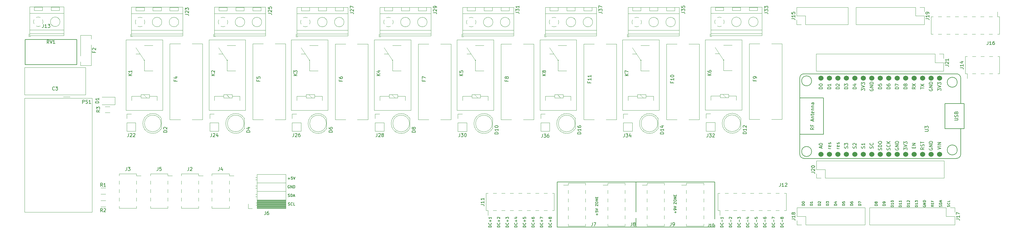
<source format=gbr>
%TF.GenerationSoftware,KiCad,Pcbnew,(6.0.11)*%
%TF.CreationDate,2023-05-25T03:36:55+07:00*%
%TF.ProjectId,RELAY_SHEILD_V2,52454c41-595f-4534-9845-494c445f5632,rev?*%
%TF.SameCoordinates,Original*%
%TF.FileFunction,Legend,Top*%
%TF.FilePolarity,Positive*%
%FSLAX46Y46*%
G04 Gerber Fmt 4.6, Leading zero omitted, Abs format (unit mm)*
G04 Created by KiCad (PCBNEW (6.0.11)) date 2023-05-25 03:36:55*
%MOMM*%
%LPD*%
G01*
G04 APERTURE LIST*
%ADD10C,0.200000*%
%ADD11C,0.150000*%
%ADD12C,0.120000*%
%ADD13C,1.524000*%
G04 APERTURE END LIST*
D10*
X99171428Y-72993142D02*
X99780952Y-72993142D01*
X99476190Y-73297904D02*
X99476190Y-72688380D01*
X100542857Y-72497904D02*
X100161904Y-72497904D01*
X100123809Y-72878857D01*
X100161904Y-72840761D01*
X100238095Y-72802666D01*
X100428571Y-72802666D01*
X100504761Y-72840761D01*
X100542857Y-72878857D01*
X100580952Y-72955047D01*
X100580952Y-73145523D01*
X100542857Y-73221714D01*
X100504761Y-73259809D01*
X100428571Y-73297904D01*
X100238095Y-73297904D01*
X100161904Y-73259809D01*
X100123809Y-73221714D01*
X100809523Y-72497904D02*
X101076190Y-73297904D01*
X101342857Y-72497904D01*
X99590476Y-75112000D02*
X99514285Y-75073904D01*
X99400000Y-75073904D01*
X99285714Y-75112000D01*
X99209523Y-75188190D01*
X99171428Y-75264380D01*
X99133333Y-75416761D01*
X99133333Y-75531047D01*
X99171428Y-75683428D01*
X99209523Y-75759619D01*
X99285714Y-75835809D01*
X99400000Y-75873904D01*
X99476190Y-75873904D01*
X99590476Y-75835809D01*
X99628571Y-75797714D01*
X99628571Y-75531047D01*
X99476190Y-75531047D01*
X99971428Y-75873904D02*
X99971428Y-75073904D01*
X100428571Y-75873904D01*
X100428571Y-75073904D01*
X100809523Y-75873904D02*
X100809523Y-75073904D01*
X101000000Y-75073904D01*
X101114285Y-75112000D01*
X101190476Y-75188190D01*
X101228571Y-75264380D01*
X101266666Y-75416761D01*
X101266666Y-75531047D01*
X101228571Y-75683428D01*
X101190476Y-75759619D01*
X101114285Y-75835809D01*
X101000000Y-75873904D01*
X100809523Y-75873904D01*
X99228571Y-78411809D02*
X99342857Y-78449904D01*
X99533333Y-78449904D01*
X99609523Y-78411809D01*
X99647619Y-78373714D01*
X99685714Y-78297523D01*
X99685714Y-78221333D01*
X99647619Y-78145142D01*
X99609523Y-78107047D01*
X99533333Y-78068952D01*
X99380952Y-78030857D01*
X99304761Y-77992761D01*
X99266666Y-77954666D01*
X99228571Y-77878476D01*
X99228571Y-77802285D01*
X99266666Y-77726095D01*
X99304761Y-77688000D01*
X99380952Y-77649904D01*
X99571428Y-77649904D01*
X99685714Y-77688000D01*
X100028571Y-78449904D02*
X100028571Y-77649904D01*
X100219047Y-77649904D01*
X100333333Y-77688000D01*
X100409523Y-77764190D01*
X100447619Y-77840380D01*
X100485714Y-77992761D01*
X100485714Y-78107047D01*
X100447619Y-78259428D01*
X100409523Y-78335619D01*
X100333333Y-78411809D01*
X100219047Y-78449904D01*
X100028571Y-78449904D01*
X100790476Y-78221333D02*
X101171428Y-78221333D01*
X100714285Y-78449904D02*
X100980952Y-77649904D01*
X101247619Y-78449904D01*
X99247619Y-80987809D02*
X99361904Y-81025904D01*
X99552380Y-81025904D01*
X99628571Y-80987809D01*
X99666666Y-80949714D01*
X99704761Y-80873523D01*
X99704761Y-80797333D01*
X99666666Y-80721142D01*
X99628571Y-80683047D01*
X99552380Y-80644952D01*
X99400000Y-80606857D01*
X99323809Y-80568761D01*
X99285714Y-80530666D01*
X99247619Y-80454476D01*
X99247619Y-80378285D01*
X99285714Y-80302095D01*
X99323809Y-80264000D01*
X99400000Y-80225904D01*
X99590476Y-80225904D01*
X99704761Y-80264000D01*
X100504761Y-80949714D02*
X100466666Y-80987809D01*
X100352380Y-81025904D01*
X100276190Y-81025904D01*
X100161904Y-80987809D01*
X100085714Y-80911619D01*
X100047619Y-80835428D01*
X100009523Y-80683047D01*
X100009523Y-80568761D01*
X100047619Y-80416380D01*
X100085714Y-80340190D01*
X100161904Y-80264000D01*
X100276190Y-80225904D01*
X100352380Y-80225904D01*
X100466666Y-80264000D01*
X100504761Y-80302095D01*
X101228571Y-81025904D02*
X100847619Y-81025904D01*
X100847619Y-80225904D01*
X229645904Y-87585714D02*
X228845904Y-87585714D01*
X228845904Y-87395238D01*
X228884000Y-87280952D01*
X228960190Y-87204761D01*
X229036380Y-87166666D01*
X229188761Y-87128571D01*
X229303047Y-87128571D01*
X229455428Y-87166666D01*
X229531619Y-87204761D01*
X229607809Y-87280952D01*
X229645904Y-87395238D01*
X229645904Y-87585714D01*
X229569714Y-86328571D02*
X229607809Y-86366666D01*
X229645904Y-86480952D01*
X229645904Y-86557142D01*
X229607809Y-86671428D01*
X229531619Y-86747619D01*
X229455428Y-86785714D01*
X229303047Y-86823809D01*
X229188761Y-86823809D01*
X229036380Y-86785714D01*
X228960190Y-86747619D01*
X228884000Y-86671428D01*
X228845904Y-86557142D01*
X228845904Y-86480952D01*
X228884000Y-86366666D01*
X228922095Y-86328571D01*
X229341142Y-85985714D02*
X229341142Y-85376190D01*
X229645904Y-84576190D02*
X229645904Y-85033333D01*
X229645904Y-84804761D02*
X228845904Y-84804761D01*
X228960190Y-84880952D01*
X229036380Y-84957142D01*
X229074476Y-85033333D01*
X232221904Y-87585714D02*
X231421904Y-87585714D01*
X231421904Y-87395238D01*
X231460000Y-87280952D01*
X231536190Y-87204761D01*
X231612380Y-87166666D01*
X231764761Y-87128571D01*
X231879047Y-87128571D01*
X232031428Y-87166666D01*
X232107619Y-87204761D01*
X232183809Y-87280952D01*
X232221904Y-87395238D01*
X232221904Y-87585714D01*
X232145714Y-86328571D02*
X232183809Y-86366666D01*
X232221904Y-86480952D01*
X232221904Y-86557142D01*
X232183809Y-86671428D01*
X232107619Y-86747619D01*
X232031428Y-86785714D01*
X231879047Y-86823809D01*
X231764761Y-86823809D01*
X231612380Y-86785714D01*
X231536190Y-86747619D01*
X231460000Y-86671428D01*
X231421904Y-86557142D01*
X231421904Y-86480952D01*
X231460000Y-86366666D01*
X231498095Y-86328571D01*
X231917142Y-85985714D02*
X231917142Y-85376190D01*
X231498095Y-85033333D02*
X231460000Y-84995238D01*
X231421904Y-84919047D01*
X231421904Y-84728571D01*
X231460000Y-84652380D01*
X231498095Y-84614285D01*
X231574285Y-84576190D01*
X231650476Y-84576190D01*
X231764761Y-84614285D01*
X232221904Y-85071428D01*
X232221904Y-84576190D01*
X234797904Y-87585714D02*
X233997904Y-87585714D01*
X233997904Y-87395238D01*
X234036000Y-87280952D01*
X234112190Y-87204761D01*
X234188380Y-87166666D01*
X234340761Y-87128571D01*
X234455047Y-87128571D01*
X234607428Y-87166666D01*
X234683619Y-87204761D01*
X234759809Y-87280952D01*
X234797904Y-87395238D01*
X234797904Y-87585714D01*
X234721714Y-86328571D02*
X234759809Y-86366666D01*
X234797904Y-86480952D01*
X234797904Y-86557142D01*
X234759809Y-86671428D01*
X234683619Y-86747619D01*
X234607428Y-86785714D01*
X234455047Y-86823809D01*
X234340761Y-86823809D01*
X234188380Y-86785714D01*
X234112190Y-86747619D01*
X234036000Y-86671428D01*
X233997904Y-86557142D01*
X233997904Y-86480952D01*
X234036000Y-86366666D01*
X234074095Y-86328571D01*
X234493142Y-85985714D02*
X234493142Y-85376190D01*
X233997904Y-85071428D02*
X233997904Y-84576190D01*
X234302666Y-84842857D01*
X234302666Y-84728571D01*
X234340761Y-84652380D01*
X234378857Y-84614285D01*
X234455047Y-84576190D01*
X234645523Y-84576190D01*
X234721714Y-84614285D01*
X234759809Y-84652380D01*
X234797904Y-84728571D01*
X234797904Y-84957142D01*
X234759809Y-85033333D01*
X234721714Y-85071428D01*
X237373904Y-87585714D02*
X236573904Y-87585714D01*
X236573904Y-87395238D01*
X236612000Y-87280952D01*
X236688190Y-87204761D01*
X236764380Y-87166666D01*
X236916761Y-87128571D01*
X237031047Y-87128571D01*
X237183428Y-87166666D01*
X237259619Y-87204761D01*
X237335809Y-87280952D01*
X237373904Y-87395238D01*
X237373904Y-87585714D01*
X237297714Y-86328571D02*
X237335809Y-86366666D01*
X237373904Y-86480952D01*
X237373904Y-86557142D01*
X237335809Y-86671428D01*
X237259619Y-86747619D01*
X237183428Y-86785714D01*
X237031047Y-86823809D01*
X236916761Y-86823809D01*
X236764380Y-86785714D01*
X236688190Y-86747619D01*
X236612000Y-86671428D01*
X236573904Y-86557142D01*
X236573904Y-86480952D01*
X236612000Y-86366666D01*
X236650095Y-86328571D01*
X237069142Y-85985714D02*
X237069142Y-85376190D01*
X236840571Y-84652380D02*
X237373904Y-84652380D01*
X236535809Y-84842857D02*
X237107238Y-85033333D01*
X237107238Y-84538095D01*
X239949904Y-87585714D02*
X239149904Y-87585714D01*
X239149904Y-87395238D01*
X239188000Y-87280952D01*
X239264190Y-87204761D01*
X239340380Y-87166666D01*
X239492761Y-87128571D01*
X239607047Y-87128571D01*
X239759428Y-87166666D01*
X239835619Y-87204761D01*
X239911809Y-87280952D01*
X239949904Y-87395238D01*
X239949904Y-87585714D01*
X239873714Y-86328571D02*
X239911809Y-86366666D01*
X239949904Y-86480952D01*
X239949904Y-86557142D01*
X239911809Y-86671428D01*
X239835619Y-86747619D01*
X239759428Y-86785714D01*
X239607047Y-86823809D01*
X239492761Y-86823809D01*
X239340380Y-86785714D01*
X239264190Y-86747619D01*
X239188000Y-86671428D01*
X239149904Y-86557142D01*
X239149904Y-86480952D01*
X239188000Y-86366666D01*
X239226095Y-86328571D01*
X239645142Y-85985714D02*
X239645142Y-85376190D01*
X239149904Y-84614285D02*
X239149904Y-84995238D01*
X239530857Y-85033333D01*
X239492761Y-84995238D01*
X239454666Y-84919047D01*
X239454666Y-84728571D01*
X239492761Y-84652380D01*
X239530857Y-84614285D01*
X239607047Y-84576190D01*
X239797523Y-84576190D01*
X239873714Y-84614285D01*
X239911809Y-84652380D01*
X239949904Y-84728571D01*
X239949904Y-84919047D01*
X239911809Y-84995238D01*
X239873714Y-85033333D01*
X242525904Y-87585714D02*
X241725904Y-87585714D01*
X241725904Y-87395238D01*
X241764000Y-87280952D01*
X241840190Y-87204761D01*
X241916380Y-87166666D01*
X242068761Y-87128571D01*
X242183047Y-87128571D01*
X242335428Y-87166666D01*
X242411619Y-87204761D01*
X242487809Y-87280952D01*
X242525904Y-87395238D01*
X242525904Y-87585714D01*
X242449714Y-86328571D02*
X242487809Y-86366666D01*
X242525904Y-86480952D01*
X242525904Y-86557142D01*
X242487809Y-86671428D01*
X242411619Y-86747619D01*
X242335428Y-86785714D01*
X242183047Y-86823809D01*
X242068761Y-86823809D01*
X241916380Y-86785714D01*
X241840190Y-86747619D01*
X241764000Y-86671428D01*
X241725904Y-86557142D01*
X241725904Y-86480952D01*
X241764000Y-86366666D01*
X241802095Y-86328571D01*
X242221142Y-85985714D02*
X242221142Y-85376190D01*
X241725904Y-84652380D02*
X241725904Y-84804761D01*
X241764000Y-84880952D01*
X241802095Y-84919047D01*
X241916380Y-84995238D01*
X242068761Y-85033333D01*
X242373523Y-85033333D01*
X242449714Y-84995238D01*
X242487809Y-84957142D01*
X242525904Y-84880952D01*
X242525904Y-84728571D01*
X242487809Y-84652380D01*
X242449714Y-84614285D01*
X242373523Y-84576190D01*
X242183047Y-84576190D01*
X242106857Y-84614285D01*
X242068761Y-84652380D01*
X242030666Y-84728571D01*
X242030666Y-84880952D01*
X242068761Y-84957142D01*
X242106857Y-84995238D01*
X242183047Y-85033333D01*
X245101904Y-87585714D02*
X244301904Y-87585714D01*
X244301904Y-87395238D01*
X244340000Y-87280952D01*
X244416190Y-87204761D01*
X244492380Y-87166666D01*
X244644761Y-87128571D01*
X244759047Y-87128571D01*
X244911428Y-87166666D01*
X244987619Y-87204761D01*
X245063809Y-87280952D01*
X245101904Y-87395238D01*
X245101904Y-87585714D01*
X245025714Y-86328571D02*
X245063809Y-86366666D01*
X245101904Y-86480952D01*
X245101904Y-86557142D01*
X245063809Y-86671428D01*
X244987619Y-86747619D01*
X244911428Y-86785714D01*
X244759047Y-86823809D01*
X244644761Y-86823809D01*
X244492380Y-86785714D01*
X244416190Y-86747619D01*
X244340000Y-86671428D01*
X244301904Y-86557142D01*
X244301904Y-86480952D01*
X244340000Y-86366666D01*
X244378095Y-86328571D01*
X244797142Y-85985714D02*
X244797142Y-85376190D01*
X244301904Y-85071428D02*
X244301904Y-84538095D01*
X245101904Y-84880952D01*
X247677904Y-87585714D02*
X246877904Y-87585714D01*
X246877904Y-87395238D01*
X246916000Y-87280952D01*
X246992190Y-87204761D01*
X247068380Y-87166666D01*
X247220761Y-87128571D01*
X247335047Y-87128571D01*
X247487428Y-87166666D01*
X247563619Y-87204761D01*
X247639809Y-87280952D01*
X247677904Y-87395238D01*
X247677904Y-87585714D01*
X247601714Y-86328571D02*
X247639809Y-86366666D01*
X247677904Y-86480952D01*
X247677904Y-86557142D01*
X247639809Y-86671428D01*
X247563619Y-86747619D01*
X247487428Y-86785714D01*
X247335047Y-86823809D01*
X247220761Y-86823809D01*
X247068380Y-86785714D01*
X246992190Y-86747619D01*
X246916000Y-86671428D01*
X246877904Y-86557142D01*
X246877904Y-86480952D01*
X246916000Y-86366666D01*
X246954095Y-86328571D01*
X247373142Y-85985714D02*
X247373142Y-85376190D01*
X247220761Y-84880952D02*
X247182666Y-84957142D01*
X247144571Y-84995238D01*
X247068380Y-85033333D01*
X247030285Y-85033333D01*
X246954095Y-84995238D01*
X246916000Y-84957142D01*
X246877904Y-84880952D01*
X246877904Y-84728571D01*
X246916000Y-84652380D01*
X246954095Y-84614285D01*
X247030285Y-84576190D01*
X247068380Y-84576190D01*
X247144571Y-84614285D01*
X247182666Y-84652380D01*
X247220761Y-84728571D01*
X247220761Y-84880952D01*
X247258857Y-84957142D01*
X247296952Y-84995238D01*
X247373142Y-85033333D01*
X247525523Y-85033333D01*
X247601714Y-84995238D01*
X247639809Y-84957142D01*
X247677904Y-84880952D01*
X247677904Y-84728571D01*
X247639809Y-84652380D01*
X247601714Y-84614285D01*
X247525523Y-84576190D01*
X247373142Y-84576190D01*
X247296952Y-84614285D01*
X247258857Y-84652380D01*
X247220761Y-84728571D01*
X160145904Y-87585714D02*
X159345904Y-87585714D01*
X159345904Y-87395238D01*
X159384000Y-87280952D01*
X159460190Y-87204761D01*
X159536380Y-87166666D01*
X159688761Y-87128571D01*
X159803047Y-87128571D01*
X159955428Y-87166666D01*
X160031619Y-87204761D01*
X160107809Y-87280952D01*
X160145904Y-87395238D01*
X160145904Y-87585714D01*
X160069714Y-86328571D02*
X160107809Y-86366666D01*
X160145904Y-86480952D01*
X160145904Y-86557142D01*
X160107809Y-86671428D01*
X160031619Y-86747619D01*
X159955428Y-86785714D01*
X159803047Y-86823809D01*
X159688761Y-86823809D01*
X159536380Y-86785714D01*
X159460190Y-86747619D01*
X159384000Y-86671428D01*
X159345904Y-86557142D01*
X159345904Y-86480952D01*
X159384000Y-86366666D01*
X159422095Y-86328571D01*
X159841142Y-85985714D02*
X159841142Y-85376190D01*
X160145904Y-85680952D02*
X159536380Y-85680952D01*
X160145904Y-84576190D02*
X160145904Y-85033333D01*
X160145904Y-84804761D02*
X159345904Y-84804761D01*
X159460190Y-84880952D01*
X159536380Y-84957142D01*
X159574476Y-85033333D01*
X162721904Y-87585714D02*
X161921904Y-87585714D01*
X161921904Y-87395238D01*
X161960000Y-87280952D01*
X162036190Y-87204761D01*
X162112380Y-87166666D01*
X162264761Y-87128571D01*
X162379047Y-87128571D01*
X162531428Y-87166666D01*
X162607619Y-87204761D01*
X162683809Y-87280952D01*
X162721904Y-87395238D01*
X162721904Y-87585714D01*
X162645714Y-86328571D02*
X162683809Y-86366666D01*
X162721904Y-86480952D01*
X162721904Y-86557142D01*
X162683809Y-86671428D01*
X162607619Y-86747619D01*
X162531428Y-86785714D01*
X162379047Y-86823809D01*
X162264761Y-86823809D01*
X162112380Y-86785714D01*
X162036190Y-86747619D01*
X161960000Y-86671428D01*
X161921904Y-86557142D01*
X161921904Y-86480952D01*
X161960000Y-86366666D01*
X161998095Y-86328571D01*
X162417142Y-85985714D02*
X162417142Y-85376190D01*
X162721904Y-85680952D02*
X162112380Y-85680952D01*
X161998095Y-85033333D02*
X161960000Y-84995238D01*
X161921904Y-84919047D01*
X161921904Y-84728571D01*
X161960000Y-84652380D01*
X161998095Y-84614285D01*
X162074285Y-84576190D01*
X162150476Y-84576190D01*
X162264761Y-84614285D01*
X162721904Y-85071428D01*
X162721904Y-84576190D01*
X165297904Y-87585714D02*
X164497904Y-87585714D01*
X164497904Y-87395238D01*
X164536000Y-87280952D01*
X164612190Y-87204761D01*
X164688380Y-87166666D01*
X164840761Y-87128571D01*
X164955047Y-87128571D01*
X165107428Y-87166666D01*
X165183619Y-87204761D01*
X165259809Y-87280952D01*
X165297904Y-87395238D01*
X165297904Y-87585714D01*
X165221714Y-86328571D02*
X165259809Y-86366666D01*
X165297904Y-86480952D01*
X165297904Y-86557142D01*
X165259809Y-86671428D01*
X165183619Y-86747619D01*
X165107428Y-86785714D01*
X164955047Y-86823809D01*
X164840761Y-86823809D01*
X164688380Y-86785714D01*
X164612190Y-86747619D01*
X164536000Y-86671428D01*
X164497904Y-86557142D01*
X164497904Y-86480952D01*
X164536000Y-86366666D01*
X164574095Y-86328571D01*
X164993142Y-85985714D02*
X164993142Y-85376190D01*
X165297904Y-85680952D02*
X164688380Y-85680952D01*
X164497904Y-85071428D02*
X164497904Y-84576190D01*
X164802666Y-84842857D01*
X164802666Y-84728571D01*
X164840761Y-84652380D01*
X164878857Y-84614285D01*
X164955047Y-84576190D01*
X165145523Y-84576190D01*
X165221714Y-84614285D01*
X165259809Y-84652380D01*
X165297904Y-84728571D01*
X165297904Y-84957142D01*
X165259809Y-85033333D01*
X165221714Y-85071428D01*
X167873904Y-87585714D02*
X167073904Y-87585714D01*
X167073904Y-87395238D01*
X167112000Y-87280952D01*
X167188190Y-87204761D01*
X167264380Y-87166666D01*
X167416761Y-87128571D01*
X167531047Y-87128571D01*
X167683428Y-87166666D01*
X167759619Y-87204761D01*
X167835809Y-87280952D01*
X167873904Y-87395238D01*
X167873904Y-87585714D01*
X167797714Y-86328571D02*
X167835809Y-86366666D01*
X167873904Y-86480952D01*
X167873904Y-86557142D01*
X167835809Y-86671428D01*
X167759619Y-86747619D01*
X167683428Y-86785714D01*
X167531047Y-86823809D01*
X167416761Y-86823809D01*
X167264380Y-86785714D01*
X167188190Y-86747619D01*
X167112000Y-86671428D01*
X167073904Y-86557142D01*
X167073904Y-86480952D01*
X167112000Y-86366666D01*
X167150095Y-86328571D01*
X167569142Y-85985714D02*
X167569142Y-85376190D01*
X167873904Y-85680952D02*
X167264380Y-85680952D01*
X167340571Y-84652380D02*
X167873904Y-84652380D01*
X167035809Y-84842857D02*
X167607238Y-85033333D01*
X167607238Y-84538095D01*
X170449904Y-87585714D02*
X169649904Y-87585714D01*
X169649904Y-87395238D01*
X169688000Y-87280952D01*
X169764190Y-87204761D01*
X169840380Y-87166666D01*
X169992761Y-87128571D01*
X170107047Y-87128571D01*
X170259428Y-87166666D01*
X170335619Y-87204761D01*
X170411809Y-87280952D01*
X170449904Y-87395238D01*
X170449904Y-87585714D01*
X170373714Y-86328571D02*
X170411809Y-86366666D01*
X170449904Y-86480952D01*
X170449904Y-86557142D01*
X170411809Y-86671428D01*
X170335619Y-86747619D01*
X170259428Y-86785714D01*
X170107047Y-86823809D01*
X169992761Y-86823809D01*
X169840380Y-86785714D01*
X169764190Y-86747619D01*
X169688000Y-86671428D01*
X169649904Y-86557142D01*
X169649904Y-86480952D01*
X169688000Y-86366666D01*
X169726095Y-86328571D01*
X170145142Y-85985714D02*
X170145142Y-85376190D01*
X170449904Y-85680952D02*
X169840380Y-85680952D01*
X169649904Y-84614285D02*
X169649904Y-84995238D01*
X170030857Y-85033333D01*
X169992761Y-84995238D01*
X169954666Y-84919047D01*
X169954666Y-84728571D01*
X169992761Y-84652380D01*
X170030857Y-84614285D01*
X170107047Y-84576190D01*
X170297523Y-84576190D01*
X170373714Y-84614285D01*
X170411809Y-84652380D01*
X170449904Y-84728571D01*
X170449904Y-84919047D01*
X170411809Y-84995238D01*
X170373714Y-85033333D01*
X173025904Y-87585714D02*
X172225904Y-87585714D01*
X172225904Y-87395238D01*
X172264000Y-87280952D01*
X172340190Y-87204761D01*
X172416380Y-87166666D01*
X172568761Y-87128571D01*
X172683047Y-87128571D01*
X172835428Y-87166666D01*
X172911619Y-87204761D01*
X172987809Y-87280952D01*
X173025904Y-87395238D01*
X173025904Y-87585714D01*
X172949714Y-86328571D02*
X172987809Y-86366666D01*
X173025904Y-86480952D01*
X173025904Y-86557142D01*
X172987809Y-86671428D01*
X172911619Y-86747619D01*
X172835428Y-86785714D01*
X172683047Y-86823809D01*
X172568761Y-86823809D01*
X172416380Y-86785714D01*
X172340190Y-86747619D01*
X172264000Y-86671428D01*
X172225904Y-86557142D01*
X172225904Y-86480952D01*
X172264000Y-86366666D01*
X172302095Y-86328571D01*
X172721142Y-85985714D02*
X172721142Y-85376190D01*
X173025904Y-85680952D02*
X172416380Y-85680952D01*
X172225904Y-84652380D02*
X172225904Y-84804761D01*
X172264000Y-84880952D01*
X172302095Y-84919047D01*
X172416380Y-84995238D01*
X172568761Y-85033333D01*
X172873523Y-85033333D01*
X172949714Y-84995238D01*
X172987809Y-84957142D01*
X173025904Y-84880952D01*
X173025904Y-84728571D01*
X172987809Y-84652380D01*
X172949714Y-84614285D01*
X172873523Y-84576190D01*
X172683047Y-84576190D01*
X172606857Y-84614285D01*
X172568761Y-84652380D01*
X172530666Y-84728571D01*
X172530666Y-84880952D01*
X172568761Y-84957142D01*
X172606857Y-84995238D01*
X172683047Y-85033333D01*
X175601904Y-87585714D02*
X174801904Y-87585714D01*
X174801904Y-87395238D01*
X174840000Y-87280952D01*
X174916190Y-87204761D01*
X174992380Y-87166666D01*
X175144761Y-87128571D01*
X175259047Y-87128571D01*
X175411428Y-87166666D01*
X175487619Y-87204761D01*
X175563809Y-87280952D01*
X175601904Y-87395238D01*
X175601904Y-87585714D01*
X175525714Y-86328571D02*
X175563809Y-86366666D01*
X175601904Y-86480952D01*
X175601904Y-86557142D01*
X175563809Y-86671428D01*
X175487619Y-86747619D01*
X175411428Y-86785714D01*
X175259047Y-86823809D01*
X175144761Y-86823809D01*
X174992380Y-86785714D01*
X174916190Y-86747619D01*
X174840000Y-86671428D01*
X174801904Y-86557142D01*
X174801904Y-86480952D01*
X174840000Y-86366666D01*
X174878095Y-86328571D01*
X175297142Y-85985714D02*
X175297142Y-85376190D01*
X175601904Y-85680952D02*
X174992380Y-85680952D01*
X174801904Y-85071428D02*
X174801904Y-84538095D01*
X175601904Y-84880952D01*
X178177904Y-87585714D02*
X177377904Y-87585714D01*
X177377904Y-87395238D01*
X177416000Y-87280952D01*
X177492190Y-87204761D01*
X177568380Y-87166666D01*
X177720761Y-87128571D01*
X177835047Y-87128571D01*
X177987428Y-87166666D01*
X178063619Y-87204761D01*
X178139809Y-87280952D01*
X178177904Y-87395238D01*
X178177904Y-87585714D01*
X178101714Y-86328571D02*
X178139809Y-86366666D01*
X178177904Y-86480952D01*
X178177904Y-86557142D01*
X178139809Y-86671428D01*
X178063619Y-86747619D01*
X177987428Y-86785714D01*
X177835047Y-86823809D01*
X177720761Y-86823809D01*
X177568380Y-86785714D01*
X177492190Y-86747619D01*
X177416000Y-86671428D01*
X177377904Y-86557142D01*
X177377904Y-86480952D01*
X177416000Y-86366666D01*
X177454095Y-86328571D01*
X177873142Y-85985714D02*
X177873142Y-85376190D01*
X178177904Y-85680952D02*
X177568380Y-85680952D01*
X177720761Y-84880952D02*
X177682666Y-84957142D01*
X177644571Y-84995238D01*
X177568380Y-85033333D01*
X177530285Y-85033333D01*
X177454095Y-84995238D01*
X177416000Y-84957142D01*
X177377904Y-84880952D01*
X177377904Y-84728571D01*
X177416000Y-84652380D01*
X177454095Y-84614285D01*
X177530285Y-84576190D01*
X177568380Y-84576190D01*
X177644571Y-84614285D01*
X177682666Y-84652380D01*
X177720761Y-84728571D01*
X177720761Y-84880952D01*
X177758857Y-84957142D01*
X177796952Y-84995238D01*
X177873142Y-85033333D01*
X178025523Y-85033333D01*
X178101714Y-84995238D01*
X178139809Y-84957142D01*
X178177904Y-84880952D01*
X178177904Y-84728571D01*
X178139809Y-84652380D01*
X178101714Y-84614285D01*
X178025523Y-84576190D01*
X177873142Y-84576190D01*
X177796952Y-84614285D01*
X177758857Y-84652380D01*
X177720761Y-84728571D01*
D11*
X227100000Y-74000000D02*
X203500000Y-74000000D01*
X227100000Y-85100000D02*
X227100000Y-74000000D01*
X227100000Y-87600000D02*
X227100000Y-86900000D01*
X203500000Y-87600000D02*
X227100000Y-87600000D01*
X203500000Y-74000000D02*
X179900000Y-74000000D01*
X203500000Y-83000000D02*
X203500000Y-74000000D01*
X203500000Y-87600000D02*
X203500000Y-84900000D01*
X179900000Y-87600000D02*
X203500000Y-87600000D01*
X179900000Y-74000000D02*
X179900000Y-87600000D01*
X215318571Y-83377142D02*
X215318571Y-82805714D01*
X215604285Y-83091428D02*
X215032857Y-83091428D01*
X215604285Y-82412857D02*
X215604285Y-82270000D01*
X215568571Y-82198571D01*
X215532857Y-82162857D01*
X215425714Y-82091428D01*
X215282857Y-82055714D01*
X214997142Y-82055714D01*
X214925714Y-82091428D01*
X214890000Y-82127142D01*
X214854285Y-82198571D01*
X214854285Y-82341428D01*
X214890000Y-82412857D01*
X214925714Y-82448571D01*
X214997142Y-82484285D01*
X215175714Y-82484285D01*
X215247142Y-82448571D01*
X215282857Y-82412857D01*
X215318571Y-82341428D01*
X215318571Y-82198571D01*
X215282857Y-82127142D01*
X215247142Y-82091428D01*
X215175714Y-82055714D01*
X214854285Y-81841428D02*
X215604285Y-81591428D01*
X214854285Y-81341428D01*
X214854285Y-80591428D02*
X214854285Y-80091428D01*
X215604285Y-80591428D01*
X215604285Y-80091428D01*
X214854285Y-79662857D02*
X214854285Y-79520000D01*
X214890000Y-79448571D01*
X214961428Y-79377142D01*
X215104285Y-79341428D01*
X215354285Y-79341428D01*
X215497142Y-79377142D01*
X215568571Y-79448571D01*
X215604285Y-79520000D01*
X215604285Y-79662857D01*
X215568571Y-79734285D01*
X215497142Y-79805714D01*
X215354285Y-79841428D01*
X215104285Y-79841428D01*
X214961428Y-79805714D01*
X214890000Y-79734285D01*
X214854285Y-79662857D01*
X215604285Y-79020000D02*
X214854285Y-79020000D01*
X215604285Y-78591428D01*
X214854285Y-78591428D01*
X215211428Y-78234285D02*
X215211428Y-77984285D01*
X215604285Y-77877142D02*
X215604285Y-78234285D01*
X214854285Y-78234285D01*
X214854285Y-77877142D01*
X191823571Y-84012142D02*
X191823571Y-83440714D01*
X192109285Y-83726428D02*
X191537857Y-83726428D01*
X191359285Y-82726428D02*
X191359285Y-83083571D01*
X191716428Y-83119285D01*
X191680714Y-83083571D01*
X191645000Y-83012142D01*
X191645000Y-82833571D01*
X191680714Y-82762142D01*
X191716428Y-82726428D01*
X191787857Y-82690714D01*
X191966428Y-82690714D01*
X192037857Y-82726428D01*
X192073571Y-82762142D01*
X192109285Y-82833571D01*
X192109285Y-83012142D01*
X192073571Y-83083571D01*
X192037857Y-83119285D01*
X191359285Y-82476428D02*
X192109285Y-82226428D01*
X191359285Y-81976428D01*
X191359285Y-81226428D02*
X191359285Y-80726428D01*
X192109285Y-81226428D01*
X192109285Y-80726428D01*
X191359285Y-80297857D02*
X191359285Y-80155000D01*
X191395000Y-80083571D01*
X191466428Y-80012142D01*
X191609285Y-79976428D01*
X191859285Y-79976428D01*
X192002142Y-80012142D01*
X192073571Y-80083571D01*
X192109285Y-80155000D01*
X192109285Y-80297857D01*
X192073571Y-80369285D01*
X192002142Y-80440714D01*
X191859285Y-80476428D01*
X191609285Y-80476428D01*
X191466428Y-80440714D01*
X191395000Y-80369285D01*
X191359285Y-80297857D01*
X192109285Y-79655000D02*
X191359285Y-79655000D01*
X192109285Y-79226428D01*
X191359285Y-79226428D01*
X191716428Y-78869285D02*
X191716428Y-78619285D01*
X192109285Y-78512142D02*
X192109285Y-78869285D01*
X191359285Y-78869285D01*
X191359285Y-78512142D01*
X275871785Y-81103571D02*
X275121785Y-81103571D01*
X275121785Y-80925000D01*
X275157500Y-80817857D01*
X275228928Y-80746428D01*
X275300357Y-80710714D01*
X275443214Y-80675000D01*
X275550357Y-80675000D01*
X275693214Y-80710714D01*
X275764642Y-80746428D01*
X275836071Y-80817857D01*
X275871785Y-80925000D01*
X275871785Y-81103571D01*
X275443214Y-80246428D02*
X275407500Y-80317857D01*
X275371785Y-80353571D01*
X275300357Y-80389285D01*
X275264642Y-80389285D01*
X275193214Y-80353571D01*
X275157500Y-80317857D01*
X275121785Y-80246428D01*
X275121785Y-80103571D01*
X275157500Y-80032142D01*
X275193214Y-79996428D01*
X275264642Y-79960714D01*
X275300357Y-79960714D01*
X275371785Y-79996428D01*
X275407500Y-80032142D01*
X275443214Y-80103571D01*
X275443214Y-80246428D01*
X275478928Y-80317857D01*
X275514642Y-80353571D01*
X275586071Y-80389285D01*
X275728928Y-80389285D01*
X275800357Y-80353571D01*
X275836071Y-80317857D01*
X275871785Y-80246428D01*
X275871785Y-80103571D01*
X275836071Y-80032142D01*
X275800357Y-79996428D01*
X275728928Y-79960714D01*
X275586071Y-79960714D01*
X275514642Y-79996428D01*
X275478928Y-80032142D01*
X275443214Y-80103571D01*
X278286785Y-81103571D02*
X277536785Y-81103571D01*
X277536785Y-80925000D01*
X277572500Y-80817857D01*
X277643928Y-80746428D01*
X277715357Y-80710714D01*
X277858214Y-80675000D01*
X277965357Y-80675000D01*
X278108214Y-80710714D01*
X278179642Y-80746428D01*
X278251071Y-80817857D01*
X278286785Y-80925000D01*
X278286785Y-81103571D01*
X278286785Y-80317857D02*
X278286785Y-80175000D01*
X278251071Y-80103571D01*
X278215357Y-80067857D01*
X278108214Y-79996428D01*
X277965357Y-79960714D01*
X277679642Y-79960714D01*
X277608214Y-79996428D01*
X277572500Y-80032142D01*
X277536785Y-80103571D01*
X277536785Y-80246428D01*
X277572500Y-80317857D01*
X277608214Y-80353571D01*
X277679642Y-80389285D01*
X277858214Y-80389285D01*
X277929642Y-80353571D01*
X277965357Y-80317857D01*
X278001071Y-80246428D01*
X278001071Y-80103571D01*
X277965357Y-80032142D01*
X277929642Y-79996428D01*
X277858214Y-79960714D01*
X280701785Y-81460714D02*
X279951785Y-81460714D01*
X279951785Y-81282142D01*
X279987500Y-81175000D01*
X280058928Y-81103571D01*
X280130357Y-81067857D01*
X280273214Y-81032142D01*
X280380357Y-81032142D01*
X280523214Y-81067857D01*
X280594642Y-81103571D01*
X280666071Y-81175000D01*
X280701785Y-81282142D01*
X280701785Y-81460714D01*
X280701785Y-80317857D02*
X280701785Y-80746428D01*
X280701785Y-80532142D02*
X279951785Y-80532142D01*
X280058928Y-80603571D01*
X280130357Y-80675000D01*
X280166071Y-80746428D01*
X279951785Y-79853571D02*
X279951785Y-79782142D01*
X279987500Y-79710714D01*
X280023214Y-79675000D01*
X280094642Y-79639285D01*
X280237500Y-79603571D01*
X280416071Y-79603571D01*
X280558928Y-79639285D01*
X280630357Y-79675000D01*
X280666071Y-79710714D01*
X280701785Y-79782142D01*
X280701785Y-79853571D01*
X280666071Y-79925000D01*
X280630357Y-79960714D01*
X280558928Y-79996428D01*
X280416071Y-80032142D01*
X280237500Y-80032142D01*
X280094642Y-79996428D01*
X280023214Y-79960714D01*
X279987500Y-79925000D01*
X279951785Y-79853571D01*
X283116785Y-81460714D02*
X282366785Y-81460714D01*
X282366785Y-81282142D01*
X282402500Y-81175000D01*
X282473928Y-81103571D01*
X282545357Y-81067857D01*
X282688214Y-81032142D01*
X282795357Y-81032142D01*
X282938214Y-81067857D01*
X283009642Y-81103571D01*
X283081071Y-81175000D01*
X283116785Y-81282142D01*
X283116785Y-81460714D01*
X283116785Y-80317857D02*
X283116785Y-80746428D01*
X283116785Y-80532142D02*
X282366785Y-80532142D01*
X282473928Y-80603571D01*
X282545357Y-80675000D01*
X282581071Y-80746428D01*
X283116785Y-79603571D02*
X283116785Y-80032142D01*
X283116785Y-79817857D02*
X282366785Y-79817857D01*
X282473928Y-79889285D01*
X282545357Y-79960714D01*
X282581071Y-80032142D01*
X285531785Y-81460714D02*
X284781785Y-81460714D01*
X284781785Y-81282142D01*
X284817500Y-81175000D01*
X284888928Y-81103571D01*
X284960357Y-81067857D01*
X285103214Y-81032142D01*
X285210357Y-81032142D01*
X285353214Y-81067857D01*
X285424642Y-81103571D01*
X285496071Y-81175000D01*
X285531785Y-81282142D01*
X285531785Y-81460714D01*
X285531785Y-80317857D02*
X285531785Y-80746428D01*
X285531785Y-80532142D02*
X284781785Y-80532142D01*
X284888928Y-80603571D01*
X284960357Y-80675000D01*
X284996071Y-80746428D01*
X284853214Y-80032142D02*
X284817500Y-79996428D01*
X284781785Y-79925000D01*
X284781785Y-79746428D01*
X284817500Y-79675000D01*
X284853214Y-79639285D01*
X284924642Y-79603571D01*
X284996071Y-79603571D01*
X285103214Y-79639285D01*
X285531785Y-80067857D01*
X285531785Y-79603571D01*
X287946785Y-81460714D02*
X287196785Y-81460714D01*
X287196785Y-81282142D01*
X287232500Y-81175000D01*
X287303928Y-81103571D01*
X287375357Y-81067857D01*
X287518214Y-81032142D01*
X287625357Y-81032142D01*
X287768214Y-81067857D01*
X287839642Y-81103571D01*
X287911071Y-81175000D01*
X287946785Y-81282142D01*
X287946785Y-81460714D01*
X287946785Y-80317857D02*
X287946785Y-80746428D01*
X287946785Y-80532142D02*
X287196785Y-80532142D01*
X287303928Y-80603571D01*
X287375357Y-80675000D01*
X287411071Y-80746428D01*
X287196785Y-80067857D02*
X287196785Y-79603571D01*
X287482500Y-79853571D01*
X287482500Y-79746428D01*
X287518214Y-79675000D01*
X287553928Y-79639285D01*
X287625357Y-79603571D01*
X287803928Y-79603571D01*
X287875357Y-79639285D01*
X287911071Y-79675000D01*
X287946785Y-79746428D01*
X287946785Y-79960714D01*
X287911071Y-80032142D01*
X287875357Y-80067857D01*
X289647500Y-81121428D02*
X289611785Y-81192857D01*
X289611785Y-81300000D01*
X289647500Y-81407142D01*
X289718928Y-81478571D01*
X289790357Y-81514285D01*
X289933214Y-81550000D01*
X290040357Y-81550000D01*
X290183214Y-81514285D01*
X290254642Y-81478571D01*
X290326071Y-81407142D01*
X290361785Y-81300000D01*
X290361785Y-81228571D01*
X290326071Y-81121428D01*
X290290357Y-81085714D01*
X290040357Y-81085714D01*
X290040357Y-81228571D01*
X290361785Y-80764285D02*
X289611785Y-80764285D01*
X290361785Y-80335714D01*
X289611785Y-80335714D01*
X290361785Y-79978571D02*
X289611785Y-79978571D01*
X289611785Y-79800000D01*
X289647500Y-79692857D01*
X289718928Y-79621428D01*
X289790357Y-79585714D01*
X289933214Y-79550000D01*
X290040357Y-79550000D01*
X290183214Y-79585714D01*
X290254642Y-79621428D01*
X290326071Y-79692857D01*
X290361785Y-79800000D01*
X290361785Y-79978571D01*
X292776785Y-80978571D02*
X292419642Y-81228571D01*
X292776785Y-81407142D02*
X292026785Y-81407142D01*
X292026785Y-81121428D01*
X292062500Y-81050000D01*
X292098214Y-81014285D01*
X292169642Y-80978571D01*
X292276785Y-80978571D01*
X292348214Y-81014285D01*
X292383928Y-81050000D01*
X292419642Y-81121428D01*
X292419642Y-81407142D01*
X292383928Y-80657142D02*
X292383928Y-80407142D01*
X292776785Y-80300000D02*
X292776785Y-80657142D01*
X292026785Y-80657142D01*
X292026785Y-80300000D01*
X292383928Y-79728571D02*
X292383928Y-79978571D01*
X292776785Y-79978571D02*
X292026785Y-79978571D01*
X292026785Y-79621428D01*
X295156071Y-81460714D02*
X295191785Y-81353571D01*
X295191785Y-81175000D01*
X295156071Y-81103571D01*
X295120357Y-81067857D01*
X295048928Y-81032142D01*
X294977500Y-81032142D01*
X294906071Y-81067857D01*
X294870357Y-81103571D01*
X294834642Y-81175000D01*
X294798928Y-81317857D01*
X294763214Y-81389285D01*
X294727500Y-81425000D01*
X294656071Y-81460714D01*
X294584642Y-81460714D01*
X294513214Y-81425000D01*
X294477500Y-81389285D01*
X294441785Y-81317857D01*
X294441785Y-81139285D01*
X294477500Y-81032142D01*
X295191785Y-80710714D02*
X294441785Y-80710714D01*
X294441785Y-80532142D01*
X294477500Y-80425000D01*
X294548928Y-80353571D01*
X294620357Y-80317857D01*
X294763214Y-80282142D01*
X294870357Y-80282142D01*
X295013214Y-80317857D01*
X295084642Y-80353571D01*
X295156071Y-80425000D01*
X295191785Y-80532142D01*
X295191785Y-80710714D01*
X294977500Y-79996428D02*
X294977500Y-79639285D01*
X295191785Y-80067857D02*
X294441785Y-79817857D01*
X295191785Y-79567857D01*
X297571071Y-81442857D02*
X297606785Y-81335714D01*
X297606785Y-81157142D01*
X297571071Y-81085714D01*
X297535357Y-81050000D01*
X297463928Y-81014285D01*
X297392500Y-81014285D01*
X297321071Y-81050000D01*
X297285357Y-81085714D01*
X297249642Y-81157142D01*
X297213928Y-81300000D01*
X297178214Y-81371428D01*
X297142500Y-81407142D01*
X297071071Y-81442857D01*
X296999642Y-81442857D01*
X296928214Y-81407142D01*
X296892500Y-81371428D01*
X296856785Y-81300000D01*
X296856785Y-81121428D01*
X296892500Y-81014285D01*
X297535357Y-80264285D02*
X297571071Y-80300000D01*
X297606785Y-80407142D01*
X297606785Y-80478571D01*
X297571071Y-80585714D01*
X297499642Y-80657142D01*
X297428214Y-80692857D01*
X297285357Y-80728571D01*
X297178214Y-80728571D01*
X297035357Y-80692857D01*
X296963928Y-80657142D01*
X296892500Y-80585714D01*
X296856785Y-80478571D01*
X296856785Y-80407142D01*
X296892500Y-80300000D01*
X296928214Y-80264285D01*
X297606785Y-79585714D02*
X297606785Y-79942857D01*
X296856785Y-79942857D01*
X254036785Y-81053571D02*
X253286785Y-81053571D01*
X253286785Y-80875000D01*
X253322500Y-80767857D01*
X253393928Y-80696428D01*
X253465357Y-80660714D01*
X253608214Y-80625000D01*
X253715357Y-80625000D01*
X253858214Y-80660714D01*
X253929642Y-80696428D01*
X254001071Y-80767857D01*
X254036785Y-80875000D01*
X254036785Y-81053571D01*
X253286785Y-80160714D02*
X253286785Y-80089285D01*
X253322500Y-80017857D01*
X253358214Y-79982142D01*
X253429642Y-79946428D01*
X253572500Y-79910714D01*
X253751071Y-79910714D01*
X253893928Y-79946428D01*
X253965357Y-79982142D01*
X254001071Y-80017857D01*
X254036785Y-80089285D01*
X254036785Y-80160714D01*
X254001071Y-80232142D01*
X253965357Y-80267857D01*
X253893928Y-80303571D01*
X253751071Y-80339285D01*
X253572500Y-80339285D01*
X253429642Y-80303571D01*
X253358214Y-80267857D01*
X253322500Y-80232142D01*
X253286785Y-80160714D01*
X256451785Y-81053571D02*
X255701785Y-81053571D01*
X255701785Y-80875000D01*
X255737500Y-80767857D01*
X255808928Y-80696428D01*
X255880357Y-80660714D01*
X256023214Y-80625000D01*
X256130357Y-80625000D01*
X256273214Y-80660714D01*
X256344642Y-80696428D01*
X256416071Y-80767857D01*
X256451785Y-80875000D01*
X256451785Y-81053571D01*
X256451785Y-79910714D02*
X256451785Y-80339285D01*
X256451785Y-80125000D02*
X255701785Y-80125000D01*
X255808928Y-80196428D01*
X255880357Y-80267857D01*
X255916071Y-80339285D01*
X258866785Y-81053571D02*
X258116785Y-81053571D01*
X258116785Y-80875000D01*
X258152500Y-80767857D01*
X258223928Y-80696428D01*
X258295357Y-80660714D01*
X258438214Y-80625000D01*
X258545357Y-80625000D01*
X258688214Y-80660714D01*
X258759642Y-80696428D01*
X258831071Y-80767857D01*
X258866785Y-80875000D01*
X258866785Y-81053571D01*
X258188214Y-80339285D02*
X258152500Y-80303571D01*
X258116785Y-80232142D01*
X258116785Y-80053571D01*
X258152500Y-79982142D01*
X258188214Y-79946428D01*
X258259642Y-79910714D01*
X258331071Y-79910714D01*
X258438214Y-79946428D01*
X258866785Y-80375000D01*
X258866785Y-79910714D01*
X261281785Y-81053571D02*
X260531785Y-81053571D01*
X260531785Y-80875000D01*
X260567500Y-80767857D01*
X260638928Y-80696428D01*
X260710357Y-80660714D01*
X260853214Y-80625000D01*
X260960357Y-80625000D01*
X261103214Y-80660714D01*
X261174642Y-80696428D01*
X261246071Y-80767857D01*
X261281785Y-80875000D01*
X261281785Y-81053571D01*
X260531785Y-80375000D02*
X260531785Y-79910714D01*
X260817500Y-80160714D01*
X260817500Y-80053571D01*
X260853214Y-79982142D01*
X260888928Y-79946428D01*
X260960357Y-79910714D01*
X261138928Y-79910714D01*
X261210357Y-79946428D01*
X261246071Y-79982142D01*
X261281785Y-80053571D01*
X261281785Y-80267857D01*
X261246071Y-80339285D01*
X261210357Y-80375000D01*
X263696785Y-81053571D02*
X262946785Y-81053571D01*
X262946785Y-80875000D01*
X262982500Y-80767857D01*
X263053928Y-80696428D01*
X263125357Y-80660714D01*
X263268214Y-80625000D01*
X263375357Y-80625000D01*
X263518214Y-80660714D01*
X263589642Y-80696428D01*
X263661071Y-80767857D01*
X263696785Y-80875000D01*
X263696785Y-81053571D01*
X263196785Y-79982142D02*
X263696785Y-79982142D01*
X262911071Y-80160714D02*
X263446785Y-80339285D01*
X263446785Y-79875000D01*
X266111785Y-81053571D02*
X265361785Y-81053571D01*
X265361785Y-80875000D01*
X265397500Y-80767857D01*
X265468928Y-80696428D01*
X265540357Y-80660714D01*
X265683214Y-80625000D01*
X265790357Y-80625000D01*
X265933214Y-80660714D01*
X266004642Y-80696428D01*
X266076071Y-80767857D01*
X266111785Y-80875000D01*
X266111785Y-81053571D01*
X265361785Y-79946428D02*
X265361785Y-80303571D01*
X265718928Y-80339285D01*
X265683214Y-80303571D01*
X265647500Y-80232142D01*
X265647500Y-80053571D01*
X265683214Y-79982142D01*
X265718928Y-79946428D01*
X265790357Y-79910714D01*
X265968928Y-79910714D01*
X266040357Y-79946428D01*
X266076071Y-79982142D01*
X266111785Y-80053571D01*
X266111785Y-80232142D01*
X266076071Y-80303571D01*
X266040357Y-80339285D01*
X268526785Y-81053571D02*
X267776785Y-81053571D01*
X267776785Y-80875000D01*
X267812500Y-80767857D01*
X267883928Y-80696428D01*
X267955357Y-80660714D01*
X268098214Y-80625000D01*
X268205357Y-80625000D01*
X268348214Y-80660714D01*
X268419642Y-80696428D01*
X268491071Y-80767857D01*
X268526785Y-80875000D01*
X268526785Y-81053571D01*
X267776785Y-79982142D02*
X267776785Y-80125000D01*
X267812500Y-80196428D01*
X267848214Y-80232142D01*
X267955357Y-80303571D01*
X268098214Y-80339285D01*
X268383928Y-80339285D01*
X268455357Y-80303571D01*
X268491071Y-80267857D01*
X268526785Y-80196428D01*
X268526785Y-80053571D01*
X268491071Y-79982142D01*
X268455357Y-79946428D01*
X268383928Y-79910714D01*
X268205357Y-79910714D01*
X268133928Y-79946428D01*
X268098214Y-79982142D01*
X268062500Y-80053571D01*
X268062500Y-80196428D01*
X268098214Y-80267857D01*
X268133928Y-80303571D01*
X268205357Y-80339285D01*
X270941785Y-81053571D02*
X270191785Y-81053571D01*
X270191785Y-80875000D01*
X270227500Y-80767857D01*
X270298928Y-80696428D01*
X270370357Y-80660714D01*
X270513214Y-80625000D01*
X270620357Y-80625000D01*
X270763214Y-80660714D01*
X270834642Y-80696428D01*
X270906071Y-80767857D01*
X270941785Y-80875000D01*
X270941785Y-81053571D01*
X270191785Y-80375000D02*
X270191785Y-79875000D01*
X270941785Y-80196428D01*
%TO.C,K4*%
X126809880Y-42126845D02*
X125809880Y-42126845D01*
X126809880Y-41555416D02*
X126238452Y-41983988D01*
X125809880Y-41555416D02*
X126381309Y-42126845D01*
X126143214Y-40698273D02*
X126809880Y-40698273D01*
X125762261Y-40936369D02*
X126476547Y-41174464D01*
X126476547Y-40555416D01*
%TO.C,J18*%
X250199880Y-85139523D02*
X250914166Y-85139523D01*
X251057023Y-85187142D01*
X251152261Y-85282380D01*
X251199880Y-85425238D01*
X251199880Y-85520476D01*
X251199880Y-84139523D02*
X251199880Y-84710952D01*
X251199880Y-84425238D02*
X250199880Y-84425238D01*
X250342738Y-84520476D01*
X250437976Y-84615714D01*
X250485595Y-84710952D01*
X250628452Y-83568095D02*
X250580833Y-83663333D01*
X250533214Y-83710952D01*
X250437976Y-83758571D01*
X250390357Y-83758571D01*
X250295119Y-83710952D01*
X250247500Y-83663333D01*
X250199880Y-83568095D01*
X250199880Y-83377619D01*
X250247500Y-83282380D01*
X250295119Y-83234761D01*
X250390357Y-83187142D01*
X250437976Y-83187142D01*
X250533214Y-83234761D01*
X250580833Y-83282380D01*
X250628452Y-83377619D01*
X250628452Y-83568095D01*
X250676071Y-83663333D01*
X250723690Y-83710952D01*
X250818928Y-83758571D01*
X251009404Y-83758571D01*
X251104642Y-83710952D01*
X251152261Y-83663333D01*
X251199880Y-83568095D01*
X251199880Y-83377619D01*
X251152261Y-83282380D01*
X251104642Y-83234761D01*
X251009404Y-83187142D01*
X250818928Y-83187142D01*
X250723690Y-83234761D01*
X250676071Y-83282380D01*
X250628452Y-83377619D01*
%TO.C,U3*%
X290159880Y-58831904D02*
X290969404Y-58831904D01*
X291064642Y-58784285D01*
X291112261Y-58736666D01*
X291159880Y-58641428D01*
X291159880Y-58450952D01*
X291112261Y-58355714D01*
X291064642Y-58308095D01*
X290969404Y-58260476D01*
X290159880Y-58260476D01*
X290159880Y-57879523D02*
X290159880Y-57260476D01*
X290540833Y-57593809D01*
X290540833Y-57450952D01*
X290588452Y-57355714D01*
X290636071Y-57308095D01*
X290731309Y-57260476D01*
X290969404Y-57260476D01*
X291064642Y-57308095D01*
X291112261Y-57355714D01*
X291159880Y-57450952D01*
X291159880Y-57736666D01*
X291112261Y-57831904D01*
X291064642Y-57879523D01*
X279729880Y-46108095D02*
X278729880Y-46108095D01*
X278729880Y-45870000D01*
X278777500Y-45727142D01*
X278872738Y-45631904D01*
X278967976Y-45584285D01*
X279158452Y-45536666D01*
X279301309Y-45536666D01*
X279491785Y-45584285D01*
X279587023Y-45631904D01*
X279682261Y-45727142D01*
X279729880Y-45870000D01*
X279729880Y-46108095D01*
X278729880Y-44679523D02*
X278729880Y-44870000D01*
X278777500Y-44965238D01*
X278825119Y-45012857D01*
X278967976Y-45108095D01*
X279158452Y-45155714D01*
X279539404Y-45155714D01*
X279634642Y-45108095D01*
X279682261Y-45060476D01*
X279729880Y-44965238D01*
X279729880Y-44774761D01*
X279682261Y-44679523D01*
X279634642Y-44631904D01*
X279539404Y-44584285D01*
X279301309Y-44584285D01*
X279206071Y-44631904D01*
X279158452Y-44679523D01*
X279110833Y-44774761D01*
X279110833Y-44965238D01*
X279158452Y-45060476D01*
X279206071Y-45108095D01*
X279301309Y-45155714D01*
X259409880Y-46108095D02*
X258409880Y-46108095D01*
X258409880Y-45870000D01*
X258457500Y-45727142D01*
X258552738Y-45631904D01*
X258647976Y-45584285D01*
X258838452Y-45536666D01*
X258981309Y-45536666D01*
X259171785Y-45584285D01*
X259267023Y-45631904D01*
X259362261Y-45727142D01*
X259409880Y-45870000D01*
X259409880Y-46108095D01*
X258409880Y-44917619D02*
X258409880Y-44822380D01*
X258457500Y-44727142D01*
X258505119Y-44679523D01*
X258600357Y-44631904D01*
X258790833Y-44584285D01*
X259028928Y-44584285D01*
X259219404Y-44631904D01*
X259314642Y-44679523D01*
X259362261Y-44727142D01*
X259409880Y-44822380D01*
X259409880Y-44917619D01*
X259362261Y-45012857D01*
X259314642Y-45060476D01*
X259219404Y-45108095D01*
X259028928Y-45155714D01*
X258790833Y-45155714D01*
X258600357Y-45108095D01*
X258505119Y-45060476D01*
X258457500Y-45012857D01*
X258409880Y-44917619D01*
X286826071Y-63888095D02*
X286826071Y-63554761D01*
X287349880Y-63411904D02*
X287349880Y-63888095D01*
X286349880Y-63888095D01*
X286349880Y-63411904D01*
X287349880Y-62983333D02*
X286349880Y-62983333D01*
X287349880Y-62411904D01*
X286349880Y-62411904D01*
X261949880Y-64054761D02*
X261283214Y-64054761D01*
X261473690Y-64054761D02*
X261378452Y-64007142D01*
X261330833Y-63959523D01*
X261283214Y-63864285D01*
X261283214Y-63769047D01*
X261902261Y-63054761D02*
X261949880Y-63150000D01*
X261949880Y-63340476D01*
X261902261Y-63435714D01*
X261807023Y-63483333D01*
X261426071Y-63483333D01*
X261330833Y-63435714D01*
X261283214Y-63340476D01*
X261283214Y-63150000D01*
X261330833Y-63054761D01*
X261426071Y-63007142D01*
X261521309Y-63007142D01*
X261616547Y-63483333D01*
X261902261Y-62626190D02*
X261949880Y-62530952D01*
X261949880Y-62340476D01*
X261902261Y-62245238D01*
X261807023Y-62197619D01*
X261759404Y-62197619D01*
X261664166Y-62245238D01*
X261616547Y-62340476D01*
X261616547Y-62483333D01*
X261568928Y-62578571D01*
X261473690Y-62626190D01*
X261426071Y-62626190D01*
X261330833Y-62578571D01*
X261283214Y-62483333D01*
X261283214Y-62340476D01*
X261330833Y-62245238D01*
X256869880Y-57712380D02*
X256393690Y-58045714D01*
X256869880Y-58283809D02*
X255869880Y-58283809D01*
X255869880Y-57902857D01*
X255917500Y-57807619D01*
X255965119Y-57760000D01*
X256060357Y-57712380D01*
X256203214Y-57712380D01*
X256298452Y-57760000D01*
X256346071Y-57807619D01*
X256393690Y-57902857D01*
X256393690Y-58283809D01*
X256346071Y-56950476D02*
X256346071Y-57283809D01*
X256869880Y-57283809D02*
X255869880Y-57283809D01*
X255869880Y-56807619D01*
X256584166Y-55712380D02*
X256584166Y-55236190D01*
X256869880Y-55807619D02*
X255869880Y-55474285D01*
X256869880Y-55140952D01*
X256203214Y-54807619D02*
X256869880Y-54807619D01*
X256298452Y-54807619D02*
X256250833Y-54760000D01*
X256203214Y-54664761D01*
X256203214Y-54521904D01*
X256250833Y-54426666D01*
X256346071Y-54379047D01*
X256869880Y-54379047D01*
X256203214Y-54045714D02*
X256203214Y-53664761D01*
X255869880Y-53902857D02*
X256727023Y-53902857D01*
X256822261Y-53855238D01*
X256869880Y-53760000D01*
X256869880Y-53664761D01*
X256822261Y-52950476D02*
X256869880Y-53045714D01*
X256869880Y-53236190D01*
X256822261Y-53331428D01*
X256727023Y-53379047D01*
X256346071Y-53379047D01*
X256250833Y-53331428D01*
X256203214Y-53236190D01*
X256203214Y-53045714D01*
X256250833Y-52950476D01*
X256346071Y-52902857D01*
X256441309Y-52902857D01*
X256536547Y-53379047D01*
X256203214Y-52474285D02*
X256869880Y-52474285D01*
X256298452Y-52474285D02*
X256250833Y-52426666D01*
X256203214Y-52331428D01*
X256203214Y-52188571D01*
X256250833Y-52093333D01*
X256346071Y-52045714D01*
X256869880Y-52045714D01*
X256203214Y-51569523D02*
X256869880Y-51569523D01*
X256298452Y-51569523D02*
X256250833Y-51521904D01*
X256203214Y-51426666D01*
X256203214Y-51283809D01*
X256250833Y-51188571D01*
X256346071Y-51140952D01*
X256869880Y-51140952D01*
X256869880Y-50236190D02*
X256346071Y-50236190D01*
X256250833Y-50283809D01*
X256203214Y-50379047D01*
X256203214Y-50569523D01*
X256250833Y-50664761D01*
X256822261Y-50236190D02*
X256869880Y-50331428D01*
X256869880Y-50569523D01*
X256822261Y-50664761D01*
X256727023Y-50712380D01*
X256631785Y-50712380D01*
X256536547Y-50664761D01*
X256488928Y-50569523D01*
X256488928Y-50331428D01*
X256441309Y-50236190D01*
X299049880Y-55521904D02*
X299859404Y-55521904D01*
X299954642Y-55474285D01*
X300002261Y-55426666D01*
X300049880Y-55331428D01*
X300049880Y-55140952D01*
X300002261Y-55045714D01*
X299954642Y-54998095D01*
X299859404Y-54950476D01*
X299049880Y-54950476D01*
X300002261Y-54521904D02*
X300049880Y-54379047D01*
X300049880Y-54140952D01*
X300002261Y-54045714D01*
X299954642Y-53998095D01*
X299859404Y-53950476D01*
X299764166Y-53950476D01*
X299668928Y-53998095D01*
X299621309Y-54045714D01*
X299573690Y-54140952D01*
X299526071Y-54331428D01*
X299478452Y-54426666D01*
X299430833Y-54474285D01*
X299335595Y-54521904D01*
X299240357Y-54521904D01*
X299145119Y-54474285D01*
X299097500Y-54426666D01*
X299049880Y-54331428D01*
X299049880Y-54093333D01*
X299097500Y-53950476D01*
X299526071Y-53188571D02*
X299573690Y-53045714D01*
X299621309Y-52998095D01*
X299716547Y-52950476D01*
X299859404Y-52950476D01*
X299954642Y-52998095D01*
X300002261Y-53045714D01*
X300049880Y-53140952D01*
X300049880Y-53521904D01*
X299049880Y-53521904D01*
X299049880Y-53188571D01*
X299097500Y-53093333D01*
X299145119Y-53045714D01*
X299240357Y-52998095D01*
X299335595Y-52998095D01*
X299430833Y-53045714D01*
X299478452Y-53093333D01*
X299526071Y-53188571D01*
X299526071Y-53521904D01*
X287349880Y-45536666D02*
X286873690Y-45870000D01*
X287349880Y-46108095D02*
X286349880Y-46108095D01*
X286349880Y-45727142D01*
X286397500Y-45631904D01*
X286445119Y-45584285D01*
X286540357Y-45536666D01*
X286683214Y-45536666D01*
X286778452Y-45584285D01*
X286826071Y-45631904D01*
X286873690Y-45727142D01*
X286873690Y-46108095D01*
X286349880Y-45203333D02*
X287349880Y-44536666D01*
X286349880Y-44536666D02*
X287349880Y-45203333D01*
X261949880Y-46108095D02*
X260949880Y-46108095D01*
X260949880Y-45870000D01*
X260997500Y-45727142D01*
X261092738Y-45631904D01*
X261187976Y-45584285D01*
X261378452Y-45536666D01*
X261521309Y-45536666D01*
X261711785Y-45584285D01*
X261807023Y-45631904D01*
X261902261Y-45727142D01*
X261949880Y-45870000D01*
X261949880Y-46108095D01*
X261949880Y-44584285D02*
X261949880Y-45155714D01*
X261949880Y-44870000D02*
X260949880Y-44870000D01*
X261092738Y-44965238D01*
X261187976Y-45060476D01*
X261235595Y-45155714D01*
X293969880Y-64245238D02*
X294969880Y-63911904D01*
X293969880Y-63578571D01*
X294969880Y-63245238D02*
X293969880Y-63245238D01*
X294969880Y-62769047D02*
X293969880Y-62769047D01*
X294969880Y-62197619D01*
X293969880Y-62197619D01*
X281317500Y-63911904D02*
X281269880Y-64007142D01*
X281269880Y-64150000D01*
X281317500Y-64292857D01*
X281412738Y-64388095D01*
X281507976Y-64435714D01*
X281698452Y-64483333D01*
X281841309Y-64483333D01*
X282031785Y-64435714D01*
X282127023Y-64388095D01*
X282222261Y-64292857D01*
X282269880Y-64150000D01*
X282269880Y-64054761D01*
X282222261Y-63911904D01*
X282174642Y-63864285D01*
X281841309Y-63864285D01*
X281841309Y-64054761D01*
X282269880Y-63435714D02*
X281269880Y-63435714D01*
X282269880Y-62864285D01*
X281269880Y-62864285D01*
X282269880Y-62388095D02*
X281269880Y-62388095D01*
X281269880Y-62150000D01*
X281317500Y-62007142D01*
X281412738Y-61911904D01*
X281507976Y-61864285D01*
X281698452Y-61816666D01*
X281841309Y-61816666D01*
X282031785Y-61864285D01*
X282127023Y-61911904D01*
X282222261Y-62007142D01*
X282269880Y-62150000D01*
X282269880Y-62388095D01*
X277142261Y-64459523D02*
X277189880Y-64316666D01*
X277189880Y-64078571D01*
X277142261Y-63983333D01*
X277094642Y-63935714D01*
X276999404Y-63888095D01*
X276904166Y-63888095D01*
X276808928Y-63935714D01*
X276761309Y-63983333D01*
X276713690Y-64078571D01*
X276666071Y-64269047D01*
X276618452Y-64364285D01*
X276570833Y-64411904D01*
X276475595Y-64459523D01*
X276380357Y-64459523D01*
X276285119Y-64411904D01*
X276237500Y-64364285D01*
X276189880Y-64269047D01*
X276189880Y-64030952D01*
X276237500Y-63888095D01*
X277189880Y-63459523D02*
X276189880Y-63459523D01*
X276189880Y-63221428D01*
X276237500Y-63078571D01*
X276332738Y-62983333D01*
X276427976Y-62935714D01*
X276618452Y-62888095D01*
X276761309Y-62888095D01*
X276951785Y-62935714D01*
X277047023Y-62983333D01*
X277142261Y-63078571D01*
X277189880Y-63221428D01*
X277189880Y-63459523D01*
X276189880Y-62269047D02*
X276189880Y-62078571D01*
X276237500Y-61983333D01*
X276332738Y-61888095D01*
X276523214Y-61840476D01*
X276856547Y-61840476D01*
X277047023Y-61888095D01*
X277142261Y-61983333D01*
X277189880Y-62078571D01*
X277189880Y-62269047D01*
X277142261Y-62364285D01*
X277047023Y-62459523D01*
X276856547Y-62507142D01*
X276523214Y-62507142D01*
X276332738Y-62459523D01*
X276237500Y-62364285D01*
X276189880Y-62269047D01*
X259124166Y-63864285D02*
X259124166Y-63388095D01*
X259409880Y-63959523D02*
X258409880Y-63626190D01*
X259409880Y-63292857D01*
X258409880Y-62769047D02*
X258409880Y-62673809D01*
X258457500Y-62578571D01*
X258505119Y-62530952D01*
X258600357Y-62483333D01*
X258790833Y-62435714D01*
X259028928Y-62435714D01*
X259219404Y-62483333D01*
X259314642Y-62530952D01*
X259362261Y-62578571D01*
X259409880Y-62673809D01*
X259409880Y-62769047D01*
X259362261Y-62864285D01*
X259314642Y-62911904D01*
X259219404Y-62959523D01*
X259028928Y-63007142D01*
X258790833Y-63007142D01*
X258600357Y-62959523D01*
X258505119Y-62911904D01*
X258457500Y-62864285D01*
X258409880Y-62769047D01*
X269569880Y-46108095D02*
X268569880Y-46108095D01*
X268569880Y-45870000D01*
X268617500Y-45727142D01*
X268712738Y-45631904D01*
X268807976Y-45584285D01*
X268998452Y-45536666D01*
X269141309Y-45536666D01*
X269331785Y-45584285D01*
X269427023Y-45631904D01*
X269522261Y-45727142D01*
X269569880Y-45870000D01*
X269569880Y-46108095D01*
X268903214Y-44679523D02*
X269569880Y-44679523D01*
X268522261Y-44917619D02*
X269236547Y-45155714D01*
X269236547Y-44536666D01*
X291477500Y-46131904D02*
X291429880Y-46227142D01*
X291429880Y-46370000D01*
X291477500Y-46512857D01*
X291572738Y-46608095D01*
X291667976Y-46655714D01*
X291858452Y-46703333D01*
X292001309Y-46703333D01*
X292191785Y-46655714D01*
X292287023Y-46608095D01*
X292382261Y-46512857D01*
X292429880Y-46370000D01*
X292429880Y-46274761D01*
X292382261Y-46131904D01*
X292334642Y-46084285D01*
X292001309Y-46084285D01*
X292001309Y-46274761D01*
X292429880Y-45655714D02*
X291429880Y-45655714D01*
X292429880Y-45084285D01*
X291429880Y-45084285D01*
X292429880Y-44608095D02*
X291429880Y-44608095D01*
X291429880Y-44370000D01*
X291477500Y-44227142D01*
X291572738Y-44131904D01*
X291667976Y-44084285D01*
X291858452Y-44036666D01*
X292001309Y-44036666D01*
X292191785Y-44084285D01*
X292287023Y-44131904D01*
X292382261Y-44227142D01*
X292429880Y-44370000D01*
X292429880Y-44608095D01*
X283809880Y-64388095D02*
X283809880Y-63769047D01*
X284190833Y-64102380D01*
X284190833Y-63959523D01*
X284238452Y-63864285D01*
X284286071Y-63816666D01*
X284381309Y-63769047D01*
X284619404Y-63769047D01*
X284714642Y-63816666D01*
X284762261Y-63864285D01*
X284809880Y-63959523D01*
X284809880Y-64245238D01*
X284762261Y-64340476D01*
X284714642Y-64388095D01*
X283809880Y-63483333D02*
X284809880Y-63150000D01*
X283809880Y-62816666D01*
X283809880Y-62578571D02*
X283809880Y-61959523D01*
X284190833Y-62292857D01*
X284190833Y-62150000D01*
X284238452Y-62054761D01*
X284286071Y-62007142D01*
X284381309Y-61959523D01*
X284619404Y-61959523D01*
X284714642Y-62007142D01*
X284762261Y-62054761D01*
X284809880Y-62150000D01*
X284809880Y-62435714D01*
X284762261Y-62530952D01*
X284714642Y-62578571D01*
X272062261Y-63911904D02*
X272109880Y-63769047D01*
X272109880Y-63530952D01*
X272062261Y-63435714D01*
X272014642Y-63388095D01*
X271919404Y-63340476D01*
X271824166Y-63340476D01*
X271728928Y-63388095D01*
X271681309Y-63435714D01*
X271633690Y-63530952D01*
X271586071Y-63721428D01*
X271538452Y-63816666D01*
X271490833Y-63864285D01*
X271395595Y-63911904D01*
X271300357Y-63911904D01*
X271205119Y-63864285D01*
X271157500Y-63816666D01*
X271109880Y-63721428D01*
X271109880Y-63483333D01*
X271157500Y-63340476D01*
X272109880Y-62388095D02*
X272109880Y-62959523D01*
X272109880Y-62673809D02*
X271109880Y-62673809D01*
X271252738Y-62769047D01*
X271347976Y-62864285D01*
X271395595Y-62959523D01*
X271109880Y-46608095D02*
X271109880Y-45989047D01*
X271490833Y-46322380D01*
X271490833Y-46179523D01*
X271538452Y-46084285D01*
X271586071Y-46036666D01*
X271681309Y-45989047D01*
X271919404Y-45989047D01*
X272014642Y-46036666D01*
X272062261Y-46084285D01*
X272109880Y-46179523D01*
X272109880Y-46465238D01*
X272062261Y-46560476D01*
X272014642Y-46608095D01*
X271109880Y-45703333D02*
X272109880Y-45370000D01*
X271109880Y-45036666D01*
X271109880Y-44798571D02*
X271109880Y-44179523D01*
X271490833Y-44512857D01*
X271490833Y-44370000D01*
X271538452Y-44274761D01*
X271586071Y-44227142D01*
X271681309Y-44179523D01*
X271919404Y-44179523D01*
X272014642Y-44227142D01*
X272062261Y-44274761D01*
X272109880Y-44370000D01*
X272109880Y-44655714D01*
X272062261Y-44750952D01*
X272014642Y-44798571D01*
X282269880Y-46108095D02*
X281269880Y-46108095D01*
X281269880Y-45870000D01*
X281317500Y-45727142D01*
X281412738Y-45631904D01*
X281507976Y-45584285D01*
X281698452Y-45536666D01*
X281841309Y-45536666D01*
X282031785Y-45584285D01*
X282127023Y-45631904D01*
X282222261Y-45727142D01*
X282269880Y-45870000D01*
X282269880Y-46108095D01*
X281269880Y-45203333D02*
X281269880Y-44536666D01*
X282269880Y-44965238D01*
X284809880Y-46108095D02*
X283809880Y-46108095D01*
X283809880Y-45870000D01*
X283857500Y-45727142D01*
X283952738Y-45631904D01*
X284047976Y-45584285D01*
X284238452Y-45536666D01*
X284381309Y-45536666D01*
X284571785Y-45584285D01*
X284667023Y-45631904D01*
X284762261Y-45727142D01*
X284809880Y-45870000D01*
X284809880Y-46108095D01*
X284238452Y-44965238D02*
X284190833Y-45060476D01*
X284143214Y-45108095D01*
X284047976Y-45155714D01*
X284000357Y-45155714D01*
X283905119Y-45108095D01*
X283857500Y-45060476D01*
X283809880Y-44965238D01*
X283809880Y-44774761D01*
X283857500Y-44679523D01*
X283905119Y-44631904D01*
X284000357Y-44584285D01*
X284047976Y-44584285D01*
X284143214Y-44631904D01*
X284190833Y-44679523D01*
X284238452Y-44774761D01*
X284238452Y-44965238D01*
X284286071Y-45060476D01*
X284333690Y-45108095D01*
X284428928Y-45155714D01*
X284619404Y-45155714D01*
X284714642Y-45108095D01*
X284762261Y-45060476D01*
X284809880Y-44965238D01*
X284809880Y-44774761D01*
X284762261Y-44679523D01*
X284714642Y-44631904D01*
X284619404Y-44584285D01*
X284428928Y-44584285D01*
X284333690Y-44631904D01*
X284286071Y-44679523D01*
X284238452Y-44774761D01*
X274602261Y-63935714D02*
X274649880Y-63792857D01*
X274649880Y-63554761D01*
X274602261Y-63459523D01*
X274554642Y-63411904D01*
X274459404Y-63364285D01*
X274364166Y-63364285D01*
X274268928Y-63411904D01*
X274221309Y-63459523D01*
X274173690Y-63554761D01*
X274126071Y-63745238D01*
X274078452Y-63840476D01*
X274030833Y-63888095D01*
X273935595Y-63935714D01*
X273840357Y-63935714D01*
X273745119Y-63888095D01*
X273697500Y-63840476D01*
X273649880Y-63745238D01*
X273649880Y-63507142D01*
X273697500Y-63364285D01*
X274554642Y-62364285D02*
X274602261Y-62411904D01*
X274649880Y-62554761D01*
X274649880Y-62650000D01*
X274602261Y-62792857D01*
X274507023Y-62888095D01*
X274411785Y-62935714D01*
X274221309Y-62983333D01*
X274078452Y-62983333D01*
X273887976Y-62935714D01*
X273792738Y-62888095D01*
X273697500Y-62792857D01*
X273649880Y-62650000D01*
X273649880Y-62554761D01*
X273697500Y-62411904D01*
X273745119Y-62364285D01*
X267029880Y-46108095D02*
X266029880Y-46108095D01*
X266029880Y-45870000D01*
X266077500Y-45727142D01*
X266172738Y-45631904D01*
X266267976Y-45584285D01*
X266458452Y-45536666D01*
X266601309Y-45536666D01*
X266791785Y-45584285D01*
X266887023Y-45631904D01*
X266982261Y-45727142D01*
X267029880Y-45870000D01*
X267029880Y-46108095D01*
X266029880Y-45203333D02*
X266029880Y-44584285D01*
X266410833Y-44917619D01*
X266410833Y-44774761D01*
X266458452Y-44679523D01*
X266506071Y-44631904D01*
X266601309Y-44584285D01*
X266839404Y-44584285D01*
X266934642Y-44631904D01*
X266982261Y-44679523D01*
X267029880Y-44774761D01*
X267029880Y-45060476D01*
X266982261Y-45155714D01*
X266934642Y-45203333D01*
X289889880Y-63697619D02*
X289413690Y-64030952D01*
X289889880Y-64269047D02*
X288889880Y-64269047D01*
X288889880Y-63888095D01*
X288937500Y-63792857D01*
X288985119Y-63745238D01*
X289080357Y-63697619D01*
X289223214Y-63697619D01*
X289318452Y-63745238D01*
X289366071Y-63792857D01*
X289413690Y-63888095D01*
X289413690Y-64269047D01*
X289842261Y-63316666D02*
X289889880Y-63173809D01*
X289889880Y-62935714D01*
X289842261Y-62840476D01*
X289794642Y-62792857D01*
X289699404Y-62745238D01*
X289604166Y-62745238D01*
X289508928Y-62792857D01*
X289461309Y-62840476D01*
X289413690Y-62935714D01*
X289366071Y-63126190D01*
X289318452Y-63221428D01*
X289270833Y-63269047D01*
X289175595Y-63316666D01*
X289080357Y-63316666D01*
X288985119Y-63269047D01*
X288937500Y-63221428D01*
X288889880Y-63126190D01*
X288889880Y-62888095D01*
X288937500Y-62745238D01*
X288889880Y-62459523D02*
X288889880Y-61888095D01*
X289889880Y-62173809D02*
X288889880Y-62173809D01*
X269522261Y-63911904D02*
X269569880Y-63769047D01*
X269569880Y-63530952D01*
X269522261Y-63435714D01*
X269474642Y-63388095D01*
X269379404Y-63340476D01*
X269284166Y-63340476D01*
X269188928Y-63388095D01*
X269141309Y-63435714D01*
X269093690Y-63530952D01*
X269046071Y-63721428D01*
X268998452Y-63816666D01*
X268950833Y-63864285D01*
X268855595Y-63911904D01*
X268760357Y-63911904D01*
X268665119Y-63864285D01*
X268617500Y-63816666D01*
X268569880Y-63721428D01*
X268569880Y-63483333D01*
X268617500Y-63340476D01*
X268665119Y-62959523D02*
X268617500Y-62911904D01*
X268569880Y-62816666D01*
X268569880Y-62578571D01*
X268617500Y-62483333D01*
X268665119Y-62435714D01*
X268760357Y-62388095D01*
X268855595Y-62388095D01*
X268998452Y-62435714D01*
X269569880Y-63007142D01*
X269569880Y-62388095D01*
X288889880Y-46131904D02*
X288889880Y-45560476D01*
X289889880Y-45846190D02*
X288889880Y-45846190D01*
X288889880Y-45322380D02*
X289889880Y-44655714D01*
X288889880Y-44655714D02*
X289889880Y-45322380D01*
X279682261Y-64435714D02*
X279729880Y-64292857D01*
X279729880Y-64054761D01*
X279682261Y-63959523D01*
X279634642Y-63911904D01*
X279539404Y-63864285D01*
X279444166Y-63864285D01*
X279348928Y-63911904D01*
X279301309Y-63959523D01*
X279253690Y-64054761D01*
X279206071Y-64245238D01*
X279158452Y-64340476D01*
X279110833Y-64388095D01*
X279015595Y-64435714D01*
X278920357Y-64435714D01*
X278825119Y-64388095D01*
X278777500Y-64340476D01*
X278729880Y-64245238D01*
X278729880Y-64007142D01*
X278777500Y-63864285D01*
X279634642Y-62864285D02*
X279682261Y-62911904D01*
X279729880Y-63054761D01*
X279729880Y-63150000D01*
X279682261Y-63292857D01*
X279587023Y-63388095D01*
X279491785Y-63435714D01*
X279301309Y-63483333D01*
X279158452Y-63483333D01*
X278967976Y-63435714D01*
X278872738Y-63388095D01*
X278777500Y-63292857D01*
X278729880Y-63150000D01*
X278729880Y-63054761D01*
X278777500Y-62911904D01*
X278825119Y-62864285D01*
X279729880Y-62435714D02*
X278729880Y-62435714D01*
X279729880Y-61864285D02*
X279158452Y-62292857D01*
X278729880Y-61864285D02*
X279301309Y-62435714D01*
X264489880Y-46108095D02*
X263489880Y-46108095D01*
X263489880Y-45870000D01*
X263537500Y-45727142D01*
X263632738Y-45631904D01*
X263727976Y-45584285D01*
X263918452Y-45536666D01*
X264061309Y-45536666D01*
X264251785Y-45584285D01*
X264347023Y-45631904D01*
X264442261Y-45727142D01*
X264489880Y-45870000D01*
X264489880Y-46108095D01*
X263585119Y-45155714D02*
X263537500Y-45108095D01*
X263489880Y-45012857D01*
X263489880Y-44774761D01*
X263537500Y-44679523D01*
X263585119Y-44631904D01*
X263680357Y-44584285D01*
X263775595Y-44584285D01*
X263918452Y-44631904D01*
X264489880Y-45203333D01*
X264489880Y-44584285D01*
X266982261Y-63911904D02*
X267029880Y-63769047D01*
X267029880Y-63530952D01*
X266982261Y-63435714D01*
X266934642Y-63388095D01*
X266839404Y-63340476D01*
X266744166Y-63340476D01*
X266648928Y-63388095D01*
X266601309Y-63435714D01*
X266553690Y-63530952D01*
X266506071Y-63721428D01*
X266458452Y-63816666D01*
X266410833Y-63864285D01*
X266315595Y-63911904D01*
X266220357Y-63911904D01*
X266125119Y-63864285D01*
X266077500Y-63816666D01*
X266029880Y-63721428D01*
X266029880Y-63483333D01*
X266077500Y-63340476D01*
X266029880Y-63007142D02*
X266029880Y-62388095D01*
X266410833Y-62721428D01*
X266410833Y-62578571D01*
X266458452Y-62483333D01*
X266506071Y-62435714D01*
X266601309Y-62388095D01*
X266839404Y-62388095D01*
X266934642Y-62435714D01*
X266982261Y-62483333D01*
X267029880Y-62578571D01*
X267029880Y-62864285D01*
X266982261Y-62959523D01*
X266934642Y-63007142D01*
X291477500Y-63911904D02*
X291429880Y-64007142D01*
X291429880Y-64150000D01*
X291477500Y-64292857D01*
X291572738Y-64388095D01*
X291667976Y-64435714D01*
X291858452Y-64483333D01*
X292001309Y-64483333D01*
X292191785Y-64435714D01*
X292287023Y-64388095D01*
X292382261Y-64292857D01*
X292429880Y-64150000D01*
X292429880Y-64054761D01*
X292382261Y-63911904D01*
X292334642Y-63864285D01*
X292001309Y-63864285D01*
X292001309Y-64054761D01*
X292429880Y-63435714D02*
X291429880Y-63435714D01*
X292429880Y-62864285D01*
X291429880Y-62864285D01*
X292429880Y-62388095D02*
X291429880Y-62388095D01*
X291429880Y-62150000D01*
X291477500Y-62007142D01*
X291572738Y-61911904D01*
X291667976Y-61864285D01*
X291858452Y-61816666D01*
X292001309Y-61816666D01*
X292191785Y-61864285D01*
X292287023Y-61911904D01*
X292382261Y-62007142D01*
X292429880Y-62150000D01*
X292429880Y-62388095D01*
X293969880Y-46608095D02*
X293969880Y-45989047D01*
X294350833Y-46322380D01*
X294350833Y-46179523D01*
X294398452Y-46084285D01*
X294446071Y-46036666D01*
X294541309Y-45989047D01*
X294779404Y-45989047D01*
X294874642Y-46036666D01*
X294922261Y-46084285D01*
X294969880Y-46179523D01*
X294969880Y-46465238D01*
X294922261Y-46560476D01*
X294874642Y-46608095D01*
X293969880Y-45703333D02*
X294969880Y-45370000D01*
X293969880Y-45036666D01*
X293969880Y-44798571D02*
X293969880Y-44179523D01*
X294350833Y-44512857D01*
X294350833Y-44370000D01*
X294398452Y-44274761D01*
X294446071Y-44227142D01*
X294541309Y-44179523D01*
X294779404Y-44179523D01*
X294874642Y-44227142D01*
X294922261Y-44274761D01*
X294969880Y-44370000D01*
X294969880Y-44655714D01*
X294922261Y-44750952D01*
X294874642Y-44798571D01*
X277189880Y-46108095D02*
X276189880Y-46108095D01*
X276189880Y-45870000D01*
X276237500Y-45727142D01*
X276332738Y-45631904D01*
X276427976Y-45584285D01*
X276618452Y-45536666D01*
X276761309Y-45536666D01*
X276951785Y-45584285D01*
X277047023Y-45631904D01*
X277142261Y-45727142D01*
X277189880Y-45870000D01*
X277189880Y-46108095D01*
X276189880Y-44631904D02*
X276189880Y-45108095D01*
X276666071Y-45155714D01*
X276618452Y-45108095D01*
X276570833Y-45012857D01*
X276570833Y-44774761D01*
X276618452Y-44679523D01*
X276666071Y-44631904D01*
X276761309Y-44584285D01*
X276999404Y-44584285D01*
X277094642Y-44631904D01*
X277142261Y-44679523D01*
X277189880Y-44774761D01*
X277189880Y-45012857D01*
X277142261Y-45108095D01*
X277094642Y-45155714D01*
X264489880Y-64054761D02*
X263823214Y-64054761D01*
X264013690Y-64054761D02*
X263918452Y-64007142D01*
X263870833Y-63959523D01*
X263823214Y-63864285D01*
X263823214Y-63769047D01*
X264442261Y-63054761D02*
X264489880Y-63150000D01*
X264489880Y-63340476D01*
X264442261Y-63435714D01*
X264347023Y-63483333D01*
X263966071Y-63483333D01*
X263870833Y-63435714D01*
X263823214Y-63340476D01*
X263823214Y-63150000D01*
X263870833Y-63054761D01*
X263966071Y-63007142D01*
X264061309Y-63007142D01*
X264156547Y-63483333D01*
X264442261Y-62626190D02*
X264489880Y-62530952D01*
X264489880Y-62340476D01*
X264442261Y-62245238D01*
X264347023Y-62197619D01*
X264299404Y-62197619D01*
X264204166Y-62245238D01*
X264156547Y-62340476D01*
X264156547Y-62483333D01*
X264108928Y-62578571D01*
X264013690Y-62626190D01*
X263966071Y-62626190D01*
X263870833Y-62578571D01*
X263823214Y-62483333D01*
X263823214Y-62340476D01*
X263870833Y-62245238D01*
X273697500Y-46131904D02*
X273649880Y-46227142D01*
X273649880Y-46370000D01*
X273697500Y-46512857D01*
X273792738Y-46608095D01*
X273887976Y-46655714D01*
X274078452Y-46703333D01*
X274221309Y-46703333D01*
X274411785Y-46655714D01*
X274507023Y-46608095D01*
X274602261Y-46512857D01*
X274649880Y-46370000D01*
X274649880Y-46274761D01*
X274602261Y-46131904D01*
X274554642Y-46084285D01*
X274221309Y-46084285D01*
X274221309Y-46274761D01*
X274649880Y-45655714D02*
X273649880Y-45655714D01*
X274649880Y-45084285D01*
X273649880Y-45084285D01*
X274649880Y-44608095D02*
X273649880Y-44608095D01*
X273649880Y-44370000D01*
X273697500Y-44227142D01*
X273792738Y-44131904D01*
X273887976Y-44084285D01*
X274078452Y-44036666D01*
X274221309Y-44036666D01*
X274411785Y-44084285D01*
X274507023Y-44131904D01*
X274602261Y-44227142D01*
X274649880Y-44370000D01*
X274649880Y-44608095D01*
%TO.C,D14*%
X211789880Y-59599285D02*
X210789880Y-59599285D01*
X210789880Y-59361190D01*
X210837500Y-59218333D01*
X210932738Y-59123095D01*
X211027976Y-59075476D01*
X211218452Y-59027857D01*
X211361309Y-59027857D01*
X211551785Y-59075476D01*
X211647023Y-59123095D01*
X211742261Y-59218333D01*
X211789880Y-59361190D01*
X211789880Y-59599285D01*
X211789880Y-58075476D02*
X211789880Y-58646904D01*
X211789880Y-58361190D02*
X210789880Y-58361190D01*
X210932738Y-58456428D01*
X211027976Y-58551666D01*
X211075595Y-58646904D01*
X211123214Y-57218333D02*
X211789880Y-57218333D01*
X210742261Y-57456428D02*
X211456547Y-57694523D01*
X211456547Y-57075476D01*
%TO.C,F10*%
X214336071Y-43954523D02*
X214336071Y-44287857D01*
X214859880Y-44287857D02*
X213859880Y-44287857D01*
X213859880Y-43811666D01*
X214859880Y-42906904D02*
X214859880Y-43478333D01*
X214859880Y-43192619D02*
X213859880Y-43192619D01*
X214002738Y-43287857D01*
X214097976Y-43383095D01*
X214145595Y-43478333D01*
X213859880Y-42287857D02*
X213859880Y-42192619D01*
X213907500Y-42097380D01*
X213955119Y-42049761D01*
X214050357Y-42002142D01*
X214240833Y-41954523D01*
X214478928Y-41954523D01*
X214669404Y-42002142D01*
X214764642Y-42049761D01*
X214812261Y-42097380D01*
X214859880Y-42192619D01*
X214859880Y-42287857D01*
X214812261Y-42383095D01*
X214764642Y-42430714D01*
X214669404Y-42478333D01*
X214478928Y-42525952D01*
X214240833Y-42525952D01*
X214050357Y-42478333D01*
X213955119Y-42430714D01*
X213907500Y-42383095D01*
X213859880Y-42287857D01*
%TO.C,J22*%
X51390476Y-59452380D02*
X51390476Y-60166666D01*
X51342857Y-60309523D01*
X51247619Y-60404761D01*
X51104761Y-60452380D01*
X51009523Y-60452380D01*
X51819047Y-59547619D02*
X51866666Y-59500000D01*
X51961904Y-59452380D01*
X52200000Y-59452380D01*
X52295238Y-59500000D01*
X52342857Y-59547619D01*
X52390476Y-59642857D01*
X52390476Y-59738095D01*
X52342857Y-59880952D01*
X51771428Y-60452380D01*
X52390476Y-60452380D01*
X52771428Y-59547619D02*
X52819047Y-59500000D01*
X52914285Y-59452380D01*
X53152380Y-59452380D01*
X53247619Y-59500000D01*
X53295238Y-59547619D01*
X53342857Y-59642857D01*
X53342857Y-59738095D01*
X53295238Y-59880952D01*
X52723809Y-60452380D01*
X53342857Y-60452380D01*
%TO.C,D8*%
X137359880Y-59123095D02*
X136359880Y-59123095D01*
X136359880Y-58885000D01*
X136407500Y-58742142D01*
X136502738Y-58646904D01*
X136597976Y-58599285D01*
X136788452Y-58551666D01*
X136931309Y-58551666D01*
X137121785Y-58599285D01*
X137217023Y-58646904D01*
X137312261Y-58742142D01*
X137359880Y-58885000D01*
X137359880Y-59123095D01*
X136788452Y-57980238D02*
X136740833Y-58075476D01*
X136693214Y-58123095D01*
X136597976Y-58170714D01*
X136550357Y-58170714D01*
X136455119Y-58123095D01*
X136407500Y-58075476D01*
X136359880Y-57980238D01*
X136359880Y-57789761D01*
X136407500Y-57694523D01*
X136455119Y-57646904D01*
X136550357Y-57599285D01*
X136597976Y-57599285D01*
X136693214Y-57646904D01*
X136740833Y-57694523D01*
X136788452Y-57789761D01*
X136788452Y-57980238D01*
X136836071Y-58075476D01*
X136883690Y-58123095D01*
X136978928Y-58170714D01*
X137169404Y-58170714D01*
X137264642Y-58123095D01*
X137312261Y-58075476D01*
X137359880Y-57980238D01*
X137359880Y-57789761D01*
X137312261Y-57694523D01*
X137264642Y-57646904D01*
X137169404Y-57599285D01*
X136978928Y-57599285D01*
X136883690Y-57646904D01*
X136836071Y-57694523D01*
X136788452Y-57789761D01*
%TO.C,J10*%
X225392857Y-86589285D02*
X225392857Y-87125000D01*
X225357142Y-87232142D01*
X225285714Y-87303571D01*
X225178571Y-87339285D01*
X225107142Y-87339285D01*
X226142857Y-87339285D02*
X225714285Y-87339285D01*
X225928571Y-87339285D02*
X225928571Y-86589285D01*
X225857142Y-86696428D01*
X225785714Y-86767857D01*
X225714285Y-86803571D01*
X226607142Y-86589285D02*
X226678571Y-86589285D01*
X226750000Y-86625000D01*
X226785714Y-86660714D01*
X226821428Y-86732142D01*
X226857142Y-86875000D01*
X226857142Y-87053571D01*
X226821428Y-87196428D01*
X226785714Y-87267857D01*
X226750000Y-87303571D01*
X226678571Y-87339285D01*
X226607142Y-87339285D01*
X226535714Y-87303571D01*
X226500000Y-87267857D01*
X226464285Y-87196428D01*
X226428571Y-87053571D01*
X226428571Y-86875000D01*
X226464285Y-86732142D01*
X226500000Y-86660714D01*
X226535714Y-86625000D01*
X226607142Y-86589285D01*
%TO.C,F7*%
X139906071Y-43478333D02*
X139906071Y-43811666D01*
X140429880Y-43811666D02*
X139429880Y-43811666D01*
X139429880Y-43335476D01*
X139429880Y-43049761D02*
X139429880Y-42383095D01*
X140429880Y-42811666D01*
%TO.C,F5*%
X90306071Y-43464333D02*
X90306071Y-43797666D01*
X90829880Y-43797666D02*
X89829880Y-43797666D01*
X89829880Y-43321476D01*
X89829880Y-42464333D02*
X89829880Y-42940523D01*
X90306071Y-42988142D01*
X90258452Y-42940523D01*
X90210833Y-42845285D01*
X90210833Y-42607190D01*
X90258452Y-42511952D01*
X90306071Y-42464333D01*
X90401309Y-42416714D01*
X90639404Y-42416714D01*
X90734642Y-42464333D01*
X90782261Y-42511952D01*
X90829880Y-42607190D01*
X90829880Y-42845285D01*
X90782261Y-42940523D01*
X90734642Y-42988142D01*
%TO.C,K7*%
X201239880Y-42126845D02*
X200239880Y-42126845D01*
X201239880Y-41555416D02*
X200668452Y-41983988D01*
X200239880Y-41555416D02*
X200811309Y-42126845D01*
X200239880Y-41222083D02*
X200239880Y-40555416D01*
X201239880Y-40983988D01*
%TO.C,D16*%
X186989880Y-59599285D02*
X185989880Y-59599285D01*
X185989880Y-59361190D01*
X186037500Y-59218333D01*
X186132738Y-59123095D01*
X186227976Y-59075476D01*
X186418452Y-59027857D01*
X186561309Y-59027857D01*
X186751785Y-59075476D01*
X186847023Y-59123095D01*
X186942261Y-59218333D01*
X186989880Y-59361190D01*
X186989880Y-59599285D01*
X186989880Y-58075476D02*
X186989880Y-58646904D01*
X186989880Y-58361190D02*
X185989880Y-58361190D01*
X186132738Y-58456428D01*
X186227976Y-58551666D01*
X186275595Y-58646904D01*
X185989880Y-57218333D02*
X185989880Y-57408809D01*
X186037500Y-57504047D01*
X186085119Y-57551666D01*
X186227976Y-57646904D01*
X186418452Y-57694523D01*
X186799404Y-57694523D01*
X186894642Y-57646904D01*
X186942261Y-57599285D01*
X186989880Y-57504047D01*
X186989880Y-57313571D01*
X186942261Y-57218333D01*
X186894642Y-57170714D01*
X186799404Y-57123095D01*
X186561309Y-57123095D01*
X186466071Y-57170714D01*
X186418452Y-57218333D01*
X186370833Y-57313571D01*
X186370833Y-57504047D01*
X186418452Y-57599285D01*
X186466071Y-57646904D01*
X186561309Y-57694523D01*
%TO.C,K6*%
X226039880Y-42064970D02*
X225039880Y-42064970D01*
X226039880Y-41493541D02*
X225468452Y-41922113D01*
X225039880Y-41493541D02*
X225611309Y-42064970D01*
X225039880Y-40636398D02*
X225039880Y-40826875D01*
X225087500Y-40922113D01*
X225135119Y-40969732D01*
X225277976Y-41064970D01*
X225468452Y-41112589D01*
X225849404Y-41112589D01*
X225944642Y-41064970D01*
X225992261Y-41017351D01*
X226039880Y-40922113D01*
X226039880Y-40731636D01*
X225992261Y-40636398D01*
X225944642Y-40588779D01*
X225849404Y-40541160D01*
X225611309Y-40541160D01*
X225516071Y-40588779D01*
X225468452Y-40636398D01*
X225420833Y-40731636D01*
X225420833Y-40922113D01*
X225468452Y-41017351D01*
X225516071Y-41064970D01*
X225611309Y-41112589D01*
%TO.C,J13*%
X25860476Y-26687655D02*
X25860476Y-27401941D01*
X25812857Y-27544798D01*
X25717619Y-27640036D01*
X25574761Y-27687655D01*
X25479523Y-27687655D01*
X26860476Y-27687655D02*
X26289047Y-27687655D01*
X26574761Y-27687655D02*
X26574761Y-26687655D01*
X26479523Y-26830513D01*
X26384285Y-26925751D01*
X26289047Y-26973370D01*
X27193809Y-26687655D02*
X27812857Y-26687655D01*
X27479523Y-27068608D01*
X27622380Y-27068608D01*
X27717619Y-27116227D01*
X27765238Y-27163846D01*
X27812857Y-27259084D01*
X27812857Y-27497179D01*
X27765238Y-27592417D01*
X27717619Y-27640036D01*
X27622380Y-27687655D01*
X27336666Y-27687655D01*
X27241428Y-27640036D01*
X27193809Y-27592417D01*
%TO.C,J8*%
X202266666Y-86202380D02*
X202266666Y-86916666D01*
X202219047Y-87059523D01*
X202123809Y-87154761D01*
X201980952Y-87202380D01*
X201885714Y-87202380D01*
X202885714Y-86630952D02*
X202790476Y-86583333D01*
X202742857Y-86535714D01*
X202695238Y-86440476D01*
X202695238Y-86392857D01*
X202742857Y-86297619D01*
X202790476Y-86250000D01*
X202885714Y-86202380D01*
X203076190Y-86202380D01*
X203171428Y-86250000D01*
X203219047Y-86297619D01*
X203266666Y-86392857D01*
X203266666Y-86440476D01*
X203219047Y-86535714D01*
X203171428Y-86583333D01*
X203076190Y-86630952D01*
X202885714Y-86630952D01*
X202790476Y-86678571D01*
X202742857Y-86726190D01*
X202695238Y-86821428D01*
X202695238Y-87011904D01*
X202742857Y-87107142D01*
X202790476Y-87154761D01*
X202885714Y-87202380D01*
X203076190Y-87202380D01*
X203171428Y-87154761D01*
X203219047Y-87107142D01*
X203266666Y-87011904D01*
X203266666Y-86821428D01*
X203219047Y-86726190D01*
X203171428Y-86678571D01*
X203076190Y-86630952D01*
%TO.C,F9*%
X239136071Y-43416458D02*
X239136071Y-43749791D01*
X239659880Y-43749791D02*
X238659880Y-43749791D01*
X238659880Y-43273601D01*
X239659880Y-42845029D02*
X239659880Y-42654553D01*
X239612261Y-42559315D01*
X239564642Y-42511696D01*
X239421785Y-42416458D01*
X239231309Y-42368839D01*
X238850357Y-42368839D01*
X238755119Y-42416458D01*
X238707500Y-42464077D01*
X238659880Y-42559315D01*
X238659880Y-42749791D01*
X238707500Y-42845029D01*
X238755119Y-42892648D01*
X238850357Y-42940267D01*
X239088452Y-42940267D01*
X239183690Y-42892648D01*
X239231309Y-42845029D01*
X239278928Y-42749791D01*
X239278928Y-42559315D01*
X239231309Y-42464077D01*
X239183690Y-42416458D01*
X239088452Y-42368839D01*
%TO.C,J21*%
X296199880Y-38999523D02*
X296914166Y-38999523D01*
X297057023Y-39047142D01*
X297152261Y-39142380D01*
X297199880Y-39285238D01*
X297199880Y-39380476D01*
X296295119Y-38570952D02*
X296247500Y-38523333D01*
X296199880Y-38428095D01*
X296199880Y-38190000D01*
X296247500Y-38094761D01*
X296295119Y-38047142D01*
X296390357Y-37999523D01*
X296485595Y-37999523D01*
X296628452Y-38047142D01*
X297199880Y-38618571D01*
X297199880Y-37999523D01*
X297199880Y-37047142D02*
X297199880Y-37618571D01*
X297199880Y-37332857D02*
X296199880Y-37332857D01*
X296342738Y-37428095D01*
X296437976Y-37523333D01*
X296485595Y-37618571D01*
%TO.C,J28*%
X125890476Y-59452380D02*
X125890476Y-60166666D01*
X125842857Y-60309523D01*
X125747619Y-60404761D01*
X125604761Y-60452380D01*
X125509523Y-60452380D01*
X126319047Y-59547619D02*
X126366666Y-59500000D01*
X126461904Y-59452380D01*
X126700000Y-59452380D01*
X126795238Y-59500000D01*
X126842857Y-59547619D01*
X126890476Y-59642857D01*
X126890476Y-59738095D01*
X126842857Y-59880952D01*
X126271428Y-60452380D01*
X126890476Y-60452380D01*
X127461904Y-59880952D02*
X127366666Y-59833333D01*
X127319047Y-59785714D01*
X127271428Y-59690476D01*
X127271428Y-59642857D01*
X127319047Y-59547619D01*
X127366666Y-59500000D01*
X127461904Y-59452380D01*
X127652380Y-59452380D01*
X127747619Y-59500000D01*
X127795238Y-59547619D01*
X127842857Y-59642857D01*
X127842857Y-59690476D01*
X127795238Y-59785714D01*
X127747619Y-59833333D01*
X127652380Y-59880952D01*
X127461904Y-59880952D01*
X127366666Y-59928571D01*
X127319047Y-59976190D01*
X127271428Y-60071428D01*
X127271428Y-60261904D01*
X127319047Y-60357142D01*
X127366666Y-60404761D01*
X127461904Y-60452380D01*
X127652380Y-60452380D01*
X127747619Y-60404761D01*
X127795238Y-60357142D01*
X127842857Y-60261904D01*
X127842857Y-60071428D01*
X127795238Y-59976190D01*
X127747619Y-59928571D01*
X127652380Y-59880952D01*
%TO.C,R3*%
X42752380Y-52466666D02*
X42276190Y-52800000D01*
X42752380Y-53038095D02*
X41752380Y-53038095D01*
X41752380Y-52657142D01*
X41800000Y-52561904D01*
X41847619Y-52514285D01*
X41942857Y-52466666D01*
X42085714Y-52466666D01*
X42180952Y-52514285D01*
X42228571Y-52561904D01*
X42276190Y-52657142D01*
X42276190Y-53038095D01*
X41752380Y-52133333D02*
X41752380Y-51514285D01*
X42133333Y-51847619D01*
X42133333Y-51704761D01*
X42180952Y-51609523D01*
X42228571Y-51561904D01*
X42323809Y-51514285D01*
X42561904Y-51514285D01*
X42657142Y-51561904D01*
X42704761Y-51609523D01*
X42752380Y-51704761D01*
X42752380Y-51990476D01*
X42704761Y-52085714D01*
X42657142Y-52133333D01*
%TO.C,J34*%
X200090476Y-59552380D02*
X200090476Y-60266666D01*
X200042857Y-60409523D01*
X199947619Y-60504761D01*
X199804761Y-60552380D01*
X199709523Y-60552380D01*
X200471428Y-59552380D02*
X201090476Y-59552380D01*
X200757142Y-59933333D01*
X200900000Y-59933333D01*
X200995238Y-59980952D01*
X201042857Y-60028571D01*
X201090476Y-60123809D01*
X201090476Y-60361904D01*
X201042857Y-60457142D01*
X200995238Y-60504761D01*
X200900000Y-60552380D01*
X200614285Y-60552380D01*
X200519047Y-60504761D01*
X200471428Y-60457142D01*
X201947619Y-59885714D02*
X201947619Y-60552380D01*
X201709523Y-59504761D02*
X201471428Y-60219047D01*
X202090476Y-60219047D01*
%TO.C,K1*%
X52344880Y-42112845D02*
X51344880Y-42112845D01*
X52344880Y-41541416D02*
X51773452Y-41969988D01*
X51344880Y-41541416D02*
X51916309Y-42112845D01*
X52344880Y-40589035D02*
X52344880Y-41160464D01*
X52344880Y-40874750D02*
X51344880Y-40874750D01*
X51487738Y-40969988D01*
X51582976Y-41065226D01*
X51630595Y-41160464D01*
%TO.C,J32*%
X225090476Y-59552380D02*
X225090476Y-60266666D01*
X225042857Y-60409523D01*
X224947619Y-60504761D01*
X224804761Y-60552380D01*
X224709523Y-60552380D01*
X225471428Y-59552380D02*
X226090476Y-59552380D01*
X225757142Y-59933333D01*
X225900000Y-59933333D01*
X225995238Y-59980952D01*
X226042857Y-60028571D01*
X226090476Y-60123809D01*
X226090476Y-60361904D01*
X226042857Y-60457142D01*
X225995238Y-60504761D01*
X225900000Y-60552380D01*
X225614285Y-60552380D01*
X225519047Y-60504761D01*
X225471428Y-60457142D01*
X226471428Y-59647619D02*
X226519047Y-59600000D01*
X226614285Y-59552380D01*
X226852380Y-59552380D01*
X226947619Y-59600000D01*
X226995238Y-59647619D01*
X227042857Y-59742857D01*
X227042857Y-59838095D01*
X226995238Y-59980952D01*
X226423809Y-60552380D01*
X227042857Y-60552380D01*
%TO.C,K3*%
X101894880Y-42126845D02*
X100894880Y-42126845D01*
X101894880Y-41555416D02*
X101323452Y-41983988D01*
X100894880Y-41555416D02*
X101466309Y-42126845D01*
X100894880Y-41222083D02*
X100894880Y-40603035D01*
X101275833Y-40936369D01*
X101275833Y-40793511D01*
X101323452Y-40698273D01*
X101371071Y-40650654D01*
X101466309Y-40603035D01*
X101704404Y-40603035D01*
X101799642Y-40650654D01*
X101847261Y-40698273D01*
X101894880Y-40793511D01*
X101894880Y-41079226D01*
X101847261Y-41174464D01*
X101799642Y-41222083D01*
%TO.C,J36*%
X175490476Y-59652380D02*
X175490476Y-60366666D01*
X175442857Y-60509523D01*
X175347619Y-60604761D01*
X175204761Y-60652380D01*
X175109523Y-60652380D01*
X175871428Y-59652380D02*
X176490476Y-59652380D01*
X176157142Y-60033333D01*
X176300000Y-60033333D01*
X176395238Y-60080952D01*
X176442857Y-60128571D01*
X176490476Y-60223809D01*
X176490476Y-60461904D01*
X176442857Y-60557142D01*
X176395238Y-60604761D01*
X176300000Y-60652380D01*
X176014285Y-60652380D01*
X175919047Y-60604761D01*
X175871428Y-60557142D01*
X177347619Y-59652380D02*
X177157142Y-59652380D01*
X177061904Y-59700000D01*
X177014285Y-59747619D01*
X176919047Y-59890476D01*
X176871428Y-60080952D01*
X176871428Y-60461904D01*
X176919047Y-60557142D01*
X176966666Y-60604761D01*
X177061904Y-60652380D01*
X177252380Y-60652380D01*
X177347619Y-60604761D01*
X177395238Y-60557142D01*
X177442857Y-60461904D01*
X177442857Y-60223809D01*
X177395238Y-60128571D01*
X177347619Y-60080952D01*
X177252380Y-60033333D01*
X177061904Y-60033333D01*
X176966666Y-60080952D01*
X176919047Y-60128571D01*
X176871428Y-60223809D01*
%TO.C,F2*%
X41028571Y-34858333D02*
X41028571Y-35191666D01*
X41552380Y-35191666D02*
X40552380Y-35191666D01*
X40552380Y-34715476D01*
X40647619Y-34382142D02*
X40600000Y-34334523D01*
X40552380Y-34239285D01*
X40552380Y-34001190D01*
X40600000Y-33905952D01*
X40647619Y-33858333D01*
X40742857Y-33810714D01*
X40838095Y-33810714D01*
X40980952Y-33858333D01*
X41552380Y-34429761D01*
X41552380Y-33810714D01*
%TO.C,J29*%
X142752380Y-23209523D02*
X143466666Y-23209523D01*
X143609523Y-23257142D01*
X143704761Y-23352380D01*
X143752380Y-23495238D01*
X143752380Y-23590476D01*
X142847619Y-22780952D02*
X142800000Y-22733333D01*
X142752380Y-22638095D01*
X142752380Y-22400000D01*
X142800000Y-22304761D01*
X142847619Y-22257142D01*
X142942857Y-22209523D01*
X143038095Y-22209523D01*
X143180952Y-22257142D01*
X143752380Y-22828571D01*
X143752380Y-22209523D01*
X143752380Y-21733333D02*
X143752380Y-21542857D01*
X143704761Y-21447619D01*
X143657142Y-21400000D01*
X143514285Y-21304761D01*
X143323809Y-21257142D01*
X142942857Y-21257142D01*
X142847619Y-21304761D01*
X142800000Y-21352380D01*
X142752380Y-21447619D01*
X142752380Y-21638095D01*
X142800000Y-21733333D01*
X142847619Y-21780952D01*
X142942857Y-21828571D01*
X143180952Y-21828571D01*
X143276190Y-21780952D01*
X143323809Y-21733333D01*
X143371428Y-21638095D01*
X143371428Y-21447619D01*
X143323809Y-21352380D01*
X143276190Y-21304761D01*
X143180952Y-21257142D01*
%TO.C,J16*%
X309070476Y-31837380D02*
X309070476Y-32551666D01*
X309022857Y-32694523D01*
X308927619Y-32789761D01*
X308784761Y-32837380D01*
X308689523Y-32837380D01*
X310070476Y-32837380D02*
X309499047Y-32837380D01*
X309784761Y-32837380D02*
X309784761Y-31837380D01*
X309689523Y-31980238D01*
X309594285Y-32075476D01*
X309499047Y-32123095D01*
X310927619Y-31837380D02*
X310737142Y-31837380D01*
X310641904Y-31885000D01*
X310594285Y-31932619D01*
X310499047Y-32075476D01*
X310451428Y-32265952D01*
X310451428Y-32646904D01*
X310499047Y-32742142D01*
X310546666Y-32789761D01*
X310641904Y-32837380D01*
X310832380Y-32837380D01*
X310927619Y-32789761D01*
X310975238Y-32742142D01*
X311022857Y-32646904D01*
X311022857Y-32408809D01*
X310975238Y-32313571D01*
X310927619Y-32265952D01*
X310832380Y-32218333D01*
X310641904Y-32218333D01*
X310546666Y-32265952D01*
X310499047Y-32313571D01*
X310451428Y-32408809D01*
%TO.C,F6*%
X114991071Y-43478333D02*
X114991071Y-43811666D01*
X115514880Y-43811666D02*
X114514880Y-43811666D01*
X114514880Y-43335476D01*
X114514880Y-42525952D02*
X114514880Y-42716428D01*
X114562500Y-42811666D01*
X114610119Y-42859285D01*
X114752976Y-42954523D01*
X114943452Y-43002142D01*
X115324404Y-43002142D01*
X115419642Y-42954523D01*
X115467261Y-42906904D01*
X115514880Y-42811666D01*
X115514880Y-42621190D01*
X115467261Y-42525952D01*
X115419642Y-42478333D01*
X115324404Y-42430714D01*
X115086309Y-42430714D01*
X114991071Y-42478333D01*
X114943452Y-42525952D01*
X114895833Y-42621190D01*
X114895833Y-42811666D01*
X114943452Y-42906904D01*
X114991071Y-42954523D01*
X115086309Y-43002142D01*
%TO.C,RV1*%
X27504761Y-32477380D02*
X27171428Y-32001190D01*
X26933333Y-32477380D02*
X26933333Y-31477380D01*
X27314285Y-31477380D01*
X27409523Y-31525000D01*
X27457142Y-31572619D01*
X27504761Y-31667857D01*
X27504761Y-31810714D01*
X27457142Y-31905952D01*
X27409523Y-31953571D01*
X27314285Y-32001190D01*
X26933333Y-32001190D01*
X27790476Y-31477380D02*
X28123809Y-32477380D01*
X28457142Y-31477380D01*
X29314285Y-32477380D02*
X28742857Y-32477380D01*
X29028571Y-32477380D02*
X29028571Y-31477380D01*
X28933333Y-31620238D01*
X28838095Y-31715476D01*
X28742857Y-31763095D01*
%TO.C,K8*%
X176439880Y-42126845D02*
X175439880Y-42126845D01*
X176439880Y-41555416D02*
X175868452Y-41983988D01*
X175439880Y-41555416D02*
X176011309Y-42126845D01*
X175868452Y-40983988D02*
X175820833Y-41079226D01*
X175773214Y-41126845D01*
X175677976Y-41174464D01*
X175630357Y-41174464D01*
X175535119Y-41126845D01*
X175487500Y-41079226D01*
X175439880Y-40983988D01*
X175439880Y-40793511D01*
X175487500Y-40698273D01*
X175535119Y-40650654D01*
X175630357Y-40603035D01*
X175677976Y-40603035D01*
X175773214Y-40650654D01*
X175820833Y-40698273D01*
X175868452Y-40793511D01*
X175868452Y-40983988D01*
X175916071Y-41079226D01*
X175963690Y-41126845D01*
X176058928Y-41174464D01*
X176249404Y-41174464D01*
X176344642Y-41126845D01*
X176392261Y-41079226D01*
X176439880Y-40983988D01*
X176439880Y-40793511D01*
X176392261Y-40698273D01*
X176344642Y-40650654D01*
X176249404Y-40603035D01*
X176058928Y-40603035D01*
X175963690Y-40650654D01*
X175916071Y-40698273D01*
X175868452Y-40793511D01*
%TO.C,D6*%
X112444880Y-59123095D02*
X111444880Y-59123095D01*
X111444880Y-58885000D01*
X111492500Y-58742142D01*
X111587738Y-58646904D01*
X111682976Y-58599285D01*
X111873452Y-58551666D01*
X112016309Y-58551666D01*
X112206785Y-58599285D01*
X112302023Y-58646904D01*
X112397261Y-58742142D01*
X112444880Y-58885000D01*
X112444880Y-59123095D01*
X111444880Y-57694523D02*
X111444880Y-57885000D01*
X111492500Y-57980238D01*
X111540119Y-58027857D01*
X111682976Y-58123095D01*
X111873452Y-58170714D01*
X112254404Y-58170714D01*
X112349642Y-58123095D01*
X112397261Y-58075476D01*
X112444880Y-57980238D01*
X112444880Y-57789761D01*
X112397261Y-57694523D01*
X112349642Y-57646904D01*
X112254404Y-57599285D01*
X112016309Y-57599285D01*
X111921071Y-57646904D01*
X111873452Y-57694523D01*
X111825833Y-57789761D01*
X111825833Y-57980238D01*
X111873452Y-58075476D01*
X111921071Y-58123095D01*
X112016309Y-58170714D01*
%TO.C,F8*%
X164716071Y-43488333D02*
X164716071Y-43821666D01*
X165239880Y-43821666D02*
X164239880Y-43821666D01*
X164239880Y-43345476D01*
X164668452Y-42821666D02*
X164620833Y-42916904D01*
X164573214Y-42964523D01*
X164477976Y-43012142D01*
X164430357Y-43012142D01*
X164335119Y-42964523D01*
X164287500Y-42916904D01*
X164239880Y-42821666D01*
X164239880Y-42631190D01*
X164287500Y-42535952D01*
X164335119Y-42488333D01*
X164430357Y-42440714D01*
X164477976Y-42440714D01*
X164573214Y-42488333D01*
X164620833Y-42535952D01*
X164668452Y-42631190D01*
X164668452Y-42821666D01*
X164716071Y-42916904D01*
X164763690Y-42964523D01*
X164858928Y-43012142D01*
X165049404Y-43012142D01*
X165144642Y-42964523D01*
X165192261Y-42916904D01*
X165239880Y-42821666D01*
X165239880Y-42631190D01*
X165192261Y-42535952D01*
X165144642Y-42488333D01*
X165049404Y-42440714D01*
X164858928Y-42440714D01*
X164763690Y-42488333D01*
X164716071Y-42535952D01*
X164668452Y-42631190D01*
%TO.C,D4*%
X87759880Y-59109095D02*
X86759880Y-59109095D01*
X86759880Y-58871000D01*
X86807500Y-58728142D01*
X86902738Y-58632904D01*
X86997976Y-58585285D01*
X87188452Y-58537666D01*
X87331309Y-58537666D01*
X87521785Y-58585285D01*
X87617023Y-58632904D01*
X87712261Y-58728142D01*
X87759880Y-58871000D01*
X87759880Y-59109095D01*
X87093214Y-57680523D02*
X87759880Y-57680523D01*
X86712261Y-57918619D02*
X87426547Y-58156714D01*
X87426547Y-57537666D01*
%TO.C,J33*%
X242052380Y-23209523D02*
X242766666Y-23209523D01*
X242909523Y-23257142D01*
X243004761Y-23352380D01*
X243052380Y-23495238D01*
X243052380Y-23590476D01*
X242052380Y-22828571D02*
X242052380Y-22209523D01*
X242433333Y-22542857D01*
X242433333Y-22400000D01*
X242480952Y-22304761D01*
X242528571Y-22257142D01*
X242623809Y-22209523D01*
X242861904Y-22209523D01*
X242957142Y-22257142D01*
X243004761Y-22304761D01*
X243052380Y-22400000D01*
X243052380Y-22685714D01*
X243004761Y-22780952D01*
X242957142Y-22828571D01*
X242052380Y-21876190D02*
X242052380Y-21257142D01*
X242433333Y-21590476D01*
X242433333Y-21447619D01*
X242480952Y-21352380D01*
X242528571Y-21304761D01*
X242623809Y-21257142D01*
X242861904Y-21257142D01*
X242957142Y-21304761D01*
X243004761Y-21352380D01*
X243052380Y-21447619D01*
X243052380Y-21733333D01*
X243004761Y-21828571D01*
X242957142Y-21876190D01*
%TO.C,J6*%
X92446666Y-82872380D02*
X92446666Y-83586666D01*
X92399047Y-83729523D01*
X92303809Y-83824761D01*
X92160952Y-83872380D01*
X92065714Y-83872380D01*
X93351428Y-82872380D02*
X93160952Y-82872380D01*
X93065714Y-82920000D01*
X93018095Y-82967619D01*
X92922857Y-83110476D01*
X92875238Y-83300952D01*
X92875238Y-83681904D01*
X92922857Y-83777142D01*
X92970476Y-83824761D01*
X93065714Y-83872380D01*
X93256190Y-83872380D01*
X93351428Y-83824761D01*
X93399047Y-83777142D01*
X93446666Y-83681904D01*
X93446666Y-83443809D01*
X93399047Y-83348571D01*
X93351428Y-83300952D01*
X93256190Y-83253333D01*
X93065714Y-83253333D01*
X92970476Y-83300952D01*
X92922857Y-83348571D01*
X92875238Y-83443809D01*
%TO.C,J30*%
X150690476Y-59452380D02*
X150690476Y-60166666D01*
X150642857Y-60309523D01*
X150547619Y-60404761D01*
X150404761Y-60452380D01*
X150309523Y-60452380D01*
X151071428Y-59452380D02*
X151690476Y-59452380D01*
X151357142Y-59833333D01*
X151500000Y-59833333D01*
X151595238Y-59880952D01*
X151642857Y-59928571D01*
X151690476Y-60023809D01*
X151690476Y-60261904D01*
X151642857Y-60357142D01*
X151595238Y-60404761D01*
X151500000Y-60452380D01*
X151214285Y-60452380D01*
X151119047Y-60404761D01*
X151071428Y-60357142D01*
X152309523Y-59452380D02*
X152404761Y-59452380D01*
X152500000Y-59500000D01*
X152547619Y-59547619D01*
X152595238Y-59642857D01*
X152642857Y-59833333D01*
X152642857Y-60071428D01*
X152595238Y-60261904D01*
X152547619Y-60357142D01*
X152500000Y-60404761D01*
X152404761Y-60452380D01*
X152309523Y-60452380D01*
X152214285Y-60404761D01*
X152166666Y-60357142D01*
X152119047Y-60261904D01*
X152071428Y-60071428D01*
X152071428Y-59833333D01*
X152119047Y-59642857D01*
X152166666Y-59547619D01*
X152214285Y-59500000D01*
X152309523Y-59452380D01*
%TO.C,J9*%
X214066666Y-86202380D02*
X214066666Y-86916666D01*
X214019047Y-87059523D01*
X213923809Y-87154761D01*
X213780952Y-87202380D01*
X213685714Y-87202380D01*
X214590476Y-87202380D02*
X214780952Y-87202380D01*
X214876190Y-87154761D01*
X214923809Y-87107142D01*
X215019047Y-86964285D01*
X215066666Y-86773809D01*
X215066666Y-86392857D01*
X215019047Y-86297619D01*
X214971428Y-86250000D01*
X214876190Y-86202380D01*
X214685714Y-86202380D01*
X214590476Y-86250000D01*
X214542857Y-86297619D01*
X214495238Y-86392857D01*
X214495238Y-86630952D01*
X214542857Y-86726190D01*
X214590476Y-86773809D01*
X214685714Y-86821428D01*
X214876190Y-86821428D01*
X214971428Y-86773809D01*
X215019047Y-86726190D01*
X215066666Y-86630952D01*
%TO.C,K5*%
X151619880Y-42136845D02*
X150619880Y-42136845D01*
X151619880Y-41565416D02*
X151048452Y-41993988D01*
X150619880Y-41565416D02*
X151191309Y-42136845D01*
X150619880Y-40660654D02*
X150619880Y-41136845D01*
X151096071Y-41184464D01*
X151048452Y-41136845D01*
X151000833Y-41041607D01*
X151000833Y-40803511D01*
X151048452Y-40708273D01*
X151096071Y-40660654D01*
X151191309Y-40613035D01*
X151429404Y-40613035D01*
X151524642Y-40660654D01*
X151572261Y-40708273D01*
X151619880Y-40803511D01*
X151619880Y-41041607D01*
X151572261Y-41136845D01*
X151524642Y-41184464D01*
%TO.C,J17*%
X299519880Y-85139523D02*
X300234166Y-85139523D01*
X300377023Y-85187142D01*
X300472261Y-85282380D01*
X300519880Y-85425238D01*
X300519880Y-85520476D01*
X300519880Y-84139523D02*
X300519880Y-84710952D01*
X300519880Y-84425238D02*
X299519880Y-84425238D01*
X299662738Y-84520476D01*
X299757976Y-84615714D01*
X299805595Y-84710952D01*
X299519880Y-83806190D02*
X299519880Y-83139523D01*
X300519880Y-83568095D01*
%TO.C,J11*%
X156982380Y-80809523D02*
X157696666Y-80809523D01*
X157839523Y-80857142D01*
X157934761Y-80952380D01*
X157982380Y-81095238D01*
X157982380Y-81190476D01*
X157982380Y-79809523D02*
X157982380Y-80380952D01*
X157982380Y-80095238D02*
X156982380Y-80095238D01*
X157125238Y-80190476D01*
X157220476Y-80285714D01*
X157268095Y-80380952D01*
X157982380Y-78857142D02*
X157982380Y-79428571D01*
X157982380Y-79142857D02*
X156982380Y-79142857D01*
X157125238Y-79238095D01*
X157220476Y-79333333D01*
X157268095Y-79428571D01*
%TO.C,PS1*%
X37585714Y-50452380D02*
X37585714Y-49452380D01*
X37966666Y-49452380D01*
X38061904Y-49500000D01*
X38109523Y-49547619D01*
X38157142Y-49642857D01*
X38157142Y-49785714D01*
X38109523Y-49880952D01*
X38061904Y-49928571D01*
X37966666Y-49976190D01*
X37585714Y-49976190D01*
X38538095Y-50404761D02*
X38680952Y-50452380D01*
X38919047Y-50452380D01*
X39014285Y-50404761D01*
X39061904Y-50357142D01*
X39109523Y-50261904D01*
X39109523Y-50166666D01*
X39061904Y-50071428D01*
X39014285Y-50023809D01*
X38919047Y-49976190D01*
X38728571Y-49928571D01*
X38633333Y-49880952D01*
X38585714Y-49833333D01*
X38538095Y-49738095D01*
X38538095Y-49642857D01*
X38585714Y-49547619D01*
X38633333Y-49500000D01*
X38728571Y-49452380D01*
X38966666Y-49452380D01*
X39109523Y-49500000D01*
X40061904Y-50452380D02*
X39490476Y-50452380D01*
X39776190Y-50452380D02*
X39776190Y-49452380D01*
X39680952Y-49595238D01*
X39585714Y-49690476D01*
X39490476Y-49738095D01*
%TO.C,J3*%
X50826666Y-69622380D02*
X50826666Y-70336666D01*
X50779047Y-70479523D01*
X50683809Y-70574761D01*
X50540952Y-70622380D01*
X50445714Y-70622380D01*
X51207619Y-69622380D02*
X51826666Y-69622380D01*
X51493333Y-70003333D01*
X51636190Y-70003333D01*
X51731428Y-70050952D01*
X51779047Y-70098571D01*
X51826666Y-70193809D01*
X51826666Y-70431904D01*
X51779047Y-70527142D01*
X51731428Y-70574761D01*
X51636190Y-70622380D01*
X51350476Y-70622380D01*
X51255238Y-70574761D01*
X51207619Y-70527142D01*
%TO.C,J12*%
X246840476Y-74382380D02*
X246840476Y-75096666D01*
X246792857Y-75239523D01*
X246697619Y-75334761D01*
X246554761Y-75382380D01*
X246459523Y-75382380D01*
X247840476Y-75382380D02*
X247269047Y-75382380D01*
X247554761Y-75382380D02*
X247554761Y-74382380D01*
X247459523Y-74525238D01*
X247364285Y-74620476D01*
X247269047Y-74668095D01*
X248221428Y-74477619D02*
X248269047Y-74430000D01*
X248364285Y-74382380D01*
X248602380Y-74382380D01*
X248697619Y-74430000D01*
X248745238Y-74477619D01*
X248792857Y-74572857D01*
X248792857Y-74668095D01*
X248745238Y-74810952D01*
X248173809Y-75382380D01*
X248792857Y-75382380D01*
%TO.C,J31*%
X167452380Y-23109523D02*
X168166666Y-23109523D01*
X168309523Y-23157142D01*
X168404761Y-23252380D01*
X168452380Y-23395238D01*
X168452380Y-23490476D01*
X167452380Y-22728571D02*
X167452380Y-22109523D01*
X167833333Y-22442857D01*
X167833333Y-22300000D01*
X167880952Y-22204761D01*
X167928571Y-22157142D01*
X168023809Y-22109523D01*
X168261904Y-22109523D01*
X168357142Y-22157142D01*
X168404761Y-22204761D01*
X168452380Y-22300000D01*
X168452380Y-22585714D01*
X168404761Y-22680952D01*
X168357142Y-22728571D01*
X168452380Y-21157142D02*
X168452380Y-21728571D01*
X168452380Y-21442857D02*
X167452380Y-21442857D01*
X167595238Y-21538095D01*
X167690476Y-21633333D01*
X167738095Y-21728571D01*
%TO.C,J24*%
X76290476Y-59452380D02*
X76290476Y-60166666D01*
X76242857Y-60309523D01*
X76147619Y-60404761D01*
X76004761Y-60452380D01*
X75909523Y-60452380D01*
X76719047Y-59547619D02*
X76766666Y-59500000D01*
X76861904Y-59452380D01*
X77100000Y-59452380D01*
X77195238Y-59500000D01*
X77242857Y-59547619D01*
X77290476Y-59642857D01*
X77290476Y-59738095D01*
X77242857Y-59880952D01*
X76671428Y-60452380D01*
X77290476Y-60452380D01*
X78147619Y-59785714D02*
X78147619Y-60452380D01*
X77909523Y-59404761D02*
X77671428Y-60119047D01*
X78290476Y-60119047D01*
%TO.C,K2*%
X77209880Y-42112845D02*
X76209880Y-42112845D01*
X77209880Y-41541416D02*
X76638452Y-41969988D01*
X76209880Y-41541416D02*
X76781309Y-42112845D01*
X76305119Y-41160464D02*
X76257500Y-41112845D01*
X76209880Y-41017607D01*
X76209880Y-40779511D01*
X76257500Y-40684273D01*
X76305119Y-40636654D01*
X76400357Y-40589035D01*
X76495595Y-40589035D01*
X76638452Y-40636654D01*
X77209880Y-41208083D01*
X77209880Y-40589035D01*
%TO.C,J25*%
X93252380Y-23409523D02*
X93966666Y-23409523D01*
X94109523Y-23457142D01*
X94204761Y-23552380D01*
X94252380Y-23695238D01*
X94252380Y-23790476D01*
X93347619Y-22980952D02*
X93300000Y-22933333D01*
X93252380Y-22838095D01*
X93252380Y-22600000D01*
X93300000Y-22504761D01*
X93347619Y-22457142D01*
X93442857Y-22409523D01*
X93538095Y-22409523D01*
X93680952Y-22457142D01*
X94252380Y-23028571D01*
X94252380Y-22409523D01*
X93252380Y-21504761D02*
X93252380Y-21980952D01*
X93728571Y-22028571D01*
X93680952Y-21980952D01*
X93633333Y-21885714D01*
X93633333Y-21647619D01*
X93680952Y-21552380D01*
X93728571Y-21504761D01*
X93823809Y-21457142D01*
X94061904Y-21457142D01*
X94157142Y-21504761D01*
X94204761Y-21552380D01*
X94252380Y-21647619D01*
X94252380Y-21885714D01*
X94204761Y-21980952D01*
X94157142Y-22028571D01*
%TO.C,R2*%
X43583333Y-83002380D02*
X43250000Y-82526190D01*
X43011904Y-83002380D02*
X43011904Y-82002380D01*
X43392857Y-82002380D01*
X43488095Y-82050000D01*
X43535714Y-82097619D01*
X43583333Y-82192857D01*
X43583333Y-82335714D01*
X43535714Y-82430952D01*
X43488095Y-82478571D01*
X43392857Y-82526190D01*
X43011904Y-82526190D01*
X43964285Y-82097619D02*
X44011904Y-82050000D01*
X44107142Y-82002380D01*
X44345238Y-82002380D01*
X44440476Y-82050000D01*
X44488095Y-82097619D01*
X44535714Y-82192857D01*
X44535714Y-82288095D01*
X44488095Y-82430952D01*
X43916666Y-83002380D01*
X44535714Y-83002380D01*
%TO.C,C3*%
X29183333Y-46382142D02*
X29135714Y-46429761D01*
X28992857Y-46477380D01*
X28897619Y-46477380D01*
X28754761Y-46429761D01*
X28659523Y-46334523D01*
X28611904Y-46239285D01*
X28564285Y-46048809D01*
X28564285Y-45905952D01*
X28611904Y-45715476D01*
X28659523Y-45620238D01*
X28754761Y-45525000D01*
X28897619Y-45477380D01*
X28992857Y-45477380D01*
X29135714Y-45525000D01*
X29183333Y-45572619D01*
X29516666Y-45477380D02*
X30135714Y-45477380D01*
X29802380Y-45858333D01*
X29945238Y-45858333D01*
X30040476Y-45905952D01*
X30088095Y-45953571D01*
X30135714Y-46048809D01*
X30135714Y-46286904D01*
X30088095Y-46382142D01*
X30040476Y-46429761D01*
X29945238Y-46477380D01*
X29659523Y-46477380D01*
X29564285Y-46429761D01*
X29516666Y-46382142D01*
%TO.C,J26*%
X100890476Y-59452380D02*
X100890476Y-60166666D01*
X100842857Y-60309523D01*
X100747619Y-60404761D01*
X100604761Y-60452380D01*
X100509523Y-60452380D01*
X101319047Y-59547619D02*
X101366666Y-59500000D01*
X101461904Y-59452380D01*
X101700000Y-59452380D01*
X101795238Y-59500000D01*
X101842857Y-59547619D01*
X101890476Y-59642857D01*
X101890476Y-59738095D01*
X101842857Y-59880952D01*
X101271428Y-60452380D01*
X101890476Y-60452380D01*
X102747619Y-59452380D02*
X102557142Y-59452380D01*
X102461904Y-59500000D01*
X102414285Y-59547619D01*
X102319047Y-59690476D01*
X102271428Y-59880952D01*
X102271428Y-60261904D01*
X102319047Y-60357142D01*
X102366666Y-60404761D01*
X102461904Y-60452380D01*
X102652380Y-60452380D01*
X102747619Y-60404761D01*
X102795238Y-60357142D01*
X102842857Y-60261904D01*
X102842857Y-60023809D01*
X102795238Y-59928571D01*
X102747619Y-59880952D01*
X102652380Y-59833333D01*
X102461904Y-59833333D01*
X102366666Y-59880952D01*
X102319047Y-59928571D01*
X102271428Y-60023809D01*
%TO.C,J23*%
X68352380Y-23709523D02*
X69066666Y-23709523D01*
X69209523Y-23757142D01*
X69304761Y-23852380D01*
X69352380Y-23995238D01*
X69352380Y-24090476D01*
X68447619Y-23280952D02*
X68400000Y-23233333D01*
X68352380Y-23138095D01*
X68352380Y-22900000D01*
X68400000Y-22804761D01*
X68447619Y-22757142D01*
X68542857Y-22709523D01*
X68638095Y-22709523D01*
X68780952Y-22757142D01*
X69352380Y-23328571D01*
X69352380Y-22709523D01*
X68352380Y-22376190D02*
X68352380Y-21757142D01*
X68733333Y-22090476D01*
X68733333Y-21947619D01*
X68780952Y-21852380D01*
X68828571Y-21804761D01*
X68923809Y-21757142D01*
X69161904Y-21757142D01*
X69257142Y-21804761D01*
X69304761Y-21852380D01*
X69352380Y-21947619D01*
X69352380Y-22233333D01*
X69304761Y-22328571D01*
X69257142Y-22376190D01*
%TO.C,J37*%
X192352380Y-23109523D02*
X193066666Y-23109523D01*
X193209523Y-23157142D01*
X193304761Y-23252380D01*
X193352380Y-23395238D01*
X193352380Y-23490476D01*
X192352380Y-22728571D02*
X192352380Y-22109523D01*
X192733333Y-22442857D01*
X192733333Y-22300000D01*
X192780952Y-22204761D01*
X192828571Y-22157142D01*
X192923809Y-22109523D01*
X193161904Y-22109523D01*
X193257142Y-22157142D01*
X193304761Y-22204761D01*
X193352380Y-22300000D01*
X193352380Y-22585714D01*
X193304761Y-22680952D01*
X193257142Y-22728571D01*
X192352380Y-21776190D02*
X192352380Y-21109523D01*
X193352380Y-21538095D01*
%TO.C,F11*%
X189536071Y-43954523D02*
X189536071Y-44287857D01*
X190059880Y-44287857D02*
X189059880Y-44287857D01*
X189059880Y-43811666D01*
X190059880Y-42906904D02*
X190059880Y-43478333D01*
X190059880Y-43192619D02*
X189059880Y-43192619D01*
X189202738Y-43287857D01*
X189297976Y-43383095D01*
X189345595Y-43478333D01*
X190059880Y-41954523D02*
X190059880Y-42525952D01*
X190059880Y-42240238D02*
X189059880Y-42240238D01*
X189202738Y-42335476D01*
X189297976Y-42430714D01*
X189345595Y-42525952D01*
%TO.C,D1*%
X42452380Y-50338095D02*
X41452380Y-50338095D01*
X41452380Y-50100000D01*
X41500000Y-49957142D01*
X41595238Y-49861904D01*
X41690476Y-49814285D01*
X41880952Y-49766666D01*
X42023809Y-49766666D01*
X42214285Y-49814285D01*
X42309523Y-49861904D01*
X42404761Y-49957142D01*
X42452380Y-50100000D01*
X42452380Y-50338095D01*
X42452380Y-48814285D02*
X42452380Y-49385714D01*
X42452380Y-49100000D02*
X41452380Y-49100000D01*
X41595238Y-49195238D01*
X41690476Y-49290476D01*
X41738095Y-49385714D01*
%TO.C,J7*%
X190466666Y-86202380D02*
X190466666Y-86916666D01*
X190419047Y-87059523D01*
X190323809Y-87154761D01*
X190180952Y-87202380D01*
X190085714Y-87202380D01*
X190847619Y-86202380D02*
X191514285Y-86202380D01*
X191085714Y-87202380D01*
%TO.C,D2*%
X62894880Y-59109095D02*
X61894880Y-59109095D01*
X61894880Y-58871000D01*
X61942500Y-58728142D01*
X62037738Y-58632904D01*
X62132976Y-58585285D01*
X62323452Y-58537666D01*
X62466309Y-58537666D01*
X62656785Y-58585285D01*
X62752023Y-58632904D01*
X62847261Y-58728142D01*
X62894880Y-58871000D01*
X62894880Y-59109095D01*
X61990119Y-58156714D02*
X61942500Y-58109095D01*
X61894880Y-58013857D01*
X61894880Y-57775761D01*
X61942500Y-57680523D01*
X61990119Y-57632904D01*
X62085357Y-57585285D01*
X62180595Y-57585285D01*
X62323452Y-57632904D01*
X62894880Y-58204333D01*
X62894880Y-57585285D01*
%TO.C,J2*%
X69416666Y-69622380D02*
X69416666Y-70336666D01*
X69369047Y-70479523D01*
X69273809Y-70574761D01*
X69130952Y-70622380D01*
X69035714Y-70622380D01*
X69845238Y-69717619D02*
X69892857Y-69670000D01*
X69988095Y-69622380D01*
X70226190Y-69622380D01*
X70321428Y-69670000D01*
X70369047Y-69717619D01*
X70416666Y-69812857D01*
X70416666Y-69908095D01*
X70369047Y-70050952D01*
X69797619Y-70622380D01*
X70416666Y-70622380D01*
%TO.C,J5*%
X60216666Y-69622380D02*
X60216666Y-70336666D01*
X60169047Y-70479523D01*
X60073809Y-70574761D01*
X59930952Y-70622380D01*
X59835714Y-70622380D01*
X61169047Y-69622380D02*
X60692857Y-69622380D01*
X60645238Y-70098571D01*
X60692857Y-70050952D01*
X60788095Y-70003333D01*
X61026190Y-70003333D01*
X61121428Y-70050952D01*
X61169047Y-70098571D01*
X61216666Y-70193809D01*
X61216666Y-70431904D01*
X61169047Y-70527142D01*
X61121428Y-70574761D01*
X61026190Y-70622380D01*
X60788095Y-70622380D01*
X60692857Y-70574761D01*
X60645238Y-70527142D01*
%TO.C,J4*%
X78616666Y-69622380D02*
X78616666Y-70336666D01*
X78569047Y-70479523D01*
X78473809Y-70574761D01*
X78330952Y-70622380D01*
X78235714Y-70622380D01*
X79521428Y-69955714D02*
X79521428Y-70622380D01*
X79283333Y-69574761D02*
X79045238Y-70289047D01*
X79664285Y-70289047D01*
%TO.C,J15*%
X250139880Y-24999523D02*
X250854166Y-24999523D01*
X250997023Y-25047142D01*
X251092261Y-25142380D01*
X251139880Y-25285238D01*
X251139880Y-25380476D01*
X251139880Y-23999523D02*
X251139880Y-24570952D01*
X251139880Y-24285238D02*
X250139880Y-24285238D01*
X250282738Y-24380476D01*
X250377976Y-24475714D01*
X250425595Y-24570952D01*
X250139880Y-23094761D02*
X250139880Y-23570952D01*
X250616071Y-23618571D01*
X250568452Y-23570952D01*
X250520833Y-23475714D01*
X250520833Y-23237619D01*
X250568452Y-23142380D01*
X250616071Y-23094761D01*
X250711309Y-23047142D01*
X250949404Y-23047142D01*
X251044642Y-23094761D01*
X251092261Y-23142380D01*
X251139880Y-23237619D01*
X251139880Y-23475714D01*
X251092261Y-23570952D01*
X251044642Y-23618571D01*
%TO.C,D10*%
X162169880Y-59609285D02*
X161169880Y-59609285D01*
X161169880Y-59371190D01*
X161217500Y-59228333D01*
X161312738Y-59133095D01*
X161407976Y-59085476D01*
X161598452Y-59037857D01*
X161741309Y-59037857D01*
X161931785Y-59085476D01*
X162027023Y-59133095D01*
X162122261Y-59228333D01*
X162169880Y-59371190D01*
X162169880Y-59609285D01*
X162169880Y-58085476D02*
X162169880Y-58656904D01*
X162169880Y-58371190D02*
X161169880Y-58371190D01*
X161312738Y-58466428D01*
X161407976Y-58561666D01*
X161455595Y-58656904D01*
X161169880Y-57466428D02*
X161169880Y-57371190D01*
X161217500Y-57275952D01*
X161265119Y-57228333D01*
X161360357Y-57180714D01*
X161550833Y-57133095D01*
X161788928Y-57133095D01*
X161979404Y-57180714D01*
X162074642Y-57228333D01*
X162122261Y-57275952D01*
X162169880Y-57371190D01*
X162169880Y-57466428D01*
X162122261Y-57561666D01*
X162074642Y-57609285D01*
X161979404Y-57656904D01*
X161788928Y-57704523D01*
X161550833Y-57704523D01*
X161360357Y-57656904D01*
X161265119Y-57609285D01*
X161217500Y-57561666D01*
X161169880Y-57466428D01*
%TO.C,R1*%
X43583333Y-75382380D02*
X43250000Y-74906190D01*
X43011904Y-75382380D02*
X43011904Y-74382380D01*
X43392857Y-74382380D01*
X43488095Y-74430000D01*
X43535714Y-74477619D01*
X43583333Y-74572857D01*
X43583333Y-74715714D01*
X43535714Y-74810952D01*
X43488095Y-74858571D01*
X43392857Y-74906190D01*
X43011904Y-74906190D01*
X44535714Y-75382380D02*
X43964285Y-75382380D01*
X44250000Y-75382380D02*
X44250000Y-74382380D01*
X44154761Y-74525238D01*
X44059523Y-74620476D01*
X43964285Y-74668095D01*
%TO.C,J27*%
X117852380Y-23209523D02*
X118566666Y-23209523D01*
X118709523Y-23257142D01*
X118804761Y-23352380D01*
X118852380Y-23495238D01*
X118852380Y-23590476D01*
X117947619Y-22780952D02*
X117900000Y-22733333D01*
X117852380Y-22638095D01*
X117852380Y-22400000D01*
X117900000Y-22304761D01*
X117947619Y-22257142D01*
X118042857Y-22209523D01*
X118138095Y-22209523D01*
X118280952Y-22257142D01*
X118852380Y-22828571D01*
X118852380Y-22209523D01*
X117852380Y-21876190D02*
X117852380Y-21209523D01*
X118852380Y-21638095D01*
%TO.C,D12*%
X236589880Y-59537410D02*
X235589880Y-59537410D01*
X235589880Y-59299315D01*
X235637500Y-59156458D01*
X235732738Y-59061220D01*
X235827976Y-59013601D01*
X236018452Y-58965982D01*
X236161309Y-58965982D01*
X236351785Y-59013601D01*
X236447023Y-59061220D01*
X236542261Y-59156458D01*
X236589880Y-59299315D01*
X236589880Y-59537410D01*
X236589880Y-58013601D02*
X236589880Y-58585029D01*
X236589880Y-58299315D02*
X235589880Y-58299315D01*
X235732738Y-58394553D01*
X235827976Y-58489791D01*
X235875595Y-58585029D01*
X235685119Y-57632648D02*
X235637500Y-57585029D01*
X235589880Y-57489791D01*
X235589880Y-57251696D01*
X235637500Y-57156458D01*
X235685119Y-57108839D01*
X235780357Y-57061220D01*
X235875595Y-57061220D01*
X236018452Y-57108839D01*
X236589880Y-57680267D01*
X236589880Y-57061220D01*
%TO.C,J35*%
X217152380Y-23109523D02*
X217866666Y-23109523D01*
X218009523Y-23157142D01*
X218104761Y-23252380D01*
X218152380Y-23395238D01*
X218152380Y-23490476D01*
X217152380Y-22728571D02*
X217152380Y-22109523D01*
X217533333Y-22442857D01*
X217533333Y-22300000D01*
X217580952Y-22204761D01*
X217628571Y-22157142D01*
X217723809Y-22109523D01*
X217961904Y-22109523D01*
X218057142Y-22157142D01*
X218104761Y-22204761D01*
X218152380Y-22300000D01*
X218152380Y-22585714D01*
X218104761Y-22680952D01*
X218057142Y-22728571D01*
X217152380Y-21204761D02*
X217152380Y-21680952D01*
X217628571Y-21728571D01*
X217580952Y-21680952D01*
X217533333Y-21585714D01*
X217533333Y-21347619D01*
X217580952Y-21252380D01*
X217628571Y-21204761D01*
X217723809Y-21157142D01*
X217961904Y-21157142D01*
X218057142Y-21204761D01*
X218104761Y-21252380D01*
X218152380Y-21347619D01*
X218152380Y-21585714D01*
X218104761Y-21680952D01*
X218057142Y-21728571D01*
%TO.C,J19*%
X290379880Y-24999523D02*
X291094166Y-24999523D01*
X291237023Y-25047142D01*
X291332261Y-25142380D01*
X291379880Y-25285238D01*
X291379880Y-25380476D01*
X291379880Y-23999523D02*
X291379880Y-24570952D01*
X291379880Y-24285238D02*
X290379880Y-24285238D01*
X290522738Y-24380476D01*
X290617976Y-24475714D01*
X290665595Y-24570952D01*
X291379880Y-23523333D02*
X291379880Y-23332857D01*
X291332261Y-23237619D01*
X291284642Y-23190000D01*
X291141785Y-23094761D01*
X290951309Y-23047142D01*
X290570357Y-23047142D01*
X290475119Y-23094761D01*
X290427500Y-23142380D01*
X290379880Y-23237619D01*
X290379880Y-23428095D01*
X290427500Y-23523333D01*
X290475119Y-23570952D01*
X290570357Y-23618571D01*
X290808452Y-23618571D01*
X290903690Y-23570952D01*
X290951309Y-23523333D01*
X290998928Y-23428095D01*
X290998928Y-23237619D01*
X290951309Y-23142380D01*
X290903690Y-23094761D01*
X290808452Y-23047142D01*
%TO.C,F4*%
X65441071Y-43464333D02*
X65441071Y-43797666D01*
X65964880Y-43797666D02*
X64964880Y-43797666D01*
X64964880Y-43321476D01*
X65298214Y-42511952D02*
X65964880Y-42511952D01*
X64917261Y-42750047D02*
X65631547Y-42988142D01*
X65631547Y-42369095D01*
%TO.C,J14*%
X300662380Y-39759523D02*
X301376666Y-39759523D01*
X301519523Y-39807142D01*
X301614761Y-39902380D01*
X301662380Y-40045238D01*
X301662380Y-40140476D01*
X301662380Y-38759523D02*
X301662380Y-39330952D01*
X301662380Y-39045238D02*
X300662380Y-39045238D01*
X300805238Y-39140476D01*
X300900476Y-39235714D01*
X300948095Y-39330952D01*
X300995714Y-37902380D02*
X301662380Y-37902380D01*
X300614761Y-38140476D02*
X301329047Y-38378571D01*
X301329047Y-37759523D01*
%TO.C,J20*%
X256084880Y-71074523D02*
X256799166Y-71074523D01*
X256942023Y-71122142D01*
X257037261Y-71217380D01*
X257084880Y-71360238D01*
X257084880Y-71455476D01*
X256180119Y-70645952D02*
X256132500Y-70598333D01*
X256084880Y-70503095D01*
X256084880Y-70265000D01*
X256132500Y-70169761D01*
X256180119Y-70122142D01*
X256275357Y-70074523D01*
X256370595Y-70074523D01*
X256513452Y-70122142D01*
X257084880Y-70693571D01*
X257084880Y-70074523D01*
X256084880Y-69455476D02*
X256084880Y-69360238D01*
X256132500Y-69265000D01*
X256180119Y-69217380D01*
X256275357Y-69169761D01*
X256465833Y-69122142D01*
X256703928Y-69122142D01*
X256894404Y-69169761D01*
X256989642Y-69217380D01*
X257037261Y-69265000D01*
X257084880Y-69360238D01*
X257084880Y-69455476D01*
X257037261Y-69550714D01*
X256989642Y-69598333D01*
X256894404Y-69645952D01*
X256703928Y-69693571D01*
X256465833Y-69693571D01*
X256275357Y-69645952D01*
X256180119Y-69598333D01*
X256132500Y-69550714D01*
X256084880Y-69455476D01*
D12*
%TO.C,K4*%
X129527500Y-47795000D02*
X132067500Y-47795000D01*
X129527500Y-48815000D02*
X129527500Y-48305000D01*
X136047500Y-52525000D02*
X125047500Y-52525000D01*
X131307500Y-48815000D02*
X130297500Y-47795000D01*
X129527500Y-48305000D02*
X126737500Y-48305000D01*
X134357500Y-49575000D02*
X134357500Y-48305000D01*
X136047500Y-31385000D02*
X125047500Y-31385000D01*
X125047500Y-52525000D02*
X125047500Y-31385000D01*
X136047500Y-52525000D02*
X136047500Y-31385000D01*
X130547500Y-40685000D02*
X130547500Y-37510000D01*
X134357500Y-48305000D02*
X132067500Y-48305000D01*
X132067500Y-47795000D02*
X132067500Y-48305000D01*
X129527500Y-48305000D02*
X129527500Y-47795000D01*
X133087500Y-33065000D02*
X130547500Y-33065000D01*
X132067500Y-48305000D02*
X132067500Y-48815000D01*
X132067500Y-48815000D02*
X129527500Y-48815000D01*
X126737500Y-48305000D02*
X126737500Y-49575000D01*
X128007500Y-35605000D02*
X129277500Y-35605000D01*
X130547500Y-37510000D02*
X128007500Y-33700000D01*
X133087500Y-40685000D02*
X130547500Y-40685000D01*
X130674500Y-37510000D02*
G75*
G03*
X130674500Y-37510000I-127000J0D01*
G01*
%TO.C,J18*%
X254347500Y-84330000D02*
X251747500Y-84330000D01*
X254347500Y-86930000D02*
X272187500Y-86930000D01*
X251747500Y-81730000D02*
X272187500Y-81730000D01*
X254347500Y-86930000D02*
X254347500Y-84330000D01*
X272187500Y-86930000D02*
X272187500Y-81730000D01*
X251747500Y-84330000D02*
X251747500Y-81730000D01*
X253077500Y-86930000D02*
X251747500Y-86930000D01*
X251747500Y-86930000D02*
X251747500Y-85600000D01*
D11*
%TO.C,U3*%
X253877500Y-41560000D02*
X299597500Y-41560000D01*
X296137500Y-50460000D02*
X301867500Y-50460000D01*
X296137500Y-58060000D02*
X296137500Y-50460000D01*
X252607500Y-42830000D02*
X252607500Y-65690000D01*
X301867500Y-50460000D02*
X301867500Y-58060000D01*
X259737500Y-59760000D02*
X252607500Y-59760000D01*
X252607500Y-48760000D02*
X259737500Y-48760000D01*
X253877500Y-66960000D02*
X299597500Y-66960000D01*
X301867500Y-58060000D02*
X296137500Y-58060000D01*
X300867500Y-58070000D02*
X300867500Y-65690000D01*
X259737500Y-48760000D02*
X259737500Y-59760000D01*
X300867500Y-42830000D02*
X300867500Y-50450000D01*
X300867500Y-42830000D02*
G75*
G03*
X299597500Y-41560000I-1270000J0D01*
G01*
X253877500Y-41560000D02*
G75*
G03*
X252607500Y-42830000I0J-1270000D01*
G01*
X299597500Y-66960000D02*
G75*
G03*
X300867500Y-65690000I1J1269999D01*
G01*
X252607500Y-65690000D02*
G75*
G03*
X253877500Y-66960000I1269999J-1D01*
G01*
X256157500Y-43690000D02*
G75*
G03*
X256157500Y-43690000I-1500000J0D01*
G01*
X299827500Y-64420000D02*
G75*
G03*
X299827500Y-64420000I-1500000J0D01*
G01*
X256157500Y-64890000D02*
G75*
G03*
X256157500Y-64890000I-1500000J0D01*
G01*
X299827500Y-44100000D02*
G75*
G03*
X299827500Y-44100000I-1500000J0D01*
G01*
D12*
%TO.C,D14*%
X210087500Y-58025000D02*
X210087500Y-54935000D01*
X210087500Y-54935170D02*
G75*
G03*
X204537500Y-56480462I-2560000J-1544830D01*
G01*
X204537500Y-56479538D02*
G75*
G03*
X210087500Y-58024830I2990000J-462D01*
G01*
X210027500Y-56480000D02*
G75*
G03*
X210027500Y-56480000I-2500000J0D01*
G01*
%TO.C,F10*%
X215812500Y-32585000D02*
X212652500Y-32585000D01*
X215812500Y-55305000D02*
X212652500Y-55305000D01*
X222472500Y-55305000D02*
X219312500Y-55305000D01*
X222472500Y-32585000D02*
X219312500Y-32585000D01*
X222472500Y-55305000D02*
X222472500Y-32585000D01*
X212652500Y-55305000D02*
X212652500Y-32585000D01*
%TO.C,J22*%
X50837500Y-54946000D02*
X50837500Y-53616000D01*
X50837500Y-58816000D02*
X53497500Y-58816000D01*
X50837500Y-56216000D02*
X50837500Y-58816000D01*
X50837500Y-56216000D02*
X53497500Y-56216000D01*
X50837500Y-53616000D02*
X52167500Y-53616000D01*
X53497500Y-56216000D02*
X53497500Y-58816000D01*
%TO.C,D8*%
X135657500Y-58025000D02*
X135657500Y-54935000D01*
X135657500Y-54935170D02*
G75*
G03*
X130107500Y-56480462I-2560000J-1544830D01*
G01*
X130107500Y-56479538D02*
G75*
G03*
X135657500Y-58024830I2990000J-462D01*
G01*
X135597500Y-56480000D02*
G75*
G03*
X135597500Y-56480000I-2500000J0D01*
G01*
%TO.C,J10*%
X223800000Y-81560000D02*
X223800000Y-82580000D01*
X218600000Y-84100000D02*
X218600000Y-85120000D01*
X218600000Y-86640000D02*
X218600000Y-87210000D01*
X218600000Y-81560000D02*
X218600000Y-82580000D01*
X223800000Y-79020000D02*
X223800000Y-80040000D01*
X218600000Y-87210000D02*
X223800000Y-87210000D01*
X223800000Y-86640000D02*
X223800000Y-87210000D01*
X218600000Y-79020000D02*
X218600000Y-80040000D01*
X217160000Y-74960000D02*
X218600000Y-74960000D01*
X218600000Y-76480000D02*
X218600000Y-77500000D01*
X223800000Y-74390000D02*
X223800000Y-74960000D01*
X218600000Y-74390000D02*
X223800000Y-74390000D01*
X223800000Y-76480000D02*
X223800000Y-77500000D01*
X223800000Y-84100000D02*
X223800000Y-85120000D01*
X218600000Y-74390000D02*
X218600000Y-74960000D01*
%TO.C,F7*%
X141382500Y-32585000D02*
X138222500Y-32585000D01*
X141382500Y-55305000D02*
X138222500Y-55305000D01*
X148042500Y-55305000D02*
X144882500Y-55305000D01*
X148042500Y-32585000D02*
X144882500Y-32585000D01*
X148042500Y-55305000D02*
X148042500Y-32585000D01*
X138222500Y-55305000D02*
X138222500Y-32585000D01*
%TO.C,F5*%
X91782500Y-32571000D02*
X88622500Y-32571000D01*
X91782500Y-55291000D02*
X88622500Y-55291000D01*
X98442500Y-55291000D02*
X95282500Y-55291000D01*
X98442500Y-32571000D02*
X95282500Y-32571000D01*
X98442500Y-55291000D02*
X98442500Y-32571000D01*
X88622500Y-55291000D02*
X88622500Y-32571000D01*
%TO.C,K7*%
X203957500Y-47795000D02*
X206497500Y-47795000D01*
X203957500Y-48815000D02*
X203957500Y-48305000D01*
X210477500Y-52525000D02*
X199477500Y-52525000D01*
X205737500Y-48815000D02*
X204727500Y-47795000D01*
X203957500Y-48305000D02*
X201167500Y-48305000D01*
X208787500Y-49575000D02*
X208787500Y-48305000D01*
X210477500Y-31385000D02*
X199477500Y-31385000D01*
X199477500Y-52525000D02*
X199477500Y-31385000D01*
X210477500Y-52525000D02*
X210477500Y-31385000D01*
X204977500Y-40685000D02*
X204977500Y-37510000D01*
X208787500Y-48305000D02*
X206497500Y-48305000D01*
X206497500Y-47795000D02*
X206497500Y-48305000D01*
X203957500Y-48305000D02*
X203957500Y-47795000D01*
X207517500Y-33065000D02*
X204977500Y-33065000D01*
X206497500Y-48305000D02*
X206497500Y-48815000D01*
X206497500Y-48815000D02*
X203957500Y-48815000D01*
X201167500Y-48305000D02*
X201167500Y-49575000D01*
X202437500Y-35605000D02*
X203707500Y-35605000D01*
X204977500Y-37510000D02*
X202437500Y-33700000D01*
X207517500Y-40685000D02*
X204977500Y-40685000D01*
X205104500Y-37510000D02*
G75*
G03*
X205104500Y-37510000I-127000J0D01*
G01*
%TO.C,D16*%
X185287500Y-58025000D02*
X185287500Y-54935000D01*
X185287500Y-54935170D02*
G75*
G03*
X179737500Y-56480462I-2560000J-1544830D01*
G01*
X179737500Y-56479538D02*
G75*
G03*
X185287500Y-58024830I2990000J-462D01*
G01*
X185227500Y-56480000D02*
G75*
G03*
X185227500Y-56480000I-2500000J0D01*
G01*
%TO.C,K6*%
X228757500Y-47733125D02*
X231297500Y-47733125D01*
X228757500Y-48753125D02*
X228757500Y-48243125D01*
X235277500Y-52463125D02*
X224277500Y-52463125D01*
X230537500Y-48753125D02*
X229527500Y-47733125D01*
X228757500Y-48243125D02*
X225967500Y-48243125D01*
X233587500Y-49513125D02*
X233587500Y-48243125D01*
X235277500Y-31323125D02*
X224277500Y-31323125D01*
X224277500Y-52463125D02*
X224277500Y-31323125D01*
X235277500Y-52463125D02*
X235277500Y-31323125D01*
X229777500Y-40623125D02*
X229777500Y-37448125D01*
X233587500Y-48243125D02*
X231297500Y-48243125D01*
X231297500Y-47733125D02*
X231297500Y-48243125D01*
X228757500Y-48243125D02*
X228757500Y-47733125D01*
X232317500Y-33003125D02*
X229777500Y-33003125D01*
X231297500Y-48243125D02*
X231297500Y-48753125D01*
X231297500Y-48753125D02*
X228757500Y-48753125D01*
X225967500Y-48243125D02*
X225967500Y-49513125D01*
X227237500Y-35543125D02*
X228507500Y-35543125D01*
X229777500Y-37448125D02*
X227237500Y-33638125D01*
X232317500Y-40623125D02*
X229777500Y-40623125D01*
X229904500Y-37448125D02*
G75*
G03*
X229904500Y-37448125I-127000J0D01*
G01*
%TO.C,J13*%
X21705000Y-23400000D02*
X31985000Y-23400000D01*
X30296000Y-24865000D02*
X30256000Y-24905000D01*
X28361000Y-26800000D02*
X28301000Y-26860000D01*
X25555000Y-21550000D02*
X25555000Y-22550000D01*
X23055000Y-22550000D02*
X25555000Y-22550000D01*
X21465000Y-30300000D02*
X21965000Y-30300000D01*
X28135000Y-21550000D02*
X28135000Y-22550000D01*
X21705000Y-21490000D02*
X21705000Y-30060000D01*
X30470000Y-25040000D02*
X30410000Y-25099000D01*
X28135000Y-22550000D02*
X30635000Y-22550000D01*
X28135000Y-21550000D02*
X30635000Y-21550000D01*
X28515000Y-26995000D02*
X28475000Y-27035000D01*
X30635000Y-21550000D02*
X30635000Y-22550000D01*
X31985000Y-21490000D02*
X31985000Y-30060000D01*
X21705000Y-28400000D02*
X31985000Y-28400000D01*
X21705000Y-30060000D02*
X31985000Y-30060000D01*
X21705000Y-29500000D02*
X31985000Y-29500000D01*
X23055000Y-21550000D02*
X23055000Y-22550000D01*
X21465000Y-29560000D02*
X21465000Y-30300000D01*
X23055000Y-21550000D02*
X25555000Y-21550000D01*
X21705000Y-21490000D02*
X31985000Y-21490000D01*
X25591000Y-26577000D02*
G75*
G03*
X25590823Y-25322638I-1286006J627000D01*
G01*
X24932000Y-24664001D02*
G75*
G03*
X23677638Y-24664177I-627000J-1286009D01*
G01*
X23019000Y-25322000D02*
G75*
G03*
X23018389Y-26576746I1285999J-627999D01*
G01*
X24305000Y-27380000D02*
G75*
G03*
X24931871Y-27235275I-1J1430001D01*
G01*
X23677000Y-27236000D02*
G75*
G03*
X24329280Y-27380940I628000J1286000D01*
G01*
X30815000Y-25950000D02*
G75*
G03*
X30815000Y-25950000I-1430000J0D01*
G01*
%TO.C,J8*%
X200200000Y-81560000D02*
X200200000Y-82580000D01*
X195000000Y-84100000D02*
X195000000Y-85120000D01*
X195000000Y-86640000D02*
X195000000Y-87210000D01*
X195000000Y-81560000D02*
X195000000Y-82580000D01*
X200200000Y-79020000D02*
X200200000Y-80040000D01*
X195000000Y-87210000D02*
X200200000Y-87210000D01*
X200200000Y-86640000D02*
X200200000Y-87210000D01*
X195000000Y-79020000D02*
X195000000Y-80040000D01*
X193560000Y-74960000D02*
X195000000Y-74960000D01*
X195000000Y-76480000D02*
X195000000Y-77500000D01*
X200200000Y-74390000D02*
X200200000Y-74960000D01*
X195000000Y-74390000D02*
X200200000Y-74390000D01*
X200200000Y-76480000D02*
X200200000Y-77500000D01*
X200200000Y-84100000D02*
X200200000Y-85120000D01*
X195000000Y-74390000D02*
X195000000Y-74960000D01*
%TO.C,F9*%
X240612500Y-32523125D02*
X237452500Y-32523125D01*
X240612500Y-55243125D02*
X237452500Y-55243125D01*
X247272500Y-55243125D02*
X244112500Y-55243125D01*
X247272500Y-32523125D02*
X244112500Y-32523125D01*
X247272500Y-55243125D02*
X247272500Y-32523125D01*
X237452500Y-55243125D02*
X237452500Y-32523125D01*
%TO.C,J21*%
X295747500Y-35590000D02*
X295747500Y-36920000D01*
X293147500Y-35590000D02*
X293147500Y-38190000D01*
X293147500Y-38190000D02*
X295747500Y-38190000D01*
X295747500Y-38190000D02*
X295747500Y-40790000D01*
X257527500Y-35590000D02*
X257527500Y-40790000D01*
X294417500Y-35590000D02*
X295747500Y-35590000D01*
X295747500Y-40790000D02*
X257527500Y-40790000D01*
X293147500Y-35590000D02*
X257527500Y-35590000D01*
%TO.C,J28*%
X125302500Y-54960000D02*
X125302500Y-53630000D01*
X125302500Y-58830000D02*
X127962500Y-58830000D01*
X125302500Y-56230000D02*
X125302500Y-58830000D01*
X125302500Y-56230000D02*
X127962500Y-56230000D01*
X125302500Y-53630000D02*
X126632500Y-53630000D01*
X127962500Y-56230000D02*
X127962500Y-58830000D01*
%TO.C,R3*%
X45764564Y-51410000D02*
X44310436Y-51410000D01*
X45764564Y-53230000D02*
X44310436Y-53230000D01*
%TO.C,J34*%
X199732500Y-54960000D02*
X199732500Y-53630000D01*
X199732500Y-58830000D02*
X202392500Y-58830000D01*
X199732500Y-56230000D02*
X199732500Y-58830000D01*
X199732500Y-56230000D02*
X202392500Y-56230000D01*
X199732500Y-53630000D02*
X201062500Y-53630000D01*
X202392500Y-56230000D02*
X202392500Y-58830000D01*
%TO.C,K1*%
X55062500Y-47781000D02*
X57602500Y-47781000D01*
X55062500Y-48801000D02*
X55062500Y-48291000D01*
X61582500Y-52511000D02*
X50582500Y-52511000D01*
X56842500Y-48801000D02*
X55832500Y-47781000D01*
X55062500Y-48291000D02*
X52272500Y-48291000D01*
X59892500Y-49561000D02*
X59892500Y-48291000D01*
X61582500Y-31371000D02*
X50582500Y-31371000D01*
X50582500Y-52511000D02*
X50582500Y-31371000D01*
X61582500Y-52511000D02*
X61582500Y-31371000D01*
X56082500Y-40671000D02*
X56082500Y-37496000D01*
X59892500Y-48291000D02*
X57602500Y-48291000D01*
X57602500Y-47781000D02*
X57602500Y-48291000D01*
X55062500Y-48291000D02*
X55062500Y-47781000D01*
X58622500Y-33051000D02*
X56082500Y-33051000D01*
X57602500Y-48291000D02*
X57602500Y-48801000D01*
X57602500Y-48801000D02*
X55062500Y-48801000D01*
X52272500Y-48291000D02*
X52272500Y-49561000D01*
X53542500Y-35591000D02*
X54812500Y-35591000D01*
X56082500Y-37496000D02*
X53542500Y-33686000D01*
X58622500Y-40671000D02*
X56082500Y-40671000D01*
X56209500Y-37496000D02*
G75*
G03*
X56209500Y-37496000I-127000J0D01*
G01*
%TO.C,J32*%
X224532500Y-54898125D02*
X224532500Y-53568125D01*
X224532500Y-58768125D02*
X227192500Y-58768125D01*
X224532500Y-56168125D02*
X224532500Y-58768125D01*
X224532500Y-56168125D02*
X227192500Y-56168125D01*
X224532500Y-53568125D02*
X225862500Y-53568125D01*
X227192500Y-56168125D02*
X227192500Y-58768125D01*
%TO.C,K3*%
X104612500Y-47795000D02*
X107152500Y-47795000D01*
X104612500Y-48815000D02*
X104612500Y-48305000D01*
X111132500Y-52525000D02*
X100132500Y-52525000D01*
X106392500Y-48815000D02*
X105382500Y-47795000D01*
X104612500Y-48305000D02*
X101822500Y-48305000D01*
X109442500Y-49575000D02*
X109442500Y-48305000D01*
X111132500Y-31385000D02*
X100132500Y-31385000D01*
X100132500Y-52525000D02*
X100132500Y-31385000D01*
X111132500Y-52525000D02*
X111132500Y-31385000D01*
X105632500Y-40685000D02*
X105632500Y-37510000D01*
X109442500Y-48305000D02*
X107152500Y-48305000D01*
X107152500Y-47795000D02*
X107152500Y-48305000D01*
X104612500Y-48305000D02*
X104612500Y-47795000D01*
X108172500Y-33065000D02*
X105632500Y-33065000D01*
X107152500Y-48305000D02*
X107152500Y-48815000D01*
X107152500Y-48815000D02*
X104612500Y-48815000D01*
X101822500Y-48305000D02*
X101822500Y-49575000D01*
X103092500Y-35605000D02*
X104362500Y-35605000D01*
X105632500Y-37510000D02*
X103092500Y-33700000D01*
X108172500Y-40685000D02*
X105632500Y-40685000D01*
X105759500Y-37510000D02*
G75*
G03*
X105759500Y-37510000I-127000J0D01*
G01*
%TO.C,J36*%
X174932500Y-54960000D02*
X174932500Y-53630000D01*
X174932500Y-58830000D02*
X177592500Y-58830000D01*
X174932500Y-56230000D02*
X174932500Y-58830000D01*
X174932500Y-56230000D02*
X177592500Y-56230000D01*
X174932500Y-53630000D02*
X176262500Y-53630000D01*
X177592500Y-56230000D02*
X177592500Y-58830000D01*
%TO.C,F2*%
X40200000Y-30024000D02*
X37000000Y-30024000D01*
X40200000Y-39025000D02*
X37000000Y-39025000D01*
X40200000Y-32854000D02*
X40200000Y-39025000D01*
X40200000Y-30024000D02*
X40200000Y-31096000D01*
X37000000Y-37954000D02*
X37000000Y-39025000D01*
X37000000Y-30024000D02*
X37000000Y-36197000D01*
%TO.C,J29*%
X138207500Y-21640000D02*
X138207500Y-22640000D01*
X133507500Y-27085000D02*
X133467500Y-27125000D01*
X126457500Y-29650000D02*
X126457500Y-30390000D01*
X128047500Y-21640000D02*
X128047500Y-22640000D01*
X138207500Y-21640000D02*
X140707500Y-21640000D01*
X126697500Y-21580000D02*
X126697500Y-30150000D01*
X133127500Y-22640000D02*
X135627500Y-22640000D01*
X128047500Y-22640000D02*
X130547500Y-22640000D01*
X135288500Y-24955000D02*
X135248500Y-24995000D01*
X140707500Y-21640000D02*
X140707500Y-22640000D01*
X126697500Y-28490000D02*
X142057500Y-28490000D01*
X133353500Y-26890000D02*
X133293500Y-26950000D01*
X128047500Y-21640000D02*
X130547500Y-21640000D01*
X126697500Y-21580000D02*
X142057500Y-21580000D01*
X140368500Y-24955000D02*
X140328500Y-24995000D01*
X135462500Y-25130000D02*
X135402500Y-25189000D01*
X138587500Y-27085000D02*
X138547500Y-27125000D01*
X138433500Y-26890000D02*
X138373500Y-26950000D01*
X140542500Y-25130000D02*
X140482500Y-25189000D01*
X133127500Y-21640000D02*
X133127500Y-22640000D01*
X135627500Y-21640000D02*
X135627500Y-22640000D01*
X126697500Y-30150000D02*
X142057500Y-30150000D01*
X126697500Y-29590000D02*
X142057500Y-29590000D01*
X126697500Y-23490000D02*
X142057500Y-23490000D01*
X142057500Y-21580000D02*
X142057500Y-30150000D01*
X126457500Y-30390000D02*
X126957500Y-30390000D01*
X130547500Y-21640000D02*
X130547500Y-22640000D01*
X133127500Y-21640000D02*
X135627500Y-21640000D01*
X138207500Y-22640000D02*
X140707500Y-22640000D01*
X129297500Y-27470000D02*
G75*
G03*
X129924371Y-27325275I-1J1430001D01*
G01*
X130583500Y-26667000D02*
G75*
G03*
X130583323Y-25412638I-1286006J627000D01*
G01*
X129924500Y-24754001D02*
G75*
G03*
X128670138Y-24754177I-627000J-1286009D01*
G01*
X128011500Y-25412000D02*
G75*
G03*
X128010889Y-26666746I1285999J-627999D01*
G01*
X128669500Y-27326000D02*
G75*
G03*
X129321780Y-27470940I628000J1286000D01*
G01*
X140887500Y-26040000D02*
G75*
G03*
X140887500Y-26040000I-1430000J0D01*
G01*
X135807500Y-26040000D02*
G75*
G03*
X135807500Y-26040000I-1430000J0D01*
G01*
%TO.C,J16*%
X311890000Y-22985000D02*
X311890000Y-24425000D01*
X310370000Y-29625000D02*
X309350000Y-29625000D01*
X307830000Y-24425000D02*
X306810000Y-24425000D01*
X302750000Y-24425000D02*
X301730000Y-24425000D01*
X300210000Y-29625000D02*
X299190000Y-29625000D01*
X312460000Y-29625000D02*
X311890000Y-29625000D01*
X295130000Y-24425000D02*
X294110000Y-24425000D01*
X312460000Y-24425000D02*
X312460000Y-29625000D01*
X312460000Y-24425000D02*
X311890000Y-24425000D01*
X297670000Y-29625000D02*
X296650000Y-29625000D01*
X295130000Y-29625000D02*
X294110000Y-29625000D01*
X292590000Y-29625000D02*
X292020000Y-29625000D01*
X302750000Y-29625000D02*
X301730000Y-29625000D01*
X292590000Y-24425000D02*
X292020000Y-24425000D01*
X305290000Y-24425000D02*
X304270000Y-24425000D01*
X292020000Y-24425000D02*
X292020000Y-29625000D01*
X305290000Y-29625000D02*
X304270000Y-29625000D01*
X297670000Y-24425000D02*
X296650000Y-24425000D01*
X310370000Y-24425000D02*
X309350000Y-24425000D01*
X300210000Y-24425000D02*
X299190000Y-24425000D01*
X307830000Y-29625000D02*
X306810000Y-29625000D01*
%TO.C,F6*%
X116467500Y-32585000D02*
X113307500Y-32585000D01*
X116467500Y-55305000D02*
X113307500Y-55305000D01*
X123127500Y-55305000D02*
X119967500Y-55305000D01*
X123127500Y-32585000D02*
X119967500Y-32585000D01*
X123127500Y-55305000D02*
X123127500Y-32585000D01*
X113307500Y-55305000D02*
X113307500Y-32585000D01*
D11*
%TO.C,RV1*%
X35850000Y-31275000D02*
X20350000Y-31275000D01*
X20350000Y-38775000D02*
X20350000Y-31275000D01*
X35850000Y-38775000D02*
X20350000Y-38775000D01*
X35850000Y-38775000D02*
X35850000Y-31275000D01*
D12*
%TO.C,K8*%
X179157500Y-47795000D02*
X181697500Y-47795000D01*
X179157500Y-48815000D02*
X179157500Y-48305000D01*
X185677500Y-52525000D02*
X174677500Y-52525000D01*
X180937500Y-48815000D02*
X179927500Y-47795000D01*
X179157500Y-48305000D02*
X176367500Y-48305000D01*
X183987500Y-49575000D02*
X183987500Y-48305000D01*
X185677500Y-31385000D02*
X174677500Y-31385000D01*
X174677500Y-52525000D02*
X174677500Y-31385000D01*
X185677500Y-52525000D02*
X185677500Y-31385000D01*
X180177500Y-40685000D02*
X180177500Y-37510000D01*
X183987500Y-48305000D02*
X181697500Y-48305000D01*
X181697500Y-47795000D02*
X181697500Y-48305000D01*
X179157500Y-48305000D02*
X179157500Y-47795000D01*
X182717500Y-33065000D02*
X180177500Y-33065000D01*
X181697500Y-48305000D02*
X181697500Y-48815000D01*
X181697500Y-48815000D02*
X179157500Y-48815000D01*
X176367500Y-48305000D02*
X176367500Y-49575000D01*
X177637500Y-35605000D02*
X178907500Y-35605000D01*
X180177500Y-37510000D02*
X177637500Y-33700000D01*
X182717500Y-40685000D02*
X180177500Y-40685000D01*
X180304500Y-37510000D02*
G75*
G03*
X180304500Y-37510000I-127000J0D01*
G01*
%TO.C,D6*%
X110682500Y-56480000D02*
G75*
G03*
X110682500Y-56480000I-2500000J0D01*
G01*
X105192500Y-56479538D02*
G75*
G03*
X110742500Y-58024830I2990000J-462D01*
G01*
X110742500Y-54935170D02*
G75*
G03*
X105192500Y-56480462I-2560000J-1544830D01*
G01*
X110742500Y-58025000D02*
X110742500Y-54935000D01*
%TO.C,F8*%
X166192500Y-32595000D02*
X163032500Y-32595000D01*
X166192500Y-55315000D02*
X163032500Y-55315000D01*
X172852500Y-55315000D02*
X169692500Y-55315000D01*
X172852500Y-32595000D02*
X169692500Y-32595000D01*
X172852500Y-55315000D02*
X172852500Y-32595000D01*
X163032500Y-55315000D02*
X163032500Y-32595000D01*
%TO.C,D4*%
X85997500Y-56466000D02*
G75*
G03*
X85997500Y-56466000I-2500000J0D01*
G01*
X80507500Y-56465538D02*
G75*
G03*
X86057500Y-58010830I2990000J-462D01*
G01*
X86057500Y-54921170D02*
G75*
G03*
X80507500Y-56466462I-2560000J-1544830D01*
G01*
X86057500Y-58011000D02*
X86057500Y-54921000D01*
%TO.C,J33*%
X237437500Y-21578125D02*
X237437500Y-22578125D01*
X232737500Y-27023125D02*
X232697500Y-27063125D01*
X225687500Y-29588125D02*
X225687500Y-30328125D01*
X227277500Y-21578125D02*
X227277500Y-22578125D01*
X237437500Y-21578125D02*
X239937500Y-21578125D01*
X225927500Y-21518125D02*
X225927500Y-30088125D01*
X232357500Y-22578125D02*
X234857500Y-22578125D01*
X227277500Y-22578125D02*
X229777500Y-22578125D01*
X234518500Y-24893125D02*
X234478500Y-24933125D01*
X239937500Y-21578125D02*
X239937500Y-22578125D01*
X225927500Y-28428125D02*
X241287500Y-28428125D01*
X232583500Y-26828125D02*
X232523500Y-26888125D01*
X227277500Y-21578125D02*
X229777500Y-21578125D01*
X225927500Y-21518125D02*
X241287500Y-21518125D01*
X239598500Y-24893125D02*
X239558500Y-24933125D01*
X234692500Y-25068125D02*
X234632500Y-25127125D01*
X237817500Y-27023125D02*
X237777500Y-27063125D01*
X237663500Y-26828125D02*
X237603500Y-26888125D01*
X239772500Y-25068125D02*
X239712500Y-25127125D01*
X232357500Y-21578125D02*
X232357500Y-22578125D01*
X234857500Y-21578125D02*
X234857500Y-22578125D01*
X225927500Y-30088125D02*
X241287500Y-30088125D01*
X225927500Y-29528125D02*
X241287500Y-29528125D01*
X225927500Y-23428125D02*
X241287500Y-23428125D01*
X241287500Y-21518125D02*
X241287500Y-30088125D01*
X225687500Y-30328125D02*
X226187500Y-30328125D01*
X229777500Y-21578125D02*
X229777500Y-22578125D01*
X232357500Y-21578125D02*
X234857500Y-21578125D01*
X237437500Y-22578125D02*
X239937500Y-22578125D01*
X228527500Y-27408125D02*
G75*
G03*
X229154371Y-27263400I-1J1430001D01*
G01*
X229813500Y-26605125D02*
G75*
G03*
X229813323Y-25350763I-1286006J627000D01*
G01*
X229154500Y-24692126D02*
G75*
G03*
X227900138Y-24692302I-627000J-1286009D01*
G01*
X227241500Y-25350125D02*
G75*
G03*
X227240889Y-26604871I1285999J-627999D01*
G01*
X227899500Y-27264125D02*
G75*
G03*
X228551780Y-27409065I628000J1286000D01*
G01*
X240117500Y-25978125D02*
G75*
G03*
X240117500Y-25978125I-1430000J0D01*
G01*
X235037500Y-25978125D02*
G75*
G03*
X235037500Y-25978125I-1430000J0D01*
G01*
%TO.C,J6*%
X98490000Y-80088575D02*
X89860000Y-80088575D01*
X98490000Y-80560955D02*
X89860000Y-80560955D01*
X98490000Y-79498100D02*
X89860000Y-79498100D01*
X98490000Y-80915240D02*
X89860000Y-80915240D01*
X98490000Y-81505715D02*
X89860000Y-81505715D01*
X98490000Y-79970480D02*
X89860000Y-79970480D01*
X98490000Y-79380000D02*
X89860000Y-79380000D01*
X89860000Y-77750000D02*
X89450000Y-77750000D01*
X89860000Y-72670000D02*
X89450000Y-72670000D01*
X98490000Y-81741905D02*
X89860000Y-81741905D01*
X98490000Y-81151430D02*
X89860000Y-81151430D01*
X89860000Y-81010000D02*
X89510000Y-81010000D01*
X89860000Y-81980000D02*
X89860000Y-71700000D01*
X98490000Y-81980000D02*
X98490000Y-71700000D01*
X98490000Y-81860000D02*
X89860000Y-81860000D01*
X98490000Y-81269525D02*
X89860000Y-81269525D01*
X98490000Y-76840000D02*
X89860000Y-76840000D01*
X89860000Y-73390000D02*
X89450000Y-73390000D01*
X98490000Y-81980000D02*
X89860000Y-81980000D01*
X98490000Y-80679050D02*
X89860000Y-80679050D01*
X98490000Y-79616195D02*
X89860000Y-79616195D01*
X88400000Y-81980000D02*
X87290000Y-81980000D01*
X98490000Y-81387620D02*
X89860000Y-81387620D01*
X98490000Y-80324765D02*
X89860000Y-80324765D01*
X89860000Y-78470000D02*
X89450000Y-78470000D01*
X89860000Y-75210000D02*
X89450000Y-75210000D01*
X98490000Y-81033335D02*
X89860000Y-81033335D01*
X98490000Y-79852385D02*
X89860000Y-79852385D01*
X98490000Y-81623810D02*
X89860000Y-81623810D01*
X98490000Y-74300000D02*
X89860000Y-74300000D01*
X89860000Y-75930000D02*
X89450000Y-75930000D01*
X98490000Y-79734290D02*
X89860000Y-79734290D01*
X98490000Y-80442860D02*
X89860000Y-80442860D01*
X98490000Y-80797145D02*
X89860000Y-80797145D01*
X89860000Y-80290000D02*
X89510000Y-80290000D01*
X98490000Y-80206670D02*
X89860000Y-80206670D01*
X87290000Y-81980000D02*
X87290000Y-80650000D01*
X98490000Y-71700000D02*
X89860000Y-71700000D01*
%TO.C,J30*%
X150112500Y-54970000D02*
X150112500Y-53640000D01*
X150112500Y-58840000D02*
X152772500Y-58840000D01*
X150112500Y-56240000D02*
X150112500Y-58840000D01*
X150112500Y-56240000D02*
X152772500Y-56240000D01*
X150112500Y-53640000D02*
X151442500Y-53640000D01*
X152772500Y-56240000D02*
X152772500Y-58840000D01*
%TO.C,J9*%
X212000000Y-81560000D02*
X212000000Y-82580000D01*
X206800000Y-84100000D02*
X206800000Y-85120000D01*
X206800000Y-86640000D02*
X206800000Y-87210000D01*
X206800000Y-81560000D02*
X206800000Y-82580000D01*
X212000000Y-79020000D02*
X212000000Y-80040000D01*
X206800000Y-87210000D02*
X212000000Y-87210000D01*
X212000000Y-86640000D02*
X212000000Y-87210000D01*
X206800000Y-79020000D02*
X206800000Y-80040000D01*
X205360000Y-74960000D02*
X206800000Y-74960000D01*
X206800000Y-76480000D02*
X206800000Y-77500000D01*
X212000000Y-74390000D02*
X212000000Y-74960000D01*
X206800000Y-74390000D02*
X212000000Y-74390000D01*
X212000000Y-76480000D02*
X212000000Y-77500000D01*
X212000000Y-84100000D02*
X212000000Y-85120000D01*
X206800000Y-74390000D02*
X206800000Y-74960000D01*
%TO.C,K5*%
X154337500Y-47805000D02*
X156877500Y-47805000D01*
X154337500Y-48825000D02*
X154337500Y-48315000D01*
X160857500Y-52535000D02*
X149857500Y-52535000D01*
X156117500Y-48825000D02*
X155107500Y-47805000D01*
X154337500Y-48315000D02*
X151547500Y-48315000D01*
X159167500Y-49585000D02*
X159167500Y-48315000D01*
X160857500Y-31395000D02*
X149857500Y-31395000D01*
X149857500Y-52535000D02*
X149857500Y-31395000D01*
X160857500Y-52535000D02*
X160857500Y-31395000D01*
X155357500Y-40695000D02*
X155357500Y-37520000D01*
X159167500Y-48315000D02*
X156877500Y-48315000D01*
X156877500Y-47805000D02*
X156877500Y-48315000D01*
X154337500Y-48315000D02*
X154337500Y-47805000D01*
X157897500Y-33075000D02*
X155357500Y-33075000D01*
X156877500Y-48315000D02*
X156877500Y-48825000D01*
X156877500Y-48825000D02*
X154337500Y-48825000D01*
X151547500Y-48315000D02*
X151547500Y-49585000D01*
X152817500Y-35615000D02*
X154087500Y-35615000D01*
X155357500Y-37520000D02*
X152817500Y-33710000D01*
X157897500Y-40695000D02*
X155357500Y-40695000D01*
X155484500Y-37520000D02*
G75*
G03*
X155484500Y-37520000I-127000J0D01*
G01*
%TO.C,J17*%
X299067500Y-86930000D02*
X273547500Y-86930000D01*
X296467500Y-81730000D02*
X296467500Y-84330000D01*
X297737500Y-81730000D02*
X299067500Y-81730000D01*
X299067500Y-84330000D02*
X299067500Y-86930000D01*
X273547500Y-81730000D02*
X273547500Y-86930000D01*
X299067500Y-81730000D02*
X299067500Y-83060000D01*
X296467500Y-81730000D02*
X273547500Y-81730000D01*
X296467500Y-84330000D02*
X299067500Y-84330000D01*
%TO.C,J11*%
X159100000Y-84040000D02*
X159100000Y-82600000D01*
X160620000Y-77400000D02*
X161640000Y-77400000D01*
X163160000Y-82600000D02*
X164180000Y-82600000D01*
X168240000Y-82600000D02*
X169260000Y-82600000D01*
X170780000Y-77400000D02*
X171800000Y-77400000D01*
X158530000Y-77400000D02*
X159100000Y-77400000D01*
X175860000Y-82600000D02*
X176880000Y-82600000D01*
X158530000Y-82600000D02*
X158530000Y-77400000D01*
X158530000Y-82600000D02*
X159100000Y-82600000D01*
X173320000Y-77400000D02*
X174340000Y-77400000D01*
X175860000Y-77400000D02*
X176880000Y-77400000D01*
X178400000Y-77400000D02*
X178970000Y-77400000D01*
X168240000Y-77400000D02*
X169260000Y-77400000D01*
X178400000Y-82600000D02*
X178970000Y-82600000D01*
X165700000Y-82600000D02*
X166720000Y-82600000D01*
X178970000Y-82600000D02*
X178970000Y-77400000D01*
X165700000Y-77400000D02*
X166720000Y-77400000D01*
X173320000Y-82600000D02*
X174340000Y-82600000D01*
X160620000Y-82600000D02*
X161640000Y-82600000D01*
X170780000Y-82600000D02*
X171800000Y-82600000D01*
X163160000Y-77400000D02*
X164180000Y-77400000D01*
%TO.C,PS1*%
X20205000Y-83087500D02*
X40405000Y-83087500D01*
X40405000Y-83087500D02*
X40405000Y-48887500D01*
X33805000Y-48497500D02*
X31795000Y-48497500D01*
X40405000Y-48887500D02*
X20205000Y-48887500D01*
X20205000Y-48887500D02*
X20205000Y-83087500D01*
%TO.C,J3*%
X48560000Y-76240000D02*
X48560000Y-77260000D01*
X53760000Y-78780000D02*
X53760000Y-79800000D01*
X48560000Y-73700000D02*
X48560000Y-74720000D01*
X53760000Y-76240000D02*
X53760000Y-77260000D01*
X53760000Y-73700000D02*
X53760000Y-74720000D01*
X53760000Y-72180000D02*
X55120000Y-72180000D01*
X48560000Y-81320000D02*
X48560000Y-81890000D01*
X53760000Y-81320000D02*
X53760000Y-81890000D01*
X48560000Y-78780000D02*
X48560000Y-79800000D01*
X48560000Y-71610000D02*
X53760000Y-71610000D01*
X53760000Y-71610000D02*
X53760000Y-72180000D01*
X48560000Y-81890000D02*
X53760000Y-81890000D01*
X48560000Y-71610000D02*
X48560000Y-72180000D01*
%TO.C,J12*%
X228650000Y-84040000D02*
X228650000Y-82600000D01*
X230170000Y-77400000D02*
X231190000Y-77400000D01*
X232710000Y-82600000D02*
X233730000Y-82600000D01*
X237790000Y-82600000D02*
X238810000Y-82600000D01*
X240330000Y-77400000D02*
X241350000Y-77400000D01*
X228080000Y-77400000D02*
X228650000Y-77400000D01*
X245410000Y-82600000D02*
X246430000Y-82600000D01*
X228080000Y-82600000D02*
X228080000Y-77400000D01*
X228080000Y-82600000D02*
X228650000Y-82600000D01*
X242870000Y-77400000D02*
X243890000Y-77400000D01*
X245410000Y-77400000D02*
X246430000Y-77400000D01*
X247950000Y-77400000D02*
X248520000Y-77400000D01*
X237790000Y-77400000D02*
X238810000Y-77400000D01*
X247950000Y-82600000D02*
X248520000Y-82600000D01*
X235250000Y-82600000D02*
X236270000Y-82600000D01*
X248520000Y-82600000D02*
X248520000Y-77400000D01*
X235250000Y-77400000D02*
X236270000Y-77400000D01*
X242870000Y-82600000D02*
X243890000Y-82600000D01*
X230170000Y-82600000D02*
X231190000Y-82600000D01*
X240330000Y-82600000D02*
X241350000Y-82600000D01*
X232710000Y-77400000D02*
X233730000Y-77400000D01*
%TO.C,J31*%
X163017500Y-21650000D02*
X163017500Y-22650000D01*
X158317500Y-27095000D02*
X158277500Y-27135000D01*
X151267500Y-29660000D02*
X151267500Y-30400000D01*
X152857500Y-21650000D02*
X152857500Y-22650000D01*
X163017500Y-21650000D02*
X165517500Y-21650000D01*
X151507500Y-21590000D02*
X151507500Y-30160000D01*
X157937500Y-22650000D02*
X160437500Y-22650000D01*
X152857500Y-22650000D02*
X155357500Y-22650000D01*
X160098500Y-24965000D02*
X160058500Y-25005000D01*
X165517500Y-21650000D02*
X165517500Y-22650000D01*
X151507500Y-28500000D02*
X166867500Y-28500000D01*
X158163500Y-26900000D02*
X158103500Y-26960000D01*
X152857500Y-21650000D02*
X155357500Y-21650000D01*
X151507500Y-21590000D02*
X166867500Y-21590000D01*
X165178500Y-24965000D02*
X165138500Y-25005000D01*
X160272500Y-25140000D02*
X160212500Y-25199000D01*
X163397500Y-27095000D02*
X163357500Y-27135000D01*
X163243500Y-26900000D02*
X163183500Y-26960000D01*
X165352500Y-25140000D02*
X165292500Y-25199000D01*
X157937500Y-21650000D02*
X157937500Y-22650000D01*
X160437500Y-21650000D02*
X160437500Y-22650000D01*
X151507500Y-30160000D02*
X166867500Y-30160000D01*
X151507500Y-29600000D02*
X166867500Y-29600000D01*
X151507500Y-23500000D02*
X166867500Y-23500000D01*
X166867500Y-21590000D02*
X166867500Y-30160000D01*
X151267500Y-30400000D02*
X151767500Y-30400000D01*
X155357500Y-21650000D02*
X155357500Y-22650000D01*
X157937500Y-21650000D02*
X160437500Y-21650000D01*
X163017500Y-22650000D02*
X165517500Y-22650000D01*
X154107500Y-27480000D02*
G75*
G03*
X154734371Y-27335275I-1J1430001D01*
G01*
X155393500Y-26677000D02*
G75*
G03*
X155393323Y-25422638I-1286006J627000D01*
G01*
X154734500Y-24764001D02*
G75*
G03*
X153480138Y-24764177I-627000J-1286009D01*
G01*
X152821500Y-25422000D02*
G75*
G03*
X152820889Y-26676746I1285999J-627999D01*
G01*
X153479500Y-27336000D02*
G75*
G03*
X154131780Y-27480940I628000J1286000D01*
G01*
X165697500Y-26050000D02*
G75*
G03*
X165697500Y-26050000I-1430000J0D01*
G01*
X160617500Y-26050000D02*
G75*
G03*
X160617500Y-26050000I-1430000J0D01*
G01*
%TO.C,J24*%
X75702500Y-54946000D02*
X75702500Y-53616000D01*
X75702500Y-58816000D02*
X78362500Y-58816000D01*
X75702500Y-56216000D02*
X75702500Y-58816000D01*
X75702500Y-56216000D02*
X78362500Y-56216000D01*
X75702500Y-53616000D02*
X77032500Y-53616000D01*
X78362500Y-56216000D02*
X78362500Y-58816000D01*
%TO.C,K2*%
X79927500Y-47781000D02*
X82467500Y-47781000D01*
X79927500Y-48801000D02*
X79927500Y-48291000D01*
X86447500Y-52511000D02*
X75447500Y-52511000D01*
X81707500Y-48801000D02*
X80697500Y-47781000D01*
X79927500Y-48291000D02*
X77137500Y-48291000D01*
X84757500Y-49561000D02*
X84757500Y-48291000D01*
X86447500Y-31371000D02*
X75447500Y-31371000D01*
X75447500Y-52511000D02*
X75447500Y-31371000D01*
X86447500Y-52511000D02*
X86447500Y-31371000D01*
X80947500Y-40671000D02*
X80947500Y-37496000D01*
X84757500Y-48291000D02*
X82467500Y-48291000D01*
X82467500Y-47781000D02*
X82467500Y-48291000D01*
X79927500Y-48291000D02*
X79927500Y-47781000D01*
X83487500Y-33051000D02*
X80947500Y-33051000D01*
X82467500Y-48291000D02*
X82467500Y-48801000D01*
X82467500Y-48801000D02*
X79927500Y-48801000D01*
X77137500Y-48291000D02*
X77137500Y-49561000D01*
X78407500Y-35591000D02*
X79677500Y-35591000D01*
X80947500Y-37496000D02*
X78407500Y-33686000D01*
X83487500Y-40671000D02*
X80947500Y-40671000D01*
X81074500Y-37496000D02*
G75*
G03*
X81074500Y-37496000I-127000J0D01*
G01*
%TO.C,J25*%
X88607500Y-21626000D02*
X88607500Y-22626000D01*
X83907500Y-27071000D02*
X83867500Y-27111000D01*
X76857500Y-29636000D02*
X76857500Y-30376000D01*
X78447500Y-21626000D02*
X78447500Y-22626000D01*
X88607500Y-21626000D02*
X91107500Y-21626000D01*
X77097500Y-21566000D02*
X77097500Y-30136000D01*
X83527500Y-22626000D02*
X86027500Y-22626000D01*
X78447500Y-22626000D02*
X80947500Y-22626000D01*
X85688500Y-24941000D02*
X85648500Y-24981000D01*
X91107500Y-21626000D02*
X91107500Y-22626000D01*
X77097500Y-28476000D02*
X92457500Y-28476000D01*
X83753500Y-26876000D02*
X83693500Y-26936000D01*
X78447500Y-21626000D02*
X80947500Y-21626000D01*
X77097500Y-21566000D02*
X92457500Y-21566000D01*
X90768500Y-24941000D02*
X90728500Y-24981000D01*
X85862500Y-25116000D02*
X85802500Y-25175000D01*
X88987500Y-27071000D02*
X88947500Y-27111000D01*
X88833500Y-26876000D02*
X88773500Y-26936000D01*
X90942500Y-25116000D02*
X90882500Y-25175000D01*
X83527500Y-21626000D02*
X83527500Y-22626000D01*
X86027500Y-21626000D02*
X86027500Y-22626000D01*
X77097500Y-30136000D02*
X92457500Y-30136000D01*
X77097500Y-29576000D02*
X92457500Y-29576000D01*
X77097500Y-23476000D02*
X92457500Y-23476000D01*
X92457500Y-21566000D02*
X92457500Y-30136000D01*
X76857500Y-30376000D02*
X77357500Y-30376000D01*
X80947500Y-21626000D02*
X80947500Y-22626000D01*
X83527500Y-21626000D02*
X86027500Y-21626000D01*
X88607500Y-22626000D02*
X91107500Y-22626000D01*
X79697500Y-27456000D02*
G75*
G03*
X80324371Y-27311275I-1J1430001D01*
G01*
X80983500Y-26653000D02*
G75*
G03*
X80983323Y-25398638I-1286006J627000D01*
G01*
X80324500Y-24740001D02*
G75*
G03*
X79070138Y-24740177I-627000J-1286009D01*
G01*
X78411500Y-25398000D02*
G75*
G03*
X78410889Y-26652746I1285999J-627999D01*
G01*
X79069500Y-27312000D02*
G75*
G03*
X79721780Y-27456940I628000J1286000D01*
G01*
X91287500Y-26026000D02*
G75*
G03*
X91287500Y-26026000I-1430000J0D01*
G01*
X86207500Y-26026000D02*
G75*
G03*
X86207500Y-26026000I-1430000J0D01*
G01*
%TO.C,R2*%
X43022936Y-81460000D02*
X44477064Y-81460000D01*
X43022936Y-79640000D02*
X44477064Y-79640000D01*
%TO.C,C3*%
X20230000Y-47895000D02*
X20230000Y-39655000D01*
X38470000Y-47895000D02*
X38470000Y-39655000D01*
X38470000Y-47895000D02*
X20230000Y-47895000D01*
X38470000Y-39655000D02*
X20230000Y-39655000D01*
%TO.C,J26*%
X100387500Y-54960000D02*
X100387500Y-53630000D01*
X100387500Y-58830000D02*
X103047500Y-58830000D01*
X100387500Y-56230000D02*
X100387500Y-58830000D01*
X100387500Y-56230000D02*
X103047500Y-56230000D01*
X100387500Y-53630000D02*
X101717500Y-53630000D01*
X103047500Y-56230000D02*
X103047500Y-58830000D01*
%TO.C,J23*%
X63742500Y-21626000D02*
X63742500Y-22626000D01*
X59042500Y-27071000D02*
X59002500Y-27111000D01*
X51992500Y-29636000D02*
X51992500Y-30376000D01*
X53582500Y-21626000D02*
X53582500Y-22626000D01*
X63742500Y-21626000D02*
X66242500Y-21626000D01*
X52232500Y-21566000D02*
X52232500Y-30136000D01*
X58662500Y-22626000D02*
X61162500Y-22626000D01*
X53582500Y-22626000D02*
X56082500Y-22626000D01*
X60823500Y-24941000D02*
X60783500Y-24981000D01*
X66242500Y-21626000D02*
X66242500Y-22626000D01*
X52232500Y-28476000D02*
X67592500Y-28476000D01*
X58888500Y-26876000D02*
X58828500Y-26936000D01*
X53582500Y-21626000D02*
X56082500Y-21626000D01*
X52232500Y-21566000D02*
X67592500Y-21566000D01*
X65903500Y-24941000D02*
X65863500Y-24981000D01*
X60997500Y-25116000D02*
X60937500Y-25175000D01*
X64122500Y-27071000D02*
X64082500Y-27111000D01*
X63968500Y-26876000D02*
X63908500Y-26936000D01*
X66077500Y-25116000D02*
X66017500Y-25175000D01*
X58662500Y-21626000D02*
X58662500Y-22626000D01*
X61162500Y-21626000D02*
X61162500Y-22626000D01*
X52232500Y-30136000D02*
X67592500Y-30136000D01*
X52232500Y-29576000D02*
X67592500Y-29576000D01*
X52232500Y-23476000D02*
X67592500Y-23476000D01*
X67592500Y-21566000D02*
X67592500Y-30136000D01*
X51992500Y-30376000D02*
X52492500Y-30376000D01*
X56082500Y-21626000D02*
X56082500Y-22626000D01*
X58662500Y-21626000D02*
X61162500Y-21626000D01*
X63742500Y-22626000D02*
X66242500Y-22626000D01*
X54832500Y-27456000D02*
G75*
G03*
X55459371Y-27311275I-1J1430001D01*
G01*
X56118500Y-26653000D02*
G75*
G03*
X56118323Y-25398638I-1286006J627000D01*
G01*
X55459500Y-24740001D02*
G75*
G03*
X54205138Y-24740177I-627000J-1286009D01*
G01*
X53546500Y-25398000D02*
G75*
G03*
X53545889Y-26652746I1285999J-627999D01*
G01*
X54204500Y-27312000D02*
G75*
G03*
X54856780Y-27456940I628000J1286000D01*
G01*
X66422500Y-26026000D02*
G75*
G03*
X66422500Y-26026000I-1430000J0D01*
G01*
X61342500Y-26026000D02*
G75*
G03*
X61342500Y-26026000I-1430000J0D01*
G01*
%TO.C,J37*%
X187837500Y-21640000D02*
X187837500Y-22640000D01*
X183137500Y-27085000D02*
X183097500Y-27125000D01*
X176087500Y-29650000D02*
X176087500Y-30390000D01*
X177677500Y-21640000D02*
X177677500Y-22640000D01*
X187837500Y-21640000D02*
X190337500Y-21640000D01*
X176327500Y-21580000D02*
X176327500Y-30150000D01*
X182757500Y-22640000D02*
X185257500Y-22640000D01*
X177677500Y-22640000D02*
X180177500Y-22640000D01*
X184918500Y-24955000D02*
X184878500Y-24995000D01*
X190337500Y-21640000D02*
X190337500Y-22640000D01*
X176327500Y-28490000D02*
X191687500Y-28490000D01*
X182983500Y-26890000D02*
X182923500Y-26950000D01*
X177677500Y-21640000D02*
X180177500Y-21640000D01*
X176327500Y-21580000D02*
X191687500Y-21580000D01*
X189998500Y-24955000D02*
X189958500Y-24995000D01*
X185092500Y-25130000D02*
X185032500Y-25189000D01*
X188217500Y-27085000D02*
X188177500Y-27125000D01*
X188063500Y-26890000D02*
X188003500Y-26950000D01*
X190172500Y-25130000D02*
X190112500Y-25189000D01*
X182757500Y-21640000D02*
X182757500Y-22640000D01*
X185257500Y-21640000D02*
X185257500Y-22640000D01*
X176327500Y-30150000D02*
X191687500Y-30150000D01*
X176327500Y-29590000D02*
X191687500Y-29590000D01*
X176327500Y-23490000D02*
X191687500Y-23490000D01*
X191687500Y-21580000D02*
X191687500Y-30150000D01*
X176087500Y-30390000D02*
X176587500Y-30390000D01*
X180177500Y-21640000D02*
X180177500Y-22640000D01*
X182757500Y-21640000D02*
X185257500Y-21640000D01*
X187837500Y-22640000D02*
X190337500Y-22640000D01*
X178927500Y-27470000D02*
G75*
G03*
X179554371Y-27325275I-1J1430001D01*
G01*
X180213500Y-26667000D02*
G75*
G03*
X180213323Y-25412638I-1286006J627000D01*
G01*
X179554500Y-24754001D02*
G75*
G03*
X178300138Y-24754177I-627000J-1286009D01*
G01*
X177641500Y-25412000D02*
G75*
G03*
X177640889Y-26666746I1285999J-627999D01*
G01*
X178299500Y-27326000D02*
G75*
G03*
X178951780Y-27470940I628000J1286000D01*
G01*
X190517500Y-26040000D02*
G75*
G03*
X190517500Y-26040000I-1430000J0D01*
G01*
X185437500Y-26040000D02*
G75*
G03*
X185437500Y-26040000I-1430000J0D01*
G01*
%TO.C,F11*%
X191012500Y-32585000D02*
X187852500Y-32585000D01*
X191012500Y-55305000D02*
X187852500Y-55305000D01*
X197672500Y-55305000D02*
X194512500Y-55305000D01*
X197672500Y-32585000D02*
X194512500Y-32585000D01*
X197672500Y-55305000D02*
X197672500Y-32585000D01*
X187852500Y-55305000D02*
X187852500Y-32585000D01*
%TO.C,D1*%
X47322500Y-50855000D02*
X47322500Y-48585000D01*
X43437500Y-50855000D02*
X47322500Y-50855000D01*
X47322500Y-48585000D02*
X43437500Y-48585000D01*
%TO.C,J7*%
X188350000Y-81560000D02*
X188350000Y-82580000D01*
X183150000Y-84100000D02*
X183150000Y-85120000D01*
X183150000Y-86640000D02*
X183150000Y-87210000D01*
X183150000Y-81560000D02*
X183150000Y-82580000D01*
X188350000Y-79020000D02*
X188350000Y-80040000D01*
X183150000Y-87210000D02*
X188350000Y-87210000D01*
X188350000Y-86640000D02*
X188350000Y-87210000D01*
X183150000Y-79020000D02*
X183150000Y-80040000D01*
X181710000Y-74960000D02*
X183150000Y-74960000D01*
X183150000Y-76480000D02*
X183150000Y-77500000D01*
X188350000Y-74390000D02*
X188350000Y-74960000D01*
X183150000Y-74390000D02*
X188350000Y-74390000D01*
X188350000Y-76480000D02*
X188350000Y-77500000D01*
X188350000Y-84100000D02*
X188350000Y-85120000D01*
X183150000Y-74390000D02*
X183150000Y-74960000D01*
%TO.C,D2*%
X61192500Y-58011000D02*
X61192500Y-54921000D01*
X61192500Y-54921170D02*
G75*
G03*
X55642500Y-56466462I-2560000J-1544830D01*
G01*
X55642500Y-56465538D02*
G75*
G03*
X61192500Y-58010830I2990000J-462D01*
G01*
X61132500Y-56466000D02*
G75*
G03*
X61132500Y-56466000I-2500000J0D01*
G01*
%TO.C,J2*%
X67150000Y-76240000D02*
X67150000Y-77260000D01*
X72350000Y-78780000D02*
X72350000Y-79800000D01*
X67150000Y-73700000D02*
X67150000Y-74720000D01*
X72350000Y-76240000D02*
X72350000Y-77260000D01*
X72350000Y-73700000D02*
X72350000Y-74720000D01*
X72350000Y-72180000D02*
X73710000Y-72180000D01*
X67150000Y-81320000D02*
X67150000Y-81890000D01*
X72350000Y-81320000D02*
X72350000Y-81890000D01*
X67150000Y-78780000D02*
X67150000Y-79800000D01*
X67150000Y-71610000D02*
X72350000Y-71610000D01*
X72350000Y-71610000D02*
X72350000Y-72180000D01*
X67150000Y-81890000D02*
X72350000Y-81890000D01*
X67150000Y-71610000D02*
X67150000Y-72180000D01*
%TO.C,J5*%
X57950000Y-76240000D02*
X57950000Y-77260000D01*
X63150000Y-78780000D02*
X63150000Y-79800000D01*
X57950000Y-73700000D02*
X57950000Y-74720000D01*
X63150000Y-76240000D02*
X63150000Y-77260000D01*
X63150000Y-73700000D02*
X63150000Y-74720000D01*
X63150000Y-72180000D02*
X64510000Y-72180000D01*
X57950000Y-81320000D02*
X57950000Y-81890000D01*
X63150000Y-81320000D02*
X63150000Y-81890000D01*
X57950000Y-78780000D02*
X57950000Y-79800000D01*
X57950000Y-71610000D02*
X63150000Y-71610000D01*
X63150000Y-71610000D02*
X63150000Y-72180000D01*
X57950000Y-81890000D02*
X63150000Y-81890000D01*
X57950000Y-71610000D02*
X57950000Y-72180000D01*
%TO.C,J4*%
X76350000Y-76240000D02*
X76350000Y-77260000D01*
X81550000Y-78780000D02*
X81550000Y-79800000D01*
X76350000Y-73700000D02*
X76350000Y-74720000D01*
X81550000Y-76240000D02*
X81550000Y-77260000D01*
X81550000Y-73700000D02*
X81550000Y-74720000D01*
X81550000Y-72180000D02*
X82910000Y-72180000D01*
X76350000Y-81320000D02*
X76350000Y-81890000D01*
X81550000Y-81320000D02*
X81550000Y-81890000D01*
X76350000Y-78780000D02*
X76350000Y-79800000D01*
X76350000Y-71610000D02*
X81550000Y-71610000D01*
X81550000Y-71610000D02*
X81550000Y-72180000D01*
X76350000Y-81890000D02*
X81550000Y-81890000D01*
X76350000Y-71610000D02*
X76350000Y-72180000D01*
%TO.C,J15*%
X251687500Y-21590000D02*
X267047500Y-21590000D01*
X254287500Y-24190000D02*
X251687500Y-24190000D01*
X254287500Y-26790000D02*
X267047500Y-26790000D01*
X267047500Y-26790000D02*
X267047500Y-21590000D01*
X251687500Y-26790000D02*
X251687500Y-25460000D01*
X253017500Y-26790000D02*
X251687500Y-26790000D01*
X251687500Y-24190000D02*
X251687500Y-21590000D01*
X254287500Y-26790000D02*
X254287500Y-24190000D01*
%TO.C,D10*%
X160467500Y-58035000D02*
X160467500Y-54945000D01*
X160467500Y-54945170D02*
G75*
G03*
X154917500Y-56490462I-2560000J-1544830D01*
G01*
X154917500Y-56489538D02*
G75*
G03*
X160467500Y-58034830I2990000J-462D01*
G01*
X160407500Y-56490000D02*
G75*
G03*
X160407500Y-56490000I-2500000J0D01*
G01*
%TO.C,R1*%
X43022936Y-77660000D02*
X44477064Y-77660000D01*
X43022936Y-75840000D02*
X44477064Y-75840000D01*
%TO.C,J27*%
X113292500Y-21640000D02*
X113292500Y-22640000D01*
X108592500Y-27085000D02*
X108552500Y-27125000D01*
X101542500Y-29650000D02*
X101542500Y-30390000D01*
X103132500Y-21640000D02*
X103132500Y-22640000D01*
X113292500Y-21640000D02*
X115792500Y-21640000D01*
X101782500Y-21580000D02*
X101782500Y-30150000D01*
X108212500Y-22640000D02*
X110712500Y-22640000D01*
X103132500Y-22640000D02*
X105632500Y-22640000D01*
X110373500Y-24955000D02*
X110333500Y-24995000D01*
X115792500Y-21640000D02*
X115792500Y-22640000D01*
X101782500Y-28490000D02*
X117142500Y-28490000D01*
X108438500Y-26890000D02*
X108378500Y-26950000D01*
X103132500Y-21640000D02*
X105632500Y-21640000D01*
X101782500Y-21580000D02*
X117142500Y-21580000D01*
X115453500Y-24955000D02*
X115413500Y-24995000D01*
X110547500Y-25130000D02*
X110487500Y-25189000D01*
X113672500Y-27085000D02*
X113632500Y-27125000D01*
X113518500Y-26890000D02*
X113458500Y-26950000D01*
X115627500Y-25130000D02*
X115567500Y-25189000D01*
X108212500Y-21640000D02*
X108212500Y-22640000D01*
X110712500Y-21640000D02*
X110712500Y-22640000D01*
X101782500Y-30150000D02*
X117142500Y-30150000D01*
X101782500Y-29590000D02*
X117142500Y-29590000D01*
X101782500Y-23490000D02*
X117142500Y-23490000D01*
X117142500Y-21580000D02*
X117142500Y-30150000D01*
X101542500Y-30390000D02*
X102042500Y-30390000D01*
X105632500Y-21640000D02*
X105632500Y-22640000D01*
X108212500Y-21640000D02*
X110712500Y-21640000D01*
X113292500Y-22640000D02*
X115792500Y-22640000D01*
X104382500Y-27470000D02*
G75*
G03*
X105009371Y-27325275I-1J1430001D01*
G01*
X105668500Y-26667000D02*
G75*
G03*
X105668323Y-25412638I-1286006J627000D01*
G01*
X105009500Y-24754001D02*
G75*
G03*
X103755138Y-24754177I-627000J-1286009D01*
G01*
X103096500Y-25412000D02*
G75*
G03*
X103095889Y-26666746I1285999J-627999D01*
G01*
X103754500Y-27326000D02*
G75*
G03*
X104406780Y-27470940I628000J1286000D01*
G01*
X115972500Y-26040000D02*
G75*
G03*
X115972500Y-26040000I-1430000J0D01*
G01*
X110892500Y-26040000D02*
G75*
G03*
X110892500Y-26040000I-1430000J0D01*
G01*
%TO.C,D12*%
X234887500Y-57963125D02*
X234887500Y-54873125D01*
X234887500Y-54873295D02*
G75*
G03*
X229337500Y-56418587I-2560000J-1544830D01*
G01*
X229337500Y-56417663D02*
G75*
G03*
X234887500Y-57962955I2990000J-462D01*
G01*
X234827500Y-56418125D02*
G75*
G03*
X234827500Y-56418125I-2500000J0D01*
G01*
%TO.C,J35*%
X212637500Y-21640000D02*
X212637500Y-22640000D01*
X207937500Y-27085000D02*
X207897500Y-27125000D01*
X200887500Y-29650000D02*
X200887500Y-30390000D01*
X202477500Y-21640000D02*
X202477500Y-22640000D01*
X212637500Y-21640000D02*
X215137500Y-21640000D01*
X201127500Y-21580000D02*
X201127500Y-30150000D01*
X207557500Y-22640000D02*
X210057500Y-22640000D01*
X202477500Y-22640000D02*
X204977500Y-22640000D01*
X209718500Y-24955000D02*
X209678500Y-24995000D01*
X215137500Y-21640000D02*
X215137500Y-22640000D01*
X201127500Y-28490000D02*
X216487500Y-28490000D01*
X207783500Y-26890000D02*
X207723500Y-26950000D01*
X202477500Y-21640000D02*
X204977500Y-21640000D01*
X201127500Y-21580000D02*
X216487500Y-21580000D01*
X214798500Y-24955000D02*
X214758500Y-24995000D01*
X209892500Y-25130000D02*
X209832500Y-25189000D01*
X213017500Y-27085000D02*
X212977500Y-27125000D01*
X212863500Y-26890000D02*
X212803500Y-26950000D01*
X214972500Y-25130000D02*
X214912500Y-25189000D01*
X207557500Y-21640000D02*
X207557500Y-22640000D01*
X210057500Y-21640000D02*
X210057500Y-22640000D01*
X201127500Y-30150000D02*
X216487500Y-30150000D01*
X201127500Y-29590000D02*
X216487500Y-29590000D01*
X201127500Y-23490000D02*
X216487500Y-23490000D01*
X216487500Y-21580000D02*
X216487500Y-30150000D01*
X200887500Y-30390000D02*
X201387500Y-30390000D01*
X204977500Y-21640000D02*
X204977500Y-22640000D01*
X207557500Y-21640000D02*
X210057500Y-21640000D01*
X212637500Y-22640000D02*
X215137500Y-22640000D01*
X203727500Y-27470000D02*
G75*
G03*
X204354371Y-27325275I-1J1430001D01*
G01*
X205013500Y-26667000D02*
G75*
G03*
X205013323Y-25412638I-1286006J627000D01*
G01*
X204354500Y-24754001D02*
G75*
G03*
X203100138Y-24754177I-627000J-1286009D01*
G01*
X202441500Y-25412000D02*
G75*
G03*
X202440889Y-26666746I1285999J-627999D01*
G01*
X203099500Y-27326000D02*
G75*
G03*
X203751780Y-27470940I628000J1286000D01*
G01*
X215317500Y-26040000D02*
G75*
G03*
X215317500Y-26040000I-1430000J0D01*
G01*
X210237500Y-26040000D02*
G75*
G03*
X210237500Y-26040000I-1430000J0D01*
G01*
%TO.C,J19*%
X287327500Y-24190000D02*
X289927500Y-24190000D01*
X287327500Y-21590000D02*
X269487500Y-21590000D01*
X289927500Y-26790000D02*
X269487500Y-26790000D01*
X287327500Y-21590000D02*
X287327500Y-24190000D01*
X269487500Y-21590000D02*
X269487500Y-26790000D01*
X289927500Y-24190000D02*
X289927500Y-26790000D01*
X288597500Y-21590000D02*
X289927500Y-21590000D01*
X289927500Y-21590000D02*
X289927500Y-22920000D01*
%TO.C,F4*%
X66917500Y-32571000D02*
X63757500Y-32571000D01*
X66917500Y-55291000D02*
X63757500Y-55291000D01*
X73577500Y-55291000D02*
X70417500Y-55291000D01*
X73577500Y-32571000D02*
X70417500Y-32571000D01*
X73577500Y-55291000D02*
X73577500Y-32571000D01*
X63757500Y-55291000D02*
X63757500Y-32571000D01*
%TO.C,J14*%
X311920000Y-36350000D02*
X312490000Y-36350000D01*
X302780000Y-42990000D02*
X302780000Y-41550000D01*
X302210000Y-41550000D02*
X302210000Y-36350000D01*
X302210000Y-41550000D02*
X302780000Y-41550000D01*
X306840000Y-36350000D02*
X307860000Y-36350000D01*
X302210000Y-36350000D02*
X302780000Y-36350000D01*
X311920000Y-41550000D02*
X312490000Y-41550000D01*
X306840000Y-41550000D02*
X307860000Y-41550000D01*
X309380000Y-41550000D02*
X310400000Y-41550000D01*
X304300000Y-36350000D02*
X305320000Y-36350000D01*
X304300000Y-41550000D02*
X305320000Y-41550000D01*
X312490000Y-41550000D02*
X312490000Y-36350000D01*
X309380000Y-36350000D02*
X310400000Y-36350000D01*
%TO.C,J20*%
X257632500Y-72865000D02*
X257632500Y-71535000D01*
X260232500Y-72865000D02*
X260232500Y-70265000D01*
X260232500Y-70265000D02*
X257632500Y-70265000D01*
X257632500Y-70265000D02*
X257632500Y-67665000D01*
X295852500Y-72865000D02*
X295852500Y-67665000D01*
X258962500Y-72865000D02*
X257632500Y-72865000D01*
X257632500Y-67665000D02*
X295852500Y-67665000D01*
X260232500Y-72865000D02*
X295852500Y-72865000D01*
%TD*%
D13*
%TO.C,U3*%
X258957500Y-65690000D03*
X261497500Y-65690000D03*
X264037500Y-65690000D03*
X266577500Y-65690000D03*
X269117500Y-65690000D03*
X271657500Y-65690000D03*
X274197500Y-65690000D03*
X276737500Y-65690000D03*
X279277500Y-65690000D03*
X281817500Y-65690000D03*
X284357500Y-65690000D03*
X286897500Y-65690000D03*
X289437500Y-65690000D03*
X291977500Y-65690000D03*
X294517500Y-65690000D03*
X294517500Y-42830000D03*
X291977500Y-42830000D03*
X289437500Y-42830000D03*
X286897500Y-42830000D03*
X284357500Y-42830000D03*
X281817500Y-42830000D03*
X279277500Y-42830000D03*
X276737500Y-42830000D03*
X274197500Y-42830000D03*
X271657500Y-42830000D03*
X269117500Y-42830000D03*
X266577500Y-42830000D03*
X264037500Y-42830000D03*
X261497500Y-42830000D03*
X258957500Y-42830000D03*
%TD*%
M02*

</source>
